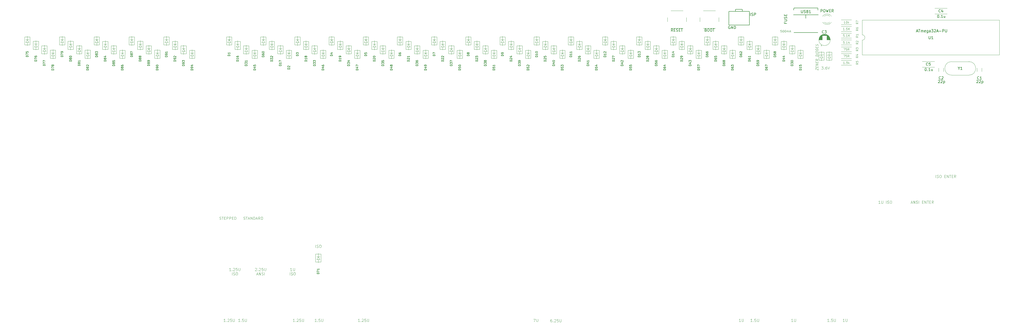
<source format=gto>
G04 #@! TF.GenerationSoftware,KiCad,Pcbnew,(6.0.5)*
G04 #@! TF.CreationDate,2022-06-23T12:26:18-04:00*
G04 #@! TF.ProjectId,discipline-pcb,64697363-6970-46c6-996e-652d7063622e,rev?*
G04 #@! TF.SameCoordinates,Original*
G04 #@! TF.FileFunction,Legend,Top*
G04 #@! TF.FilePolarity,Positive*
%FSLAX46Y46*%
G04 Gerber Fmt 4.6, Leading zero omitted, Abs format (unit mm)*
G04 Created by KiCad (PCBNEW (6.0.5)) date 2022-06-23 12:26:18*
%MOMM*%
%LPD*%
G01*
G04 APERTURE LIST*
%ADD10C,0.120000*%
%ADD11C,0.100000*%
%ADD12C,0.150000*%
%ADD13C,0.203200*%
%ADD14C,0.200000*%
G04 APERTURE END LIST*
D10*
X325771650Y-82100532D02*
X326016622Y-81838062D01*
X329988668Y-81838062D02*
X330233640Y-81575592D01*
X328653760Y-82100916D02*
X328898732Y-81838446D01*
X327118996Y-81838062D02*
X327363968Y-81575592D01*
D11*
X131147032Y-181064864D02*
X130575604Y-181064864D01*
X130861318Y-181064864D02*
X130861318Y-180064864D01*
X130766080Y-180207722D01*
X130670842Y-180302960D01*
X130575604Y-180350579D01*
X131575604Y-180969626D02*
X131623223Y-181017245D01*
X131575604Y-181064864D01*
X131527984Y-181017245D01*
X131575604Y-180969626D01*
X131575604Y-181064864D01*
X132004175Y-180160103D02*
X132051794Y-180112484D01*
X132147032Y-180064864D01*
X132385127Y-180064864D01*
X132480365Y-180112484D01*
X132527984Y-180160103D01*
X132575604Y-180255341D01*
X132575604Y-180350579D01*
X132527984Y-180493436D01*
X131956556Y-181064864D01*
X132575604Y-181064864D01*
X133480365Y-180064864D02*
X133004175Y-180064864D01*
X132956556Y-180541055D01*
X133004175Y-180493436D01*
X133099413Y-180445817D01*
X133337508Y-180445817D01*
X133432746Y-180493436D01*
X133480365Y-180541055D01*
X133527984Y-180636293D01*
X133527984Y-180874388D01*
X133480365Y-180969626D01*
X133432746Y-181017245D01*
X133337508Y-181064864D01*
X133099413Y-181064864D01*
X133004175Y-181017245D01*
X132956556Y-180969626D01*
X133956556Y-180064864D02*
X133956556Y-180874388D01*
X134004175Y-180969626D01*
X134051794Y-181017245D01*
X134147032Y-181064864D01*
X134337508Y-181064864D01*
X134432746Y-181017245D01*
X134480365Y-180969626D01*
X134527984Y-180874388D01*
X134527984Y-180064864D01*
X155293812Y-181064864D02*
X154722384Y-181064864D01*
X155008098Y-181064864D02*
X155008098Y-180064864D01*
X154912860Y-180207722D01*
X154817622Y-180302960D01*
X154722384Y-180350579D01*
X155722384Y-180969626D02*
X155770003Y-181017245D01*
X155722384Y-181064864D01*
X155674764Y-181017245D01*
X155722384Y-180969626D01*
X155722384Y-181064864D01*
X156150955Y-180160103D02*
X156198574Y-180112484D01*
X156293812Y-180064864D01*
X156531907Y-180064864D01*
X156627145Y-180112484D01*
X156674764Y-180160103D01*
X156722384Y-180255341D01*
X156722384Y-180350579D01*
X156674764Y-180493436D01*
X156103336Y-181064864D01*
X156722384Y-181064864D01*
X157627145Y-180064864D02*
X157150955Y-180064864D01*
X157103336Y-180541055D01*
X157150955Y-180493436D01*
X157246193Y-180445817D01*
X157484288Y-180445817D01*
X157579526Y-180493436D01*
X157627145Y-180541055D01*
X157674764Y-180636293D01*
X157674764Y-180874388D01*
X157627145Y-180969626D01*
X157579526Y-181017245D01*
X157484288Y-181064864D01*
X157246193Y-181064864D01*
X157150955Y-181017245D01*
X157103336Y-180969626D01*
X158103336Y-180064864D02*
X158103336Y-180874388D01*
X158150955Y-180969626D01*
X158198574Y-181017245D01*
X158293812Y-181064864D01*
X158484288Y-181064864D01*
X158579526Y-181017245D01*
X158627145Y-180969626D01*
X158674764Y-180874388D01*
X158674764Y-180064864D01*
X110888488Y-181064864D02*
X110317059Y-181064864D01*
X110602773Y-181064864D02*
X110602773Y-180064864D01*
X110507535Y-180207722D01*
X110412297Y-180302960D01*
X110317059Y-180350579D01*
X111317059Y-180969626D02*
X111364678Y-181017245D01*
X111317059Y-181064864D01*
X111269440Y-181017245D01*
X111317059Y-180969626D01*
X111317059Y-181064864D01*
X112269440Y-180064864D02*
X111793249Y-180064864D01*
X111745630Y-180541055D01*
X111793249Y-180493436D01*
X111888488Y-180445817D01*
X112126583Y-180445817D01*
X112221821Y-180493436D01*
X112269440Y-180541055D01*
X112317059Y-180636293D01*
X112317059Y-180874388D01*
X112269440Y-180969626D01*
X112221821Y-181017245D01*
X112126583Y-181064864D01*
X111888488Y-181064864D01*
X111793249Y-181017245D01*
X111745630Y-180969626D01*
X112745630Y-180064864D02*
X112745630Y-180874388D01*
X112793249Y-180969626D01*
X112840869Y-181017245D01*
X112936107Y-181064864D01*
X113126583Y-181064864D01*
X113221821Y-181017245D01*
X113269440Y-180969626D01*
X113317059Y-180874388D01*
X113317059Y-180064864D01*
X139234708Y-181064864D02*
X138663279Y-181064864D01*
X138948993Y-181064864D02*
X138948993Y-180064864D01*
X138853755Y-180207722D01*
X138758517Y-180302960D01*
X138663279Y-180350579D01*
X139663279Y-180969626D02*
X139710898Y-181017245D01*
X139663279Y-181064864D01*
X139615660Y-181017245D01*
X139663279Y-180969626D01*
X139663279Y-181064864D01*
X140615660Y-180064864D02*
X140139469Y-180064864D01*
X140091850Y-180541055D01*
X140139469Y-180493436D01*
X140234708Y-180445817D01*
X140472803Y-180445817D01*
X140568041Y-180493436D01*
X140615660Y-180541055D01*
X140663279Y-180636293D01*
X140663279Y-180874388D01*
X140615660Y-180969626D01*
X140568041Y-181017245D01*
X140472803Y-181064864D01*
X140234708Y-181064864D01*
X140139469Y-181017245D01*
X140091850Y-180969626D01*
X141091850Y-180064864D02*
X141091850Y-180874388D01*
X141139469Y-180969626D01*
X141187089Y-181017245D01*
X141282327Y-181064864D01*
X141472803Y-181064864D01*
X141568041Y-181017245D01*
X141615660Y-180969626D01*
X141663279Y-180874388D01*
X141663279Y-180064864D01*
X300876950Y-181064864D02*
X300305521Y-181064864D01*
X300591235Y-181064864D02*
X300591235Y-180064864D01*
X300495997Y-180207722D01*
X300400759Y-180302960D01*
X300305521Y-180350579D01*
X301305521Y-180969626D02*
X301353140Y-181017245D01*
X301305521Y-181064864D01*
X301257902Y-181017245D01*
X301305521Y-180969626D01*
X301305521Y-181064864D01*
X302257902Y-180064864D02*
X301781711Y-180064864D01*
X301734092Y-180541055D01*
X301781711Y-180493436D01*
X301876950Y-180445817D01*
X302115045Y-180445817D01*
X302210283Y-180493436D01*
X302257902Y-180541055D01*
X302305521Y-180636293D01*
X302305521Y-180874388D01*
X302257902Y-180969626D01*
X302210283Y-181017245D01*
X302115045Y-181064864D01*
X301876950Y-181064864D01*
X301781711Y-181017245D01*
X301734092Y-180969626D01*
X302734092Y-180064864D02*
X302734092Y-180874388D01*
X302781711Y-180969626D01*
X302829331Y-181017245D01*
X302924569Y-181064864D01*
X303115045Y-181064864D01*
X303210283Y-181017245D01*
X303257902Y-180969626D01*
X303305521Y-180874388D01*
X303305521Y-180064864D01*
X329364354Y-181064864D02*
X328792925Y-181064864D01*
X329078639Y-181064864D02*
X329078639Y-180064864D01*
X328983401Y-180207722D01*
X328888163Y-180302960D01*
X328792925Y-180350579D01*
X329792925Y-180969626D02*
X329840544Y-181017245D01*
X329792925Y-181064864D01*
X329745306Y-181017245D01*
X329792925Y-180969626D01*
X329792925Y-181064864D01*
X330745306Y-180064864D02*
X330269115Y-180064864D01*
X330221496Y-180541055D01*
X330269115Y-180493436D01*
X330364354Y-180445817D01*
X330602449Y-180445817D01*
X330697687Y-180493436D01*
X330745306Y-180541055D01*
X330792925Y-180636293D01*
X330792925Y-180874388D01*
X330745306Y-180969626D01*
X330697687Y-181017245D01*
X330602449Y-181064864D01*
X330364354Y-181064864D01*
X330269115Y-181017245D01*
X330221496Y-180969626D01*
X331221496Y-180064864D02*
X331221496Y-180874388D01*
X331269115Y-180969626D01*
X331316735Y-181017245D01*
X331411973Y-181064864D01*
X331602449Y-181064864D01*
X331697687Y-181017245D01*
X331745306Y-180969626D01*
X331792925Y-180874388D01*
X331792925Y-180064864D01*
X103310168Y-143012313D02*
X103453025Y-143059932D01*
X103691120Y-143059932D01*
X103786358Y-143012313D01*
X103833977Y-142964694D01*
X103881597Y-142869456D01*
X103881597Y-142774218D01*
X103833977Y-142678980D01*
X103786358Y-142631361D01*
X103691120Y-142583742D01*
X103500644Y-142536123D01*
X103405406Y-142488504D01*
X103357787Y-142440885D01*
X103310168Y-142345647D01*
X103310168Y-142250409D01*
X103357787Y-142155171D01*
X103405406Y-142107552D01*
X103500644Y-142059932D01*
X103738739Y-142059932D01*
X103881597Y-142107552D01*
X104167311Y-142059932D02*
X104738739Y-142059932D01*
X104453025Y-143059932D02*
X104453025Y-142059932D01*
X105072073Y-142536123D02*
X105405406Y-142536123D01*
X105548263Y-143059932D02*
X105072073Y-143059932D01*
X105072073Y-142059932D01*
X105548263Y-142059932D01*
X105976835Y-143059932D02*
X105976835Y-142059932D01*
X106357787Y-142059932D01*
X106453025Y-142107552D01*
X106500644Y-142155171D01*
X106548263Y-142250409D01*
X106548263Y-142393266D01*
X106500644Y-142488504D01*
X106453025Y-142536123D01*
X106357787Y-142583742D01*
X105976835Y-142583742D01*
X106976835Y-143059932D02*
X106976835Y-142059932D01*
X107357787Y-142059932D01*
X107453025Y-142107552D01*
X107500644Y-142155171D01*
X107548263Y-142250409D01*
X107548263Y-142393266D01*
X107500644Y-142488504D01*
X107453025Y-142536123D01*
X107357787Y-142583742D01*
X106976835Y-142583742D01*
X107976835Y-142536123D02*
X108310168Y-142536123D01*
X108453025Y-143059932D02*
X107976835Y-143059932D01*
X107976835Y-142059932D01*
X108453025Y-142059932D01*
X108881597Y-143059932D02*
X108881597Y-142059932D01*
X109119692Y-142059932D01*
X109262549Y-142107552D01*
X109357787Y-142202790D01*
X109405406Y-142298028D01*
X109453025Y-142488504D01*
X109453025Y-142631361D01*
X109405406Y-142821837D01*
X109357787Y-142917075D01*
X109262549Y-143012313D01*
X109119692Y-143059932D01*
X108881597Y-143059932D01*
X112230224Y-143012313D02*
X112373082Y-143059932D01*
X112611177Y-143059932D01*
X112706415Y-143012313D01*
X112754034Y-142964694D01*
X112801653Y-142869456D01*
X112801653Y-142774218D01*
X112754034Y-142678980D01*
X112706415Y-142631361D01*
X112611177Y-142583742D01*
X112420701Y-142536123D01*
X112325463Y-142488504D01*
X112277844Y-142440885D01*
X112230224Y-142345647D01*
X112230224Y-142250409D01*
X112277844Y-142155171D01*
X112325463Y-142107552D01*
X112420701Y-142059932D01*
X112658796Y-142059932D01*
X112801653Y-142107552D01*
X113087367Y-142059932D02*
X113658796Y-142059932D01*
X113373082Y-143059932D02*
X113373082Y-142059932D01*
X113944510Y-142774218D02*
X114420701Y-142774218D01*
X113849272Y-143059932D02*
X114182605Y-142059932D01*
X114515939Y-143059932D01*
X114849272Y-143059932D02*
X114849272Y-142059932D01*
X115420701Y-143059932D01*
X115420701Y-142059932D01*
X115896891Y-143059932D02*
X115896891Y-142059932D01*
X116134986Y-142059932D01*
X116277844Y-142107552D01*
X116373082Y-142202790D01*
X116420701Y-142298028D01*
X116468320Y-142488504D01*
X116468320Y-142631361D01*
X116420701Y-142821837D01*
X116373082Y-142917075D01*
X116277844Y-143012313D01*
X116134986Y-143059932D01*
X115896891Y-143059932D01*
X116849272Y-142774218D02*
X117325463Y-142774218D01*
X116754034Y-143059932D02*
X117087367Y-142059932D01*
X117420701Y-143059932D01*
X118325463Y-143059932D02*
X117992129Y-142583742D01*
X117754034Y-143059932D02*
X117754034Y-142059932D01*
X118134986Y-142059932D01*
X118230224Y-142107552D01*
X118277844Y-142155171D01*
X118325463Y-142250409D01*
X118325463Y-142393266D01*
X118277844Y-142488504D01*
X118230224Y-142536123D01*
X118134986Y-142583742D01*
X117754034Y-142583742D01*
X118754034Y-143059932D02*
X118754034Y-142059932D01*
X118992129Y-142059932D01*
X119134986Y-142107552D01*
X119230224Y-142202790D01*
X119277844Y-142298028D01*
X119325463Y-142488504D01*
X119325463Y-142631361D01*
X119277844Y-142821837D01*
X119230224Y-142917075D01*
X119134986Y-143012313D01*
X118992129Y-143059932D01*
X118754034Y-143059932D01*
X296604400Y-181064864D02*
X296032972Y-181064864D01*
X296318686Y-181064864D02*
X296318686Y-180064864D01*
X296223448Y-180207722D01*
X296128210Y-180302960D01*
X296032972Y-180350579D01*
X297032972Y-180064864D02*
X297032972Y-180874388D01*
X297080591Y-180969626D01*
X297128210Y-181017245D01*
X297223448Y-181064864D01*
X297413924Y-181064864D01*
X297509162Y-181017245D01*
X297556781Y-180969626D01*
X297604400Y-180874388D01*
X297604400Y-180064864D01*
X316014642Y-181064864D02*
X315443214Y-181064864D01*
X315728928Y-181064864D02*
X315728928Y-180064864D01*
X315633690Y-180207722D01*
X315538452Y-180302960D01*
X315443214Y-180350579D01*
X316443214Y-180064864D02*
X316443214Y-180874388D01*
X316490833Y-180969626D01*
X316538452Y-181017245D01*
X316633690Y-181064864D01*
X316824166Y-181064864D01*
X316919404Y-181017245D01*
X316967023Y-180969626D01*
X317014642Y-180874388D01*
X317014642Y-180064864D01*
X335104960Y-181064864D02*
X334533532Y-181064864D01*
X334819246Y-181064864D02*
X334819246Y-180064864D01*
X334724008Y-180207722D01*
X334628770Y-180302960D01*
X334533532Y-180350579D01*
X335533532Y-180064864D02*
X335533532Y-180874388D01*
X335581151Y-180969626D01*
X335628770Y-181017245D01*
X335724008Y-181064864D01*
X335914484Y-181064864D01*
X336009722Y-181017245D01*
X336057341Y-180969626D01*
X336104960Y-180874388D01*
X336104960Y-180064864D01*
D12*
X271453307Y-73102824D02*
X271119973Y-72626634D01*
X270881878Y-73102824D02*
X270881878Y-72102824D01*
X271262830Y-72102824D01*
X271358068Y-72150444D01*
X271405688Y-72198063D01*
X271453307Y-72293301D01*
X271453307Y-72436158D01*
X271405688Y-72531396D01*
X271358068Y-72579015D01*
X271262830Y-72626634D01*
X270881878Y-72626634D01*
X271881878Y-72579015D02*
X272215211Y-72579015D01*
X272358068Y-73102824D02*
X271881878Y-73102824D01*
X271881878Y-72102824D01*
X272358068Y-72102824D01*
X272739021Y-73055205D02*
X272881878Y-73102824D01*
X273119973Y-73102824D01*
X273215211Y-73055205D01*
X273262830Y-73007586D01*
X273310449Y-72912348D01*
X273310449Y-72817110D01*
X273262830Y-72721872D01*
X273215211Y-72674253D01*
X273119973Y-72626634D01*
X272929497Y-72579015D01*
X272834259Y-72531396D01*
X272786640Y-72483777D01*
X272739021Y-72388539D01*
X272739021Y-72293301D01*
X272786640Y-72198063D01*
X272834259Y-72150444D01*
X272929497Y-72102824D01*
X273167592Y-72102824D01*
X273310449Y-72150444D01*
X273739021Y-72579015D02*
X274072354Y-72579015D01*
X274215211Y-73102824D02*
X273739021Y-73102824D01*
X273739021Y-72102824D01*
X274215211Y-72102824D01*
X274500926Y-72102824D02*
X275072354Y-72102824D01*
X274786640Y-73102824D02*
X274786640Y-72102824D01*
D11*
X335039113Y-76779239D02*
X334658161Y-76779239D01*
X334620066Y-77160192D01*
X334658161Y-77122096D01*
X334734351Y-77084001D01*
X334924827Y-77084001D01*
X335001018Y-77122096D01*
X335039113Y-77160192D01*
X335077208Y-77236382D01*
X335077208Y-77426858D01*
X335039113Y-77503049D01*
X335001018Y-77541144D01*
X334924827Y-77579239D01*
X334734351Y-77579239D01*
X334658161Y-77541144D01*
X334620066Y-77503049D01*
X335420066Y-77503049D02*
X335458161Y-77541144D01*
X335420066Y-77579239D01*
X335381970Y-77541144D01*
X335420066Y-77503049D01*
X335420066Y-77579239D01*
X336220066Y-77579239D02*
X335762923Y-77579239D01*
X335991494Y-77579239D02*
X335991494Y-76779239D01*
X335915304Y-76893525D01*
X335839113Y-76969715D01*
X335762923Y-77007811D01*
X336562923Y-77579239D02*
X336562923Y-76779239D01*
X337020066Y-77579239D02*
X336677208Y-77122096D01*
X337020066Y-76779239D02*
X336562923Y-77236382D01*
X326605195Y-86172384D02*
X327224243Y-86172384D01*
X326890909Y-86553337D01*
X327033766Y-86553337D01*
X327129005Y-86600956D01*
X327176624Y-86648575D01*
X327224243Y-86743813D01*
X327224243Y-86981908D01*
X327176624Y-87077146D01*
X327129005Y-87124765D01*
X327033766Y-87172384D01*
X326748052Y-87172384D01*
X326652814Y-87124765D01*
X326605195Y-87077146D01*
X327652814Y-87077146D02*
X327700433Y-87124765D01*
X327652814Y-87172384D01*
X327605195Y-87124765D01*
X327652814Y-87077146D01*
X327652814Y-87172384D01*
X328557576Y-86172384D02*
X328367100Y-86172384D01*
X328271862Y-86220004D01*
X328224243Y-86267623D01*
X328129005Y-86410480D01*
X328081386Y-86600956D01*
X328081386Y-86981908D01*
X328129005Y-87077146D01*
X328176624Y-87124765D01*
X328271862Y-87172384D01*
X328462338Y-87172384D01*
X328557576Y-87124765D01*
X328605195Y-87077146D01*
X328652814Y-86981908D01*
X328652814Y-86743813D01*
X328605195Y-86648575D01*
X328557576Y-86600956D01*
X328462338Y-86553337D01*
X328271862Y-86553337D01*
X328176624Y-86600956D01*
X328129005Y-86648575D01*
X328081386Y-86743813D01*
X328938528Y-86172384D02*
X329271862Y-87172384D01*
X329605195Y-86172384D01*
X105477955Y-181064864D02*
X104906527Y-181064864D01*
X105192241Y-181064864D02*
X105192241Y-180064864D01*
X105097003Y-180207722D01*
X105001765Y-180302960D01*
X104906527Y-180350579D01*
X105906527Y-180969626D02*
X105954146Y-181017245D01*
X105906527Y-181064864D01*
X105858907Y-181017245D01*
X105906527Y-180969626D01*
X105906527Y-181064864D01*
X106335098Y-180160103D02*
X106382717Y-180112484D01*
X106477955Y-180064864D01*
X106716050Y-180064864D01*
X106811288Y-180112484D01*
X106858907Y-180160103D01*
X106906527Y-180255341D01*
X106906527Y-180350579D01*
X106858907Y-180493436D01*
X106287479Y-181064864D01*
X106906527Y-181064864D01*
X107811288Y-180064864D02*
X107335098Y-180064864D01*
X107287479Y-180541055D01*
X107335098Y-180493436D01*
X107430336Y-180445817D01*
X107668431Y-180445817D01*
X107763669Y-180493436D01*
X107811288Y-180541055D01*
X107858907Y-180636293D01*
X107858907Y-180874388D01*
X107811288Y-180969626D01*
X107763669Y-181017245D01*
X107668431Y-181064864D01*
X107430336Y-181064864D01*
X107335098Y-181017245D01*
X107287479Y-180969626D01*
X108287479Y-180064864D02*
X108287479Y-180874388D01*
X108335098Y-180969626D01*
X108382717Y-181017245D01*
X108477955Y-181064864D01*
X108668431Y-181064864D01*
X108763669Y-181017245D01*
X108811288Y-180969626D01*
X108858907Y-180874388D01*
X108858907Y-180064864D01*
X116539350Y-161221269D02*
X116586969Y-161173650D01*
X116682207Y-161126030D01*
X116920302Y-161126030D01*
X117015540Y-161173650D01*
X117063159Y-161221269D01*
X117110778Y-161316507D01*
X117110778Y-161411745D01*
X117063159Y-161554602D01*
X116491730Y-162126030D01*
X117110778Y-162126030D01*
X117539350Y-162030792D02*
X117586969Y-162078411D01*
X117539350Y-162126030D01*
X117491730Y-162078411D01*
X117539350Y-162030792D01*
X117539350Y-162126030D01*
X117967921Y-161221269D02*
X118015540Y-161173650D01*
X118110778Y-161126030D01*
X118348873Y-161126030D01*
X118444111Y-161173650D01*
X118491730Y-161221269D01*
X118539350Y-161316507D01*
X118539350Y-161411745D01*
X118491730Y-161554602D01*
X117920302Y-162126030D01*
X118539350Y-162126030D01*
X119444111Y-161126030D02*
X118967921Y-161126030D01*
X118920302Y-161602221D01*
X118967921Y-161554602D01*
X119063159Y-161506983D01*
X119301254Y-161506983D01*
X119396492Y-161554602D01*
X119444111Y-161602221D01*
X119491730Y-161697459D01*
X119491730Y-161935554D01*
X119444111Y-162030792D01*
X119396492Y-162078411D01*
X119301254Y-162126030D01*
X119063159Y-162126030D01*
X118967921Y-162078411D01*
X118920302Y-162030792D01*
X119920302Y-161126030D02*
X119920302Y-161935554D01*
X119967921Y-162030792D01*
X120015540Y-162078411D01*
X120110778Y-162126030D01*
X120301254Y-162126030D01*
X120396492Y-162078411D01*
X120444111Y-162030792D01*
X120491730Y-161935554D01*
X120491730Y-161126030D01*
X117063159Y-163450316D02*
X117539350Y-163450316D01*
X116967921Y-163736030D02*
X117301254Y-162736030D01*
X117634588Y-163736030D01*
X117967921Y-163736030D02*
X117967921Y-162736030D01*
X118539350Y-163736030D01*
X118539350Y-162736030D01*
X118967921Y-163688411D02*
X119110778Y-163736030D01*
X119348873Y-163736030D01*
X119444111Y-163688411D01*
X119491730Y-163640792D01*
X119539350Y-163545554D01*
X119539350Y-163450316D01*
X119491730Y-163355078D01*
X119444111Y-163307459D01*
X119348873Y-163259840D01*
X119158397Y-163212221D01*
X119063159Y-163164602D01*
X119015540Y-163116983D01*
X118967921Y-163021745D01*
X118967921Y-162926507D01*
X119015540Y-162831269D01*
X119063159Y-162783650D01*
X119158397Y-162736030D01*
X119396492Y-162736030D01*
X119539350Y-162783650D01*
X119967921Y-163736030D02*
X119967921Y-162736030D01*
X107547678Y-162126030D02*
X106976250Y-162126030D01*
X107261964Y-162126030D02*
X107261964Y-161126030D01*
X107166726Y-161268888D01*
X107071488Y-161364126D01*
X106976250Y-161411745D01*
X107976250Y-162030792D02*
X108023869Y-162078411D01*
X107976250Y-162126030D01*
X107928630Y-162078411D01*
X107976250Y-162030792D01*
X107976250Y-162126030D01*
X108404821Y-161221269D02*
X108452440Y-161173650D01*
X108547678Y-161126030D01*
X108785773Y-161126030D01*
X108881011Y-161173650D01*
X108928630Y-161221269D01*
X108976250Y-161316507D01*
X108976250Y-161411745D01*
X108928630Y-161554602D01*
X108357202Y-162126030D01*
X108976250Y-162126030D01*
X109881011Y-161126030D02*
X109404821Y-161126030D01*
X109357202Y-161602221D01*
X109404821Y-161554602D01*
X109500059Y-161506983D01*
X109738154Y-161506983D01*
X109833392Y-161554602D01*
X109881011Y-161602221D01*
X109928630Y-161697459D01*
X109928630Y-161935554D01*
X109881011Y-162030792D01*
X109833392Y-162078411D01*
X109738154Y-162126030D01*
X109500059Y-162126030D01*
X109404821Y-162078411D01*
X109357202Y-162030792D01*
X110357202Y-161126030D02*
X110357202Y-161935554D01*
X110404821Y-162030792D01*
X110452440Y-162078411D01*
X110547678Y-162126030D01*
X110738154Y-162126030D01*
X110833392Y-162078411D01*
X110881011Y-162030792D01*
X110928630Y-161935554D01*
X110928630Y-161126030D01*
X107976250Y-163736030D02*
X107976250Y-162736030D01*
X108404821Y-163688411D02*
X108547678Y-163736030D01*
X108785773Y-163736030D01*
X108881011Y-163688411D01*
X108928630Y-163640792D01*
X108976250Y-163545554D01*
X108976250Y-163450316D01*
X108928630Y-163355078D01*
X108881011Y-163307459D01*
X108785773Y-163259840D01*
X108595297Y-163212221D01*
X108500059Y-163164602D01*
X108452440Y-163116983D01*
X108404821Y-163021745D01*
X108404821Y-162926507D01*
X108452440Y-162831269D01*
X108500059Y-162783650D01*
X108595297Y-162736030D01*
X108833392Y-162736030D01*
X108976250Y-162783650D01*
X109595297Y-162736030D02*
X109785773Y-162736030D01*
X109881011Y-162783650D01*
X109976250Y-162878888D01*
X110023869Y-163069364D01*
X110023869Y-163402697D01*
X109976250Y-163593173D01*
X109881011Y-163688411D01*
X109785773Y-163736030D01*
X109595297Y-163736030D01*
X109500059Y-163688411D01*
X109404821Y-163593173D01*
X109357202Y-163402697D01*
X109357202Y-163069364D01*
X109404821Y-162878888D01*
X109500059Y-162783650D01*
X109595297Y-162736030D01*
X130169404Y-162126030D02*
X129597976Y-162126030D01*
X129883690Y-162126030D02*
X129883690Y-161126030D01*
X129788452Y-161268888D01*
X129693214Y-161364126D01*
X129597976Y-161411745D01*
X130597976Y-161126030D02*
X130597976Y-161935554D01*
X130645595Y-162030792D01*
X130693214Y-162078411D01*
X130788452Y-162126030D01*
X130978928Y-162126030D01*
X131074166Y-162078411D01*
X131121785Y-162030792D01*
X131169404Y-161935554D01*
X131169404Y-161126030D01*
X129407500Y-163736030D02*
X129407500Y-162736030D01*
X129836071Y-163688411D02*
X129978928Y-163736030D01*
X130217023Y-163736030D01*
X130312261Y-163688411D01*
X130359880Y-163640792D01*
X130407500Y-163545554D01*
X130407500Y-163450316D01*
X130359880Y-163355078D01*
X130312261Y-163307459D01*
X130217023Y-163259840D01*
X130026547Y-163212221D01*
X129931309Y-163164602D01*
X129883690Y-163116983D01*
X129836071Y-163021745D01*
X129836071Y-162926507D01*
X129883690Y-162831269D01*
X129931309Y-162783650D01*
X130026547Y-162736030D01*
X130264642Y-162736030D01*
X130407500Y-162783650D01*
X131026547Y-162736030D02*
X131217023Y-162736030D01*
X131312261Y-162783650D01*
X131407500Y-162878888D01*
X131455119Y-163069364D01*
X131455119Y-163402697D01*
X131407500Y-163593173D01*
X131312261Y-163688411D01*
X131217023Y-163736030D01*
X131026547Y-163736030D01*
X130931309Y-163688411D01*
X130836071Y-163593173D01*
X130788452Y-163402697D01*
X130788452Y-163069364D01*
X130836071Y-162878888D01*
X130931309Y-162783650D01*
X131026547Y-162736030D01*
X359787483Y-136800916D02*
X360263673Y-136800916D01*
X359692245Y-137086630D02*
X360025578Y-136086630D01*
X360358911Y-137086630D01*
X360692245Y-137086630D02*
X360692245Y-136086630D01*
X361263673Y-137086630D01*
X361263673Y-136086630D01*
X361692245Y-137039011D02*
X361835102Y-137086630D01*
X362073197Y-137086630D01*
X362168435Y-137039011D01*
X362216054Y-136991392D01*
X362263673Y-136896154D01*
X362263673Y-136800916D01*
X362216054Y-136705678D01*
X362168435Y-136658059D01*
X362073197Y-136610440D01*
X361882721Y-136562821D01*
X361787483Y-136515202D01*
X361739864Y-136467583D01*
X361692245Y-136372345D01*
X361692245Y-136277107D01*
X361739864Y-136181869D01*
X361787483Y-136134250D01*
X361882721Y-136086630D01*
X362120816Y-136086630D01*
X362263673Y-136134250D01*
X362692245Y-137086630D02*
X362692245Y-136086630D01*
X363930340Y-136562821D02*
X364263673Y-136562821D01*
X364406530Y-137086630D02*
X363930340Y-137086630D01*
X363930340Y-136086630D01*
X364406530Y-136086630D01*
X364835102Y-137086630D02*
X364835102Y-136086630D01*
X365406530Y-137086630D01*
X365406530Y-136086630D01*
X365739864Y-136086630D02*
X366311292Y-136086630D01*
X366025578Y-137086630D02*
X366025578Y-136086630D01*
X366644626Y-136562821D02*
X366977959Y-136562821D01*
X367120816Y-137086630D02*
X366644626Y-137086630D01*
X366644626Y-136086630D01*
X367120816Y-136086630D01*
X368120816Y-137086630D02*
X367787483Y-136610440D01*
X367549388Y-137086630D02*
X367549388Y-136086630D01*
X367930340Y-136086630D01*
X368025578Y-136134250D01*
X368073197Y-136181869D01*
X368120816Y-136277107D01*
X368120816Y-136419964D01*
X368073197Y-136515202D01*
X368025578Y-136562821D01*
X367930340Y-136610440D01*
X367549388Y-136610440D01*
X368975873Y-127510830D02*
X368975873Y-126510830D01*
X369404445Y-127463211D02*
X369547302Y-127510830D01*
X369785397Y-127510830D01*
X369880635Y-127463211D01*
X369928254Y-127415592D01*
X369975873Y-127320354D01*
X369975873Y-127225116D01*
X369928254Y-127129878D01*
X369880635Y-127082259D01*
X369785397Y-127034640D01*
X369594921Y-126987021D01*
X369499683Y-126939402D01*
X369452064Y-126891783D01*
X369404445Y-126796545D01*
X369404445Y-126701307D01*
X369452064Y-126606069D01*
X369499683Y-126558450D01*
X369594921Y-126510830D01*
X369833016Y-126510830D01*
X369975873Y-126558450D01*
X370594921Y-126510830D02*
X370785397Y-126510830D01*
X370880635Y-126558450D01*
X370975873Y-126653688D01*
X371023492Y-126844164D01*
X371023492Y-127177497D01*
X370975873Y-127367973D01*
X370880635Y-127463211D01*
X370785397Y-127510830D01*
X370594921Y-127510830D01*
X370499683Y-127463211D01*
X370404445Y-127367973D01*
X370356826Y-127177497D01*
X370356826Y-126844164D01*
X370404445Y-126653688D01*
X370499683Y-126558450D01*
X370594921Y-126510830D01*
X372213969Y-126987021D02*
X372547302Y-126987021D01*
X372690159Y-127510830D02*
X372213969Y-127510830D01*
X372213969Y-126510830D01*
X372690159Y-126510830D01*
X373118730Y-127510830D02*
X373118730Y-126510830D01*
X373690159Y-127510830D01*
X373690159Y-126510830D01*
X374023492Y-126510830D02*
X374594921Y-126510830D01*
X374309207Y-127510830D02*
X374309207Y-126510830D01*
X374928254Y-126987021D02*
X375261588Y-126987021D01*
X375404445Y-127510830D02*
X374928254Y-127510830D01*
X374928254Y-126510830D01*
X375404445Y-126510830D01*
X376404445Y-127510830D02*
X376071111Y-127034640D01*
X375833016Y-127510830D02*
X375833016Y-126510830D01*
X376213969Y-126510830D01*
X376309207Y-126558450D01*
X376356826Y-126606069D01*
X376404445Y-126701307D01*
X376404445Y-126844164D01*
X376356826Y-126939402D01*
X376309207Y-126987021D01*
X376213969Y-127034640D01*
X375833016Y-127034640D01*
X348355607Y-137086630D02*
X347784178Y-137086630D01*
X348069892Y-137086630D02*
X348069892Y-136086630D01*
X347974654Y-136229488D01*
X347879416Y-136324726D01*
X347784178Y-136372345D01*
X348784178Y-136086630D02*
X348784178Y-136896154D01*
X348831797Y-136991392D01*
X348879416Y-137039011D01*
X348974654Y-137086630D01*
X349165130Y-137086630D01*
X349260369Y-137039011D01*
X349307988Y-136991392D01*
X349355607Y-136896154D01*
X349355607Y-136086630D01*
X350593702Y-137086630D02*
X350593702Y-136086630D01*
X351022273Y-137039011D02*
X351165130Y-137086630D01*
X351403226Y-137086630D01*
X351498464Y-137039011D01*
X351546083Y-136991392D01*
X351593702Y-136896154D01*
X351593702Y-136800916D01*
X351546083Y-136705678D01*
X351498464Y-136658059D01*
X351403226Y-136610440D01*
X351212750Y-136562821D01*
X351117511Y-136515202D01*
X351069892Y-136467583D01*
X351022273Y-136372345D01*
X351022273Y-136277107D01*
X351069892Y-136181869D01*
X351117511Y-136134250D01*
X351212750Y-136086630D01*
X351450845Y-136086630D01*
X351593702Y-136134250D01*
X352212750Y-136086630D02*
X352403226Y-136086630D01*
X352498464Y-136134250D01*
X352593702Y-136229488D01*
X352641321Y-136419964D01*
X352641321Y-136753297D01*
X352593702Y-136943773D01*
X352498464Y-137039011D01*
X352403226Y-137086630D01*
X352212750Y-137086630D01*
X352117511Y-137039011D01*
X352022273Y-136943773D01*
X351974654Y-136753297D01*
X351974654Y-136419964D01*
X352022273Y-136229488D01*
X352117511Y-136134250D01*
X352212750Y-136086630D01*
X138932500Y-153495030D02*
X138932500Y-152495030D01*
X139361071Y-153447411D02*
X139503928Y-153495030D01*
X139742023Y-153495030D01*
X139837261Y-153447411D01*
X139884880Y-153399792D01*
X139932500Y-153304554D01*
X139932500Y-153209316D01*
X139884880Y-153114078D01*
X139837261Y-153066459D01*
X139742023Y-153018840D01*
X139551547Y-152971221D01*
X139456309Y-152923602D01*
X139408690Y-152875983D01*
X139361071Y-152780745D01*
X139361071Y-152685507D01*
X139408690Y-152590269D01*
X139456309Y-152542650D01*
X139551547Y-152495030D01*
X139789642Y-152495030D01*
X139932500Y-152542650D01*
X140551547Y-152495030D02*
X140742023Y-152495030D01*
X140837261Y-152542650D01*
X140932500Y-152637888D01*
X140980119Y-152828364D01*
X140980119Y-153161697D01*
X140932500Y-153352173D01*
X140837261Y-153447411D01*
X140742023Y-153495030D01*
X140551547Y-153495030D01*
X140456309Y-153447411D01*
X140361071Y-153352173D01*
X140313452Y-153161697D01*
X140313452Y-152828364D01*
X140361071Y-152637888D01*
X140456309Y-152542650D01*
X140551547Y-152495030D01*
X311825185Y-72579799D02*
X311444233Y-72579799D01*
X311406138Y-72960752D01*
X311444233Y-72922656D01*
X311520424Y-72884561D01*
X311710900Y-72884561D01*
X311787090Y-72922656D01*
X311825185Y-72960752D01*
X311863281Y-73036942D01*
X311863281Y-73227418D01*
X311825185Y-73303609D01*
X311787090Y-73341704D01*
X311710900Y-73379799D01*
X311520424Y-73379799D01*
X311444233Y-73341704D01*
X311406138Y-73303609D01*
X312358519Y-72579799D02*
X312434709Y-72579799D01*
X312510900Y-72617895D01*
X312548995Y-72655990D01*
X312587090Y-72732180D01*
X312625185Y-72884561D01*
X312625185Y-73075037D01*
X312587090Y-73227418D01*
X312548995Y-73303609D01*
X312510900Y-73341704D01*
X312434709Y-73379799D01*
X312358519Y-73379799D01*
X312282328Y-73341704D01*
X312244233Y-73303609D01*
X312206138Y-73227418D01*
X312168043Y-73075037D01*
X312168043Y-72884561D01*
X312206138Y-72732180D01*
X312244233Y-72655990D01*
X312282328Y-72617895D01*
X312358519Y-72579799D01*
X313120424Y-72579799D02*
X313196614Y-72579799D01*
X313272805Y-72617895D01*
X313310900Y-72655990D01*
X313348995Y-72732180D01*
X313387090Y-72884561D01*
X313387090Y-73075037D01*
X313348995Y-73227418D01*
X313310900Y-73303609D01*
X313272805Y-73341704D01*
X313196614Y-73379799D01*
X313120424Y-73379799D01*
X313044233Y-73341704D01*
X313006138Y-73303609D01*
X312968043Y-73227418D01*
X312929947Y-73075037D01*
X312929947Y-72884561D01*
X312968043Y-72732180D01*
X313006138Y-72655990D01*
X313044233Y-72617895D01*
X313120424Y-72579799D01*
X313729947Y-73379799D02*
X313729947Y-72846466D01*
X313729947Y-72922656D02*
X313768043Y-72884561D01*
X313844233Y-72846466D01*
X313958519Y-72846466D01*
X314034709Y-72884561D01*
X314072805Y-72960752D01*
X314072805Y-73379799D01*
X314072805Y-72960752D02*
X314110900Y-72884561D01*
X314187090Y-72846466D01*
X314301376Y-72846466D01*
X314377566Y-72884561D01*
X314415662Y-72960752D01*
X314415662Y-73379799D01*
X314758519Y-73151228D02*
X315139471Y-73151228D01*
X314682328Y-73379799D02*
X314948995Y-72579799D01*
X315215662Y-73379799D01*
D12*
X300223224Y-67223608D02*
X300223224Y-66223608D01*
X300651795Y-67175989D02*
X300794653Y-67223608D01*
X301032748Y-67223608D01*
X301127986Y-67175989D01*
X301175605Y-67128370D01*
X301223224Y-67033132D01*
X301223224Y-66937894D01*
X301175605Y-66842656D01*
X301127986Y-66795037D01*
X301032748Y-66747418D01*
X300842272Y-66699799D01*
X300747034Y-66652180D01*
X300699415Y-66604561D01*
X300651795Y-66509323D01*
X300651795Y-66414085D01*
X300699415Y-66318847D01*
X300747034Y-66271228D01*
X300842272Y-66223608D01*
X301080367Y-66223608D01*
X301223224Y-66271228D01*
X301651795Y-67223608D02*
X301651795Y-66223608D01*
X302032748Y-66223608D01*
X302127986Y-66271228D01*
X302175605Y-66318847D01*
X302223224Y-66414085D01*
X302223224Y-66556942D01*
X302175605Y-66652180D01*
X302127986Y-66699799D01*
X302032748Y-66747418D01*
X301651795Y-66747418D01*
X292668546Y-71153077D02*
X292573308Y-71105457D01*
X292430451Y-71105457D01*
X292287593Y-71153077D01*
X292192355Y-71248315D01*
X292144736Y-71343553D01*
X292097117Y-71534029D01*
X292097117Y-71676886D01*
X292144736Y-71867362D01*
X292192355Y-71962600D01*
X292287593Y-72057838D01*
X292430451Y-72105457D01*
X292525689Y-72105457D01*
X292668546Y-72057838D01*
X292716165Y-72010219D01*
X292716165Y-71676886D01*
X292525689Y-71676886D01*
X293144736Y-72105457D02*
X293144736Y-71105457D01*
X293716165Y-72105457D01*
X293716165Y-71105457D01*
X294192355Y-72105457D02*
X294192355Y-71105457D01*
X294430451Y-71105457D01*
X294573308Y-71153077D01*
X294668546Y-71248315D01*
X294716165Y-71343553D01*
X294763784Y-71534029D01*
X294763784Y-71676886D01*
X294716165Y-71867362D01*
X294668546Y-71962600D01*
X294573308Y-72057838D01*
X294430451Y-72105457D01*
X294192355Y-72105457D01*
X326349296Y-65912314D02*
X326349296Y-64912314D01*
X326730248Y-64912314D01*
X326825486Y-64959934D01*
X326873105Y-65007553D01*
X326920724Y-65102791D01*
X326920724Y-65245648D01*
X326873105Y-65340886D01*
X326825486Y-65388505D01*
X326730248Y-65436124D01*
X326349296Y-65436124D01*
X327539772Y-64912314D02*
X327730248Y-64912314D01*
X327825486Y-64959934D01*
X327920724Y-65055172D01*
X327968343Y-65245648D01*
X327968343Y-65578981D01*
X327920724Y-65769457D01*
X327825486Y-65864695D01*
X327730248Y-65912314D01*
X327539772Y-65912314D01*
X327444534Y-65864695D01*
X327349296Y-65769457D01*
X327301677Y-65578981D01*
X327301677Y-65245648D01*
X327349296Y-65055172D01*
X327444534Y-64959934D01*
X327539772Y-64912314D01*
X328301677Y-64912314D02*
X328539772Y-65912314D01*
X328730248Y-65198029D01*
X328920724Y-65912314D01*
X329158820Y-64912314D01*
X329539772Y-65388505D02*
X329873105Y-65388505D01*
X330015962Y-65912314D02*
X329539772Y-65912314D01*
X329539772Y-64912314D01*
X330015962Y-64912314D01*
X331015962Y-65912314D02*
X330682629Y-65436124D01*
X330444534Y-65912314D02*
X330444534Y-64912314D01*
X330825486Y-64912314D01*
X330920724Y-64959934D01*
X330968343Y-65007553D01*
X331015962Y-65102791D01*
X331015962Y-65245648D01*
X330968343Y-65340886D01*
X330920724Y-65388505D01*
X330825486Y-65436124D01*
X330444534Y-65436124D01*
D11*
X324421390Y-87345683D02*
X324421390Y-86745683D01*
X325321390Y-87458183D01*
X325321390Y-86858183D01*
X324849962Y-86456397D02*
X324849962Y-86156397D01*
X325321390Y-86086754D02*
X325321390Y-86515326D01*
X324421390Y-86402826D01*
X324421390Y-85974254D01*
X325321390Y-85701040D02*
X324421390Y-85588540D01*
X325321390Y-85186754D01*
X324421390Y-85074254D01*
X324849962Y-84699254D02*
X324849962Y-84399254D01*
X325321390Y-84329611D02*
X325321390Y-84758183D01*
X324421390Y-84645683D01*
X324421390Y-84217111D01*
X325321390Y-83429611D02*
X324892819Y-83676040D01*
X325321390Y-83943897D02*
X324421390Y-83831397D01*
X324421390Y-83488540D01*
X324464248Y-83408183D01*
X324507105Y-83370683D01*
X324592819Y-83338540D01*
X324721390Y-83354611D01*
X324807105Y-83408183D01*
X324849962Y-83456397D01*
X324892819Y-83547469D01*
X324892819Y-83890326D01*
X325321390Y-82358183D02*
X324421390Y-82245683D01*
X324421390Y-82031397D01*
X324464248Y-81908183D01*
X324549962Y-81833183D01*
X324635676Y-81801040D01*
X324807105Y-81779611D01*
X324935676Y-81795683D01*
X325107105Y-81859969D01*
X325192819Y-81913540D01*
X325278533Y-82009969D01*
X325321390Y-82143897D01*
X325321390Y-82358183D01*
X325321390Y-81458183D02*
X324421390Y-81345683D01*
X324421390Y-80745683D02*
X324421390Y-80574254D01*
X324464248Y-80493897D01*
X324549962Y-80418897D01*
X324721390Y-80397469D01*
X325021390Y-80434969D01*
X325192819Y-80499254D01*
X325278533Y-80595683D01*
X325321390Y-80686754D01*
X325321390Y-80858183D01*
X325278533Y-80938540D01*
X325192819Y-81013540D01*
X325021390Y-81034969D01*
X324721390Y-80997469D01*
X324549962Y-80933183D01*
X324464248Y-80836754D01*
X324421390Y-80745683D01*
X325321390Y-80086754D02*
X324421390Y-79974254D01*
X324421390Y-79759969D01*
X324464248Y-79636754D01*
X324549962Y-79561754D01*
X324635676Y-79529611D01*
X324807105Y-79508183D01*
X324935676Y-79524254D01*
X325107105Y-79588540D01*
X325192819Y-79642111D01*
X325278533Y-79738540D01*
X325321390Y-79872469D01*
X325321390Y-80086754D01*
X324849962Y-79127826D02*
X324849962Y-78827826D01*
X325321390Y-78758183D02*
X325321390Y-79186754D01*
X324421390Y-79074254D01*
X324421390Y-78645683D01*
X325278533Y-78409969D02*
X325321390Y-78286754D01*
X325321390Y-78072469D01*
X325278533Y-77981397D01*
X325235676Y-77933183D01*
X325149962Y-77879611D01*
X325064248Y-77868897D01*
X324978533Y-77901040D01*
X324935676Y-77938540D01*
X324892819Y-78018897D01*
X324849962Y-78184969D01*
X324807105Y-78265326D01*
X324764248Y-78302826D01*
X324678533Y-78334969D01*
X324592819Y-78324254D01*
X324507105Y-78270683D01*
X324464248Y-78222469D01*
X324421390Y-78131397D01*
X324421390Y-77917111D01*
X324464248Y-77793897D01*
X335039113Y-74225786D02*
X334658161Y-74225786D01*
X334620066Y-74606739D01*
X334658161Y-74568643D01*
X334734351Y-74530548D01*
X334924827Y-74530548D01*
X335001018Y-74568643D01*
X335039113Y-74606739D01*
X335077208Y-74682929D01*
X335077208Y-74873405D01*
X335039113Y-74949596D01*
X335001018Y-74987691D01*
X334924827Y-75025786D01*
X334734351Y-75025786D01*
X334658161Y-74987691D01*
X334620066Y-74949596D01*
X335420066Y-74949596D02*
X335458161Y-74987691D01*
X335420066Y-75025786D01*
X335381970Y-74987691D01*
X335420066Y-74949596D01*
X335420066Y-75025786D01*
X336220066Y-75025786D02*
X335762923Y-75025786D01*
X335991494Y-75025786D02*
X335991494Y-74225786D01*
X335915304Y-74340072D01*
X335839113Y-74416262D01*
X335762923Y-74454358D01*
X336562923Y-75025786D02*
X336562923Y-74225786D01*
X337020066Y-75025786D02*
X336677208Y-74568643D01*
X337020066Y-74225786D02*
X336562923Y-74682929D01*
X219801715Y-180077364D02*
X220468381Y-180077364D01*
X220039810Y-181077364D01*
X220849334Y-180077364D02*
X220849334Y-180886888D01*
X220896953Y-180982126D01*
X220944572Y-181029745D01*
X221039810Y-181077364D01*
X221230286Y-181077364D01*
X221325524Y-181029745D01*
X221373143Y-180982126D01*
X221420762Y-180886888D01*
X221420762Y-180077364D01*
D12*
X107215938Y-82152338D02*
X106415938Y-82152338D01*
X106415938Y-81961862D01*
X106454034Y-81847576D01*
X106530224Y-81771385D01*
X106606414Y-81733290D01*
X106758795Y-81695195D01*
X106873081Y-81695195D01*
X107025462Y-81733290D01*
X107101653Y-81771385D01*
X107177843Y-81847576D01*
X107215938Y-81961862D01*
X107215938Y-82152338D01*
X107215938Y-80933290D02*
X107215938Y-81390433D01*
X107215938Y-81161862D02*
X106415938Y-81161862D01*
X106530224Y-81238052D01*
X106606414Y-81314242D01*
X106644510Y-81390433D01*
X129402179Y-87112925D02*
X128602179Y-87112925D01*
X128602179Y-86922449D01*
X128640275Y-86808163D01*
X128716465Y-86731972D01*
X128792655Y-86693877D01*
X128945036Y-86655782D01*
X129059322Y-86655782D01*
X129211703Y-86693877D01*
X129287894Y-86731972D01*
X129364084Y-86808163D01*
X129402179Y-86922449D01*
X129402179Y-87112925D01*
X128678370Y-86351020D02*
X128640275Y-86312925D01*
X128602179Y-86236734D01*
X128602179Y-86046258D01*
X128640275Y-85970068D01*
X128678370Y-85931972D01*
X128754560Y-85893877D01*
X128830751Y-85893877D01*
X128945036Y-85931972D01*
X129402179Y-86389115D01*
X129402179Y-85893877D01*
X132571642Y-82152338D02*
X131771642Y-82152338D01*
X131771642Y-81961862D01*
X131809738Y-81847576D01*
X131885928Y-81771385D01*
X131962118Y-81733290D01*
X132114499Y-81695195D01*
X132228785Y-81695195D01*
X132381166Y-81733290D01*
X132457357Y-81771385D01*
X132533547Y-81847576D01*
X132571642Y-81961862D01*
X132571642Y-82152338D01*
X131771642Y-81428528D02*
X131771642Y-80933290D01*
X132076404Y-81199957D01*
X132076404Y-81085671D01*
X132114499Y-81009481D01*
X132152595Y-80971385D01*
X132228785Y-80933290D01*
X132419261Y-80933290D01*
X132495452Y-80971385D01*
X132533547Y-81009481D01*
X132571642Y-81085671D01*
X132571642Y-81314242D01*
X132533547Y-81390433D01*
X132495452Y-81428528D01*
X145249494Y-82152338D02*
X144449494Y-82152338D01*
X144449494Y-81961862D01*
X144487590Y-81847576D01*
X144563780Y-81771385D01*
X144639970Y-81733290D01*
X144792351Y-81695195D01*
X144906637Y-81695195D01*
X145059018Y-81733290D01*
X145135209Y-81771385D01*
X145211399Y-81847576D01*
X145249494Y-81961862D01*
X145249494Y-82152338D01*
X144716161Y-81009481D02*
X145249494Y-81009481D01*
X144411399Y-81199957D02*
X144982828Y-81390433D01*
X144982828Y-80895195D01*
X157927346Y-82152338D02*
X157127346Y-82152338D01*
X157127346Y-81961862D01*
X157165442Y-81847576D01*
X157241632Y-81771385D01*
X157317822Y-81733290D01*
X157470203Y-81695195D01*
X157584489Y-81695195D01*
X157736870Y-81733290D01*
X157813061Y-81771385D01*
X157889251Y-81847576D01*
X157927346Y-81961862D01*
X157927346Y-82152338D01*
X157127346Y-80971385D02*
X157127346Y-81352338D01*
X157508299Y-81390433D01*
X157470203Y-81352338D01*
X157432108Y-81276147D01*
X157432108Y-81085671D01*
X157470203Y-81009481D01*
X157508299Y-80971385D01*
X157584489Y-80933290D01*
X157774965Y-80933290D01*
X157851156Y-80971385D01*
X157889251Y-81009481D01*
X157927346Y-81085671D01*
X157927346Y-81276147D01*
X157889251Y-81352338D01*
X157851156Y-81390433D01*
X170605198Y-82152338D02*
X169805198Y-82152338D01*
X169805198Y-81961862D01*
X169843294Y-81847576D01*
X169919484Y-81771385D01*
X169995674Y-81733290D01*
X170148055Y-81695195D01*
X170262341Y-81695195D01*
X170414722Y-81733290D01*
X170490913Y-81771385D01*
X170567103Y-81847576D01*
X170605198Y-81961862D01*
X170605198Y-82152338D01*
X169805198Y-81009481D02*
X169805198Y-81161862D01*
X169843294Y-81238052D01*
X169881389Y-81276147D01*
X169995674Y-81352338D01*
X170148055Y-81390433D01*
X170452817Y-81390433D01*
X170529008Y-81352338D01*
X170567103Y-81314242D01*
X170605198Y-81238052D01*
X170605198Y-81085671D01*
X170567103Y-81009481D01*
X170529008Y-80971385D01*
X170452817Y-80933290D01*
X170262341Y-80933290D01*
X170186151Y-80971385D01*
X170148055Y-81009481D01*
X170109960Y-81085671D01*
X170109960Y-81238052D01*
X170148055Y-81314242D01*
X170186151Y-81352338D01*
X170262341Y-81390433D01*
X183283050Y-82152338D02*
X182483050Y-82152338D01*
X182483050Y-81961862D01*
X182521146Y-81847576D01*
X182597336Y-81771385D01*
X182673526Y-81733290D01*
X182825907Y-81695195D01*
X182940193Y-81695195D01*
X183092574Y-81733290D01*
X183168765Y-81771385D01*
X183244955Y-81847576D01*
X183283050Y-81961862D01*
X183283050Y-82152338D01*
X182483050Y-81428528D02*
X182483050Y-80895195D01*
X183283050Y-81238052D01*
X195960902Y-82152338D02*
X195160902Y-82152338D01*
X195160902Y-81961862D01*
X195198998Y-81847576D01*
X195275188Y-81771385D01*
X195351378Y-81733290D01*
X195503759Y-81695195D01*
X195618045Y-81695195D01*
X195770426Y-81733290D01*
X195846617Y-81771385D01*
X195922807Y-81847576D01*
X195960902Y-81961862D01*
X195960902Y-82152338D01*
X195503759Y-81238052D02*
X195465664Y-81314242D01*
X195427569Y-81352338D01*
X195351378Y-81390433D01*
X195313283Y-81390433D01*
X195237093Y-81352338D01*
X195198998Y-81314242D01*
X195160902Y-81238052D01*
X195160902Y-81085671D01*
X195198998Y-81009481D01*
X195237093Y-80971385D01*
X195313283Y-80933290D01*
X195351378Y-80933290D01*
X195427569Y-80971385D01*
X195465664Y-81009481D01*
X195503759Y-81085671D01*
X195503759Y-81238052D01*
X195541855Y-81314242D01*
X195579950Y-81352338D01*
X195656140Y-81390433D01*
X195808521Y-81390433D01*
X195884712Y-81352338D01*
X195922807Y-81314242D01*
X195960902Y-81238052D01*
X195960902Y-81085671D01*
X195922807Y-81009481D01*
X195884712Y-80971385D01*
X195808521Y-80933290D01*
X195656140Y-80933290D01*
X195579950Y-80971385D01*
X195541855Y-81009481D01*
X195503759Y-81085671D01*
X208638754Y-82152338D02*
X207838754Y-82152338D01*
X207838754Y-81961862D01*
X207876850Y-81847576D01*
X207953040Y-81771385D01*
X208029230Y-81733290D01*
X208181611Y-81695195D01*
X208295897Y-81695195D01*
X208448278Y-81733290D01*
X208524469Y-81771385D01*
X208600659Y-81847576D01*
X208638754Y-81961862D01*
X208638754Y-82152338D01*
X208638754Y-81314242D02*
X208638754Y-81161862D01*
X208600659Y-81085671D01*
X208562564Y-81047576D01*
X208448278Y-80971385D01*
X208295897Y-80933290D01*
X207991135Y-80933290D01*
X207914945Y-80971385D01*
X207876850Y-81009481D01*
X207838754Y-81085671D01*
X207838754Y-81238052D01*
X207876850Y-81314242D01*
X207914945Y-81352338D01*
X207991135Y-81390433D01*
X208181611Y-81390433D01*
X208257802Y-81352338D01*
X208295897Y-81314242D01*
X208333992Y-81238052D01*
X208333992Y-81085671D01*
X208295897Y-81009481D01*
X208257802Y-80971385D01*
X208181611Y-80933290D01*
X221316606Y-82533290D02*
X220516606Y-82533290D01*
X220516606Y-82342814D01*
X220554702Y-82228528D01*
X220630892Y-82152338D01*
X220707082Y-82114242D01*
X220859463Y-82076147D01*
X220973749Y-82076147D01*
X221126130Y-82114242D01*
X221202321Y-82152338D01*
X221278511Y-82228528D01*
X221316606Y-82342814D01*
X221316606Y-82533290D01*
X221316606Y-81314242D02*
X221316606Y-81771385D01*
X221316606Y-81542814D02*
X220516606Y-81542814D01*
X220630892Y-81619004D01*
X220707082Y-81695195D01*
X220745178Y-81771385D01*
X220516606Y-80819004D02*
X220516606Y-80742814D01*
X220554702Y-80666623D01*
X220592797Y-80628528D01*
X220668987Y-80590433D01*
X220821368Y-80552338D01*
X221011844Y-80552338D01*
X221164225Y-80590433D01*
X221240416Y-80628528D01*
X221278511Y-80666623D01*
X221316606Y-80742814D01*
X221316606Y-80819004D01*
X221278511Y-80895195D01*
X221240416Y-80933290D01*
X221164225Y-80971385D01*
X221011844Y-81009481D01*
X220821368Y-81009481D01*
X220668987Y-80971385D01*
X220592797Y-80933290D01*
X220554702Y-80895195D01*
X220516606Y-80819004D01*
X233994458Y-82533290D02*
X233194458Y-82533290D01*
X233194458Y-82342814D01*
X233232554Y-82228528D01*
X233308744Y-82152338D01*
X233384934Y-82114242D01*
X233537315Y-82076147D01*
X233651601Y-82076147D01*
X233803982Y-82114242D01*
X233880173Y-82152338D01*
X233956363Y-82228528D01*
X233994458Y-82342814D01*
X233994458Y-82533290D01*
X233994458Y-81314242D02*
X233994458Y-81771385D01*
X233994458Y-81542814D02*
X233194458Y-81542814D01*
X233308744Y-81619004D01*
X233384934Y-81695195D01*
X233423030Y-81771385D01*
X233994458Y-80552338D02*
X233994458Y-81009481D01*
X233994458Y-80780909D02*
X233194458Y-80780909D01*
X233308744Y-80857100D01*
X233384934Y-80933290D01*
X233423030Y-81009481D01*
X246672310Y-82533290D02*
X245872310Y-82533290D01*
X245872310Y-82342814D01*
X245910406Y-82228528D01*
X245986596Y-82152338D01*
X246062786Y-82114242D01*
X246215167Y-82076147D01*
X246329453Y-82076147D01*
X246481834Y-82114242D01*
X246558025Y-82152338D01*
X246634215Y-82228528D01*
X246672310Y-82342814D01*
X246672310Y-82533290D01*
X246672310Y-81314242D02*
X246672310Y-81771385D01*
X246672310Y-81542814D02*
X245872310Y-81542814D01*
X245986596Y-81619004D01*
X246062786Y-81695195D01*
X246100882Y-81771385D01*
X245948501Y-81009481D02*
X245910406Y-80971385D01*
X245872310Y-80895195D01*
X245872310Y-80704719D01*
X245910406Y-80628528D01*
X245948501Y-80590433D01*
X246024691Y-80552338D01*
X246100882Y-80552338D01*
X246215167Y-80590433D01*
X246672310Y-81047576D01*
X246672310Y-80552338D01*
X259350162Y-82533290D02*
X258550162Y-82533290D01*
X258550162Y-82342814D01*
X258588258Y-82228528D01*
X258664448Y-82152338D01*
X258740638Y-82114242D01*
X258893019Y-82076147D01*
X259007305Y-82076147D01*
X259159686Y-82114242D01*
X259235877Y-82152338D01*
X259312067Y-82228528D01*
X259350162Y-82342814D01*
X259350162Y-82533290D01*
X259350162Y-81314242D02*
X259350162Y-81771385D01*
X259350162Y-81542814D02*
X258550162Y-81542814D01*
X258664448Y-81619004D01*
X258740638Y-81695195D01*
X258778734Y-81771385D01*
X258550162Y-81047576D02*
X258550162Y-80552338D01*
X258854924Y-80819004D01*
X258854924Y-80704719D01*
X258893019Y-80628528D01*
X258931115Y-80590433D01*
X259007305Y-80552338D01*
X259197781Y-80552338D01*
X259273972Y-80590433D01*
X259312067Y-80628528D01*
X259350162Y-80704719D01*
X259350162Y-80933290D01*
X259312067Y-81009481D01*
X259273972Y-81047576D01*
X271958030Y-82533290D02*
X271158030Y-82533290D01*
X271158030Y-82342814D01*
X271196126Y-82228528D01*
X271272316Y-82152338D01*
X271348506Y-82114242D01*
X271500887Y-82076147D01*
X271615173Y-82076147D01*
X271767554Y-82114242D01*
X271843745Y-82152338D01*
X271919935Y-82228528D01*
X271958030Y-82342814D01*
X271958030Y-82533290D01*
X271958030Y-81314242D02*
X271958030Y-81771385D01*
X271958030Y-81542814D02*
X271158030Y-81542814D01*
X271272316Y-81619004D01*
X271348506Y-81695195D01*
X271386602Y-81771385D01*
X271424697Y-80628528D02*
X271958030Y-80628528D01*
X271119935Y-80819004D02*
X271691364Y-81009481D01*
X271691364Y-80514242D01*
X319157583Y-87493877D02*
X318357583Y-87493877D01*
X318357583Y-87303401D01*
X318395679Y-87189115D01*
X318471869Y-87112925D01*
X318548059Y-87074829D01*
X318700440Y-87036734D01*
X318814726Y-87036734D01*
X318967107Y-87074829D01*
X319043298Y-87112925D01*
X319119488Y-87189115D01*
X319157583Y-87303401D01*
X319157583Y-87493877D01*
X319157583Y-86274829D02*
X319157583Y-86731972D01*
X319157583Y-86503401D02*
X318357583Y-86503401D01*
X318471869Y-86579591D01*
X318548059Y-86655782D01*
X318586155Y-86731972D01*
X318357583Y-85551020D02*
X318357583Y-85931972D01*
X318738536Y-85970068D01*
X318700440Y-85931972D01*
X318662345Y-85855782D01*
X318662345Y-85665306D01*
X318700440Y-85589115D01*
X318738536Y-85551020D01*
X318814726Y-85512925D01*
X319005202Y-85512925D01*
X319081393Y-85551020D01*
X319119488Y-85589115D01*
X319157583Y-85665306D01*
X319157583Y-85855782D01*
X319119488Y-85931972D01*
X319081393Y-85970068D01*
X110385401Y-84186819D02*
X109585401Y-84186819D01*
X109585401Y-83996343D01*
X109623497Y-83882057D01*
X109699687Y-83805867D01*
X109775877Y-83767771D01*
X109928258Y-83729676D01*
X110042544Y-83729676D01*
X110194925Y-83767771D01*
X110271116Y-83805867D01*
X110347306Y-83882057D01*
X110385401Y-83996343D01*
X110385401Y-84186819D01*
X110385401Y-82967771D02*
X110385401Y-83424914D01*
X110385401Y-83196343D02*
X109585401Y-83196343D01*
X109699687Y-83272533D01*
X109775877Y-83348724D01*
X109813973Y-83424914D01*
X109585401Y-82282057D02*
X109585401Y-82434438D01*
X109623497Y-82510629D01*
X109661592Y-82548724D01*
X109775877Y-82624914D01*
X109928258Y-82663010D01*
X110233020Y-82663010D01*
X110309211Y-82624914D01*
X110347306Y-82586819D01*
X110385401Y-82510629D01*
X110385401Y-82358248D01*
X110347306Y-82282057D01*
X110309211Y-82243962D01*
X110233020Y-82205867D01*
X110042544Y-82205867D01*
X109966354Y-82243962D01*
X109928258Y-82282057D01*
X109890163Y-82358248D01*
X109890163Y-82510629D01*
X109928258Y-82586819D01*
X109966354Y-82624914D01*
X110042544Y-82663010D01*
X126232716Y-85840348D02*
X125432716Y-85840348D01*
X125432716Y-85649872D01*
X125470812Y-85535586D01*
X125547002Y-85459396D01*
X125623192Y-85421300D01*
X125775573Y-85383205D01*
X125889859Y-85383205D01*
X126042240Y-85421300D01*
X126118431Y-85459396D01*
X126194621Y-85535586D01*
X126232716Y-85649872D01*
X126232716Y-85840348D01*
X126232716Y-84621300D02*
X126232716Y-85078443D01*
X126232716Y-84849872D02*
X125432716Y-84849872D01*
X125547002Y-84926062D01*
X125623192Y-85002253D01*
X125661288Y-85078443D01*
X125432716Y-84354634D02*
X125432716Y-83821300D01*
X126232716Y-84164158D01*
X135741105Y-84186819D02*
X134941105Y-84186819D01*
X134941105Y-83996343D01*
X134979201Y-83882057D01*
X135055391Y-83805867D01*
X135131581Y-83767771D01*
X135283962Y-83729676D01*
X135398248Y-83729676D01*
X135550629Y-83767771D01*
X135626820Y-83805867D01*
X135703010Y-83882057D01*
X135741105Y-83996343D01*
X135741105Y-84186819D01*
X135741105Y-82967771D02*
X135741105Y-83424914D01*
X135741105Y-83196343D02*
X134941105Y-83196343D01*
X135055391Y-83272533D01*
X135131581Y-83348724D01*
X135169677Y-83424914D01*
X135283962Y-82510629D02*
X135245867Y-82586819D01*
X135207772Y-82624914D01*
X135131581Y-82663010D01*
X135093486Y-82663010D01*
X135017296Y-82624914D01*
X134979201Y-82586819D01*
X134941105Y-82510629D01*
X134941105Y-82358248D01*
X134979201Y-82282057D01*
X135017296Y-82243962D01*
X135093486Y-82205867D01*
X135131581Y-82205867D01*
X135207772Y-82243962D01*
X135245867Y-82282057D01*
X135283962Y-82358248D01*
X135283962Y-82510629D01*
X135322058Y-82586819D01*
X135360153Y-82624914D01*
X135436343Y-82663010D01*
X135588724Y-82663010D01*
X135664915Y-82624914D01*
X135703010Y-82586819D01*
X135741105Y-82510629D01*
X135741105Y-82358248D01*
X135703010Y-82282057D01*
X135664915Y-82243962D01*
X135588724Y-82205867D01*
X135436343Y-82205867D01*
X135360153Y-82243962D01*
X135322058Y-82282057D01*
X135283962Y-82358248D01*
X148418957Y-84186819D02*
X147618957Y-84186819D01*
X147618957Y-83996343D01*
X147657053Y-83882057D01*
X147733243Y-83805867D01*
X147809433Y-83767771D01*
X147961814Y-83729676D01*
X148076100Y-83729676D01*
X148228481Y-83767771D01*
X148304672Y-83805867D01*
X148380862Y-83882057D01*
X148418957Y-83996343D01*
X148418957Y-84186819D01*
X148418957Y-82967771D02*
X148418957Y-83424914D01*
X148418957Y-83196343D02*
X147618957Y-83196343D01*
X147733243Y-83272533D01*
X147809433Y-83348724D01*
X147847529Y-83424914D01*
X148418957Y-82586819D02*
X148418957Y-82434438D01*
X148380862Y-82358248D01*
X148342767Y-82320152D01*
X148228481Y-82243962D01*
X148076100Y-82205867D01*
X147771338Y-82205867D01*
X147695148Y-82243962D01*
X147657053Y-82282057D01*
X147618957Y-82358248D01*
X147618957Y-82510629D01*
X147657053Y-82586819D01*
X147695148Y-82624914D01*
X147771338Y-82663010D01*
X147961814Y-82663010D01*
X148038005Y-82624914D01*
X148076100Y-82586819D01*
X148114195Y-82510629D01*
X148114195Y-82358248D01*
X148076100Y-82282057D01*
X148038005Y-82243962D01*
X147961814Y-82205867D01*
X161096809Y-84186819D02*
X160296809Y-84186819D01*
X160296809Y-83996343D01*
X160334905Y-83882057D01*
X160411095Y-83805867D01*
X160487285Y-83767771D01*
X160639666Y-83729676D01*
X160753952Y-83729676D01*
X160906333Y-83767771D01*
X160982524Y-83805867D01*
X161058714Y-83882057D01*
X161096809Y-83996343D01*
X161096809Y-84186819D01*
X160373000Y-83424914D02*
X160334905Y-83386819D01*
X160296809Y-83310629D01*
X160296809Y-83120152D01*
X160334905Y-83043962D01*
X160373000Y-83005867D01*
X160449190Y-82967771D01*
X160525381Y-82967771D01*
X160639666Y-83005867D01*
X161096809Y-83463010D01*
X161096809Y-82967771D01*
X160296809Y-82472533D02*
X160296809Y-82396343D01*
X160334905Y-82320152D01*
X160373000Y-82282057D01*
X160449190Y-82243962D01*
X160601571Y-82205867D01*
X160792047Y-82205867D01*
X160944428Y-82243962D01*
X161020619Y-82282057D01*
X161058714Y-82320152D01*
X161096809Y-82396343D01*
X161096809Y-82472533D01*
X161058714Y-82548724D01*
X161020619Y-82586819D01*
X160944428Y-82624914D01*
X160792047Y-82663010D01*
X160601571Y-82663010D01*
X160449190Y-82624914D01*
X160373000Y-82586819D01*
X160334905Y-82548724D01*
X160296809Y-82472533D01*
X173774661Y-84186819D02*
X172974661Y-84186819D01*
X172974661Y-83996343D01*
X173012757Y-83882057D01*
X173088947Y-83805867D01*
X173165137Y-83767771D01*
X173317518Y-83729676D01*
X173431804Y-83729676D01*
X173584185Y-83767771D01*
X173660376Y-83805867D01*
X173736566Y-83882057D01*
X173774661Y-83996343D01*
X173774661Y-84186819D01*
X173050852Y-83424914D02*
X173012757Y-83386819D01*
X172974661Y-83310629D01*
X172974661Y-83120152D01*
X173012757Y-83043962D01*
X173050852Y-83005867D01*
X173127042Y-82967771D01*
X173203233Y-82967771D01*
X173317518Y-83005867D01*
X173774661Y-83463010D01*
X173774661Y-82967771D01*
X173774661Y-82205867D02*
X173774661Y-82663010D01*
X173774661Y-82434438D02*
X172974661Y-82434438D01*
X173088947Y-82510629D01*
X173165137Y-82586819D01*
X173203233Y-82663010D01*
X186452513Y-84186819D02*
X185652513Y-84186819D01*
X185652513Y-83996343D01*
X185690609Y-83882057D01*
X185766799Y-83805867D01*
X185842989Y-83767771D01*
X185995370Y-83729676D01*
X186109656Y-83729676D01*
X186262037Y-83767771D01*
X186338228Y-83805867D01*
X186414418Y-83882057D01*
X186452513Y-83996343D01*
X186452513Y-84186819D01*
X185728704Y-83424914D02*
X185690609Y-83386819D01*
X185652513Y-83310629D01*
X185652513Y-83120152D01*
X185690609Y-83043962D01*
X185728704Y-83005867D01*
X185804894Y-82967771D01*
X185881085Y-82967771D01*
X185995370Y-83005867D01*
X186452513Y-83463010D01*
X186452513Y-82967771D01*
X185728704Y-82663010D02*
X185690609Y-82624914D01*
X185652513Y-82548724D01*
X185652513Y-82358248D01*
X185690609Y-82282057D01*
X185728704Y-82243962D01*
X185804894Y-82205867D01*
X185881085Y-82205867D01*
X185995370Y-82243962D01*
X186452513Y-82701105D01*
X186452513Y-82205867D01*
X199130365Y-84186819D02*
X198330365Y-84186819D01*
X198330365Y-83996343D01*
X198368461Y-83882057D01*
X198444651Y-83805867D01*
X198520841Y-83767771D01*
X198673222Y-83729676D01*
X198787508Y-83729676D01*
X198939889Y-83767771D01*
X199016080Y-83805867D01*
X199092270Y-83882057D01*
X199130365Y-83996343D01*
X199130365Y-84186819D01*
X198406556Y-83424914D02*
X198368461Y-83386819D01*
X198330365Y-83310629D01*
X198330365Y-83120152D01*
X198368461Y-83043962D01*
X198406556Y-83005867D01*
X198482746Y-82967771D01*
X198558937Y-82967771D01*
X198673222Y-83005867D01*
X199130365Y-83463010D01*
X199130365Y-82967771D01*
X198330365Y-82701105D02*
X198330365Y-82205867D01*
X198635127Y-82472533D01*
X198635127Y-82358248D01*
X198673222Y-82282057D01*
X198711318Y-82243962D01*
X198787508Y-82205867D01*
X198977984Y-82205867D01*
X199054175Y-82243962D01*
X199092270Y-82282057D01*
X199130365Y-82358248D01*
X199130365Y-82586819D01*
X199092270Y-82663010D01*
X199054175Y-82701105D01*
X211808217Y-84186819D02*
X211008217Y-84186819D01*
X211008217Y-83996343D01*
X211046313Y-83882057D01*
X211122503Y-83805867D01*
X211198693Y-83767771D01*
X211351074Y-83729676D01*
X211465360Y-83729676D01*
X211617741Y-83767771D01*
X211693932Y-83805867D01*
X211770122Y-83882057D01*
X211808217Y-83996343D01*
X211808217Y-84186819D01*
X211084408Y-83424914D02*
X211046313Y-83386819D01*
X211008217Y-83310629D01*
X211008217Y-83120152D01*
X211046313Y-83043962D01*
X211084408Y-83005867D01*
X211160598Y-82967771D01*
X211236789Y-82967771D01*
X211351074Y-83005867D01*
X211808217Y-83463010D01*
X211808217Y-82967771D01*
X211274884Y-82282057D02*
X211808217Y-82282057D01*
X210970122Y-82472533D02*
X211541551Y-82663010D01*
X211541551Y-82167771D01*
X224486069Y-84186819D02*
X223686069Y-84186819D01*
X223686069Y-83996343D01*
X223724165Y-83882057D01*
X223800355Y-83805867D01*
X223876545Y-83767771D01*
X224028926Y-83729676D01*
X224143212Y-83729676D01*
X224295593Y-83767771D01*
X224371784Y-83805867D01*
X224447974Y-83882057D01*
X224486069Y-83996343D01*
X224486069Y-84186819D01*
X223762260Y-83424914D02*
X223724165Y-83386819D01*
X223686069Y-83310629D01*
X223686069Y-83120152D01*
X223724165Y-83043962D01*
X223762260Y-83005867D01*
X223838450Y-82967771D01*
X223914641Y-82967771D01*
X224028926Y-83005867D01*
X224486069Y-83463010D01*
X224486069Y-82967771D01*
X223686069Y-82243962D02*
X223686069Y-82624914D01*
X224067022Y-82663010D01*
X224028926Y-82624914D01*
X223990831Y-82548724D01*
X223990831Y-82358248D01*
X224028926Y-82282057D01*
X224067022Y-82243962D01*
X224143212Y-82205867D01*
X224333688Y-82205867D01*
X224409879Y-82243962D01*
X224447974Y-82282057D01*
X224486069Y-82358248D01*
X224486069Y-82548724D01*
X224447974Y-82624914D01*
X224409879Y-82663010D01*
X237163921Y-84186819D02*
X236363921Y-84186819D01*
X236363921Y-83996343D01*
X236402017Y-83882057D01*
X236478207Y-83805867D01*
X236554397Y-83767771D01*
X236706778Y-83729676D01*
X236821064Y-83729676D01*
X236973445Y-83767771D01*
X237049636Y-83805867D01*
X237125826Y-83882057D01*
X237163921Y-83996343D01*
X237163921Y-84186819D01*
X236440112Y-83424914D02*
X236402017Y-83386819D01*
X236363921Y-83310629D01*
X236363921Y-83120152D01*
X236402017Y-83043962D01*
X236440112Y-83005867D01*
X236516302Y-82967771D01*
X236592493Y-82967771D01*
X236706778Y-83005867D01*
X237163921Y-83463010D01*
X237163921Y-82967771D01*
X236363921Y-82282057D02*
X236363921Y-82434438D01*
X236402017Y-82510629D01*
X236440112Y-82548724D01*
X236554397Y-82624914D01*
X236706778Y-82663010D01*
X237011540Y-82663010D01*
X237087731Y-82624914D01*
X237125826Y-82586819D01*
X237163921Y-82510629D01*
X237163921Y-82358248D01*
X237125826Y-82282057D01*
X237087731Y-82243962D01*
X237011540Y-82205867D01*
X236821064Y-82205867D01*
X236744874Y-82243962D01*
X236706778Y-82282057D01*
X236668683Y-82358248D01*
X236668683Y-82510629D01*
X236706778Y-82586819D01*
X236744874Y-82624914D01*
X236821064Y-82663010D01*
X249841773Y-84186819D02*
X249041773Y-84186819D01*
X249041773Y-83996343D01*
X249079869Y-83882057D01*
X249156059Y-83805867D01*
X249232249Y-83767771D01*
X249384630Y-83729676D01*
X249498916Y-83729676D01*
X249651297Y-83767771D01*
X249727488Y-83805867D01*
X249803678Y-83882057D01*
X249841773Y-83996343D01*
X249841773Y-84186819D01*
X249117964Y-83424914D02*
X249079869Y-83386819D01*
X249041773Y-83310629D01*
X249041773Y-83120152D01*
X249079869Y-83043962D01*
X249117964Y-83005867D01*
X249194154Y-82967771D01*
X249270345Y-82967771D01*
X249384630Y-83005867D01*
X249841773Y-83463010D01*
X249841773Y-82967771D01*
X249041773Y-82701105D02*
X249041773Y-82167771D01*
X249841773Y-82510629D01*
X262502129Y-84186819D02*
X261702129Y-84186819D01*
X261702129Y-83996343D01*
X261740225Y-83882057D01*
X261816415Y-83805867D01*
X261892605Y-83767771D01*
X262044986Y-83729676D01*
X262159272Y-83729676D01*
X262311653Y-83767771D01*
X262387844Y-83805867D01*
X262464034Y-83882057D01*
X262502129Y-83996343D01*
X262502129Y-84186819D01*
X261778320Y-83424914D02*
X261740225Y-83386819D01*
X261702129Y-83310629D01*
X261702129Y-83120152D01*
X261740225Y-83043962D01*
X261778320Y-83005867D01*
X261854510Y-82967771D01*
X261930701Y-82967771D01*
X262044986Y-83005867D01*
X262502129Y-83463010D01*
X262502129Y-82967771D01*
X262044986Y-82510629D02*
X262006891Y-82586819D01*
X261968796Y-82624914D01*
X261892605Y-82663010D01*
X261854510Y-82663010D01*
X261778320Y-82624914D01*
X261740225Y-82586819D01*
X261702129Y-82510629D01*
X261702129Y-82358248D01*
X261740225Y-82282057D01*
X261778320Y-82243962D01*
X261854510Y-82205867D01*
X261892605Y-82205867D01*
X261968796Y-82243962D01*
X262006891Y-82282057D01*
X262044986Y-82358248D01*
X262044986Y-82510629D01*
X262083082Y-82586819D01*
X262121177Y-82624914D01*
X262197367Y-82663010D01*
X262349748Y-82663010D01*
X262425939Y-82624914D01*
X262464034Y-82586819D01*
X262502129Y-82510629D01*
X262502129Y-82358248D01*
X262464034Y-82282057D01*
X262425939Y-82243962D01*
X262349748Y-82205867D01*
X262197367Y-82205867D01*
X262121177Y-82243962D01*
X262083082Y-82282057D01*
X262044986Y-82358248D01*
X275108803Y-84186819D02*
X274308803Y-84186819D01*
X274308803Y-83996343D01*
X274346899Y-83882057D01*
X274423089Y-83805867D01*
X274499279Y-83767771D01*
X274651660Y-83729676D01*
X274765946Y-83729676D01*
X274918327Y-83767771D01*
X274994518Y-83805867D01*
X275070708Y-83882057D01*
X275108803Y-83996343D01*
X275108803Y-84186819D01*
X274384994Y-83424914D02*
X274346899Y-83386819D01*
X274308803Y-83310629D01*
X274308803Y-83120152D01*
X274346899Y-83043962D01*
X274384994Y-83005867D01*
X274461184Y-82967771D01*
X274537375Y-82967771D01*
X274651660Y-83005867D01*
X275108803Y-83463010D01*
X275108803Y-82967771D01*
X275108803Y-82586819D02*
X275108803Y-82434438D01*
X275070708Y-82358248D01*
X275032613Y-82320152D01*
X274918327Y-82243962D01*
X274765946Y-82205867D01*
X274461184Y-82205867D01*
X274384994Y-82243962D01*
X274346899Y-82282057D01*
X274308803Y-82358248D01*
X274308803Y-82510629D01*
X274346899Y-82586819D01*
X274384994Y-82624914D01*
X274461184Y-82663010D01*
X274651660Y-82663010D01*
X274727851Y-82624914D01*
X274765946Y-82586819D01*
X274804041Y-82510629D01*
X274804041Y-82358248D01*
X274765946Y-82282057D01*
X274727851Y-82243962D01*
X274651660Y-82205867D01*
X316068859Y-85840348D02*
X315268859Y-85840348D01*
X315268859Y-85649872D01*
X315306955Y-85535586D01*
X315383145Y-85459396D01*
X315459335Y-85421300D01*
X315611716Y-85383205D01*
X315726002Y-85383205D01*
X315878383Y-85421300D01*
X315954574Y-85459396D01*
X316030764Y-85535586D01*
X316068859Y-85649872D01*
X316068859Y-85840348D01*
X315268859Y-85116539D02*
X315268859Y-84621300D01*
X315573621Y-84887967D01*
X315573621Y-84773681D01*
X315611716Y-84697491D01*
X315649812Y-84659396D01*
X315726002Y-84621300D01*
X315916478Y-84621300D01*
X315992669Y-84659396D01*
X316030764Y-84697491D01*
X316068859Y-84773681D01*
X316068859Y-85002253D01*
X316030764Y-85078443D01*
X315992669Y-85116539D01*
X315268859Y-84126062D02*
X315268859Y-84049872D01*
X315306955Y-83973681D01*
X315345050Y-83935586D01*
X315421240Y-83897491D01*
X315573621Y-83859396D01*
X315764097Y-83859396D01*
X315916478Y-83897491D01*
X315992669Y-83935586D01*
X316030764Y-83973681D01*
X316068859Y-84049872D01*
X316068859Y-84126062D01*
X316030764Y-84202253D01*
X315992669Y-84240348D01*
X315916478Y-84278443D01*
X315764097Y-84316539D01*
X315573621Y-84316539D01*
X315421240Y-84278443D01*
X315345050Y-84240348D01*
X315306955Y-84202253D01*
X315268859Y-84126062D01*
X113554864Y-85840348D02*
X112754864Y-85840348D01*
X112754864Y-85649872D01*
X112792960Y-85535586D01*
X112869150Y-85459396D01*
X112945340Y-85421300D01*
X113097721Y-85383205D01*
X113212007Y-85383205D01*
X113364388Y-85421300D01*
X113440579Y-85459396D01*
X113516769Y-85535586D01*
X113554864Y-85649872D01*
X113554864Y-85840348D01*
X112754864Y-85116539D02*
X112754864Y-84621300D01*
X113059626Y-84887967D01*
X113059626Y-84773681D01*
X113097721Y-84697491D01*
X113135817Y-84659396D01*
X113212007Y-84621300D01*
X113402483Y-84621300D01*
X113478674Y-84659396D01*
X113516769Y-84697491D01*
X113554864Y-84773681D01*
X113554864Y-85002253D01*
X113516769Y-85078443D01*
X113478674Y-85116539D01*
X113554864Y-83859396D02*
X113554864Y-84316539D01*
X113554864Y-84087967D02*
X112754864Y-84087967D01*
X112869150Y-84164158D01*
X112945340Y-84240348D01*
X112983436Y-84316539D01*
X123063253Y-84186819D02*
X122263253Y-84186819D01*
X122263253Y-83996343D01*
X122301349Y-83882057D01*
X122377539Y-83805867D01*
X122453729Y-83767771D01*
X122606110Y-83729676D01*
X122720396Y-83729676D01*
X122872777Y-83767771D01*
X122948968Y-83805867D01*
X123025158Y-83882057D01*
X123063253Y-83996343D01*
X123063253Y-84186819D01*
X122263253Y-83463010D02*
X122263253Y-82967771D01*
X122568015Y-83234438D01*
X122568015Y-83120152D01*
X122606110Y-83043962D01*
X122644206Y-83005867D01*
X122720396Y-82967771D01*
X122910872Y-82967771D01*
X122987063Y-83005867D01*
X123025158Y-83043962D01*
X123063253Y-83120152D01*
X123063253Y-83348724D01*
X123025158Y-83424914D01*
X122987063Y-83463010D01*
X122339444Y-82663010D02*
X122301349Y-82624914D01*
X122263253Y-82548724D01*
X122263253Y-82358248D01*
X122301349Y-82282057D01*
X122339444Y-82243962D01*
X122415634Y-82205867D01*
X122491825Y-82205867D01*
X122606110Y-82243962D01*
X123063253Y-82701105D01*
X123063253Y-82205867D01*
X138910568Y-85840348D02*
X138110568Y-85840348D01*
X138110568Y-85649872D01*
X138148664Y-85535586D01*
X138224854Y-85459396D01*
X138301044Y-85421300D01*
X138453425Y-85383205D01*
X138567711Y-85383205D01*
X138720092Y-85421300D01*
X138796283Y-85459396D01*
X138872473Y-85535586D01*
X138910568Y-85649872D01*
X138910568Y-85840348D01*
X138110568Y-85116539D02*
X138110568Y-84621300D01*
X138415330Y-84887967D01*
X138415330Y-84773681D01*
X138453425Y-84697491D01*
X138491521Y-84659396D01*
X138567711Y-84621300D01*
X138758187Y-84621300D01*
X138834378Y-84659396D01*
X138872473Y-84697491D01*
X138910568Y-84773681D01*
X138910568Y-85002253D01*
X138872473Y-85078443D01*
X138834378Y-85116539D01*
X138110568Y-84354634D02*
X138110568Y-83859396D01*
X138415330Y-84126062D01*
X138415330Y-84011777D01*
X138453425Y-83935586D01*
X138491521Y-83897491D01*
X138567711Y-83859396D01*
X138758187Y-83859396D01*
X138834378Y-83897491D01*
X138872473Y-83935586D01*
X138910568Y-84011777D01*
X138910568Y-84240348D01*
X138872473Y-84316539D01*
X138834378Y-84354634D01*
X151588420Y-85840348D02*
X150788420Y-85840348D01*
X150788420Y-85649872D01*
X150826516Y-85535586D01*
X150902706Y-85459396D01*
X150978896Y-85421300D01*
X151131277Y-85383205D01*
X151245563Y-85383205D01*
X151397944Y-85421300D01*
X151474135Y-85459396D01*
X151550325Y-85535586D01*
X151588420Y-85649872D01*
X151588420Y-85840348D01*
X150788420Y-85116539D02*
X150788420Y-84621300D01*
X151093182Y-84887967D01*
X151093182Y-84773681D01*
X151131277Y-84697491D01*
X151169373Y-84659396D01*
X151245563Y-84621300D01*
X151436039Y-84621300D01*
X151512230Y-84659396D01*
X151550325Y-84697491D01*
X151588420Y-84773681D01*
X151588420Y-85002253D01*
X151550325Y-85078443D01*
X151512230Y-85116539D01*
X151055087Y-83935586D02*
X151588420Y-83935586D01*
X150750325Y-84126062D02*
X151321754Y-84316539D01*
X151321754Y-83821300D01*
X164266272Y-85840348D02*
X163466272Y-85840348D01*
X163466272Y-85649872D01*
X163504368Y-85535586D01*
X163580558Y-85459396D01*
X163656748Y-85421300D01*
X163809129Y-85383205D01*
X163923415Y-85383205D01*
X164075796Y-85421300D01*
X164151987Y-85459396D01*
X164228177Y-85535586D01*
X164266272Y-85649872D01*
X164266272Y-85840348D01*
X163466272Y-85116539D02*
X163466272Y-84621300D01*
X163771034Y-84887967D01*
X163771034Y-84773681D01*
X163809129Y-84697491D01*
X163847225Y-84659396D01*
X163923415Y-84621300D01*
X164113891Y-84621300D01*
X164190082Y-84659396D01*
X164228177Y-84697491D01*
X164266272Y-84773681D01*
X164266272Y-85002253D01*
X164228177Y-85078443D01*
X164190082Y-85116539D01*
X163466272Y-83897491D02*
X163466272Y-84278443D01*
X163847225Y-84316539D01*
X163809129Y-84278443D01*
X163771034Y-84202253D01*
X163771034Y-84011777D01*
X163809129Y-83935586D01*
X163847225Y-83897491D01*
X163923415Y-83859396D01*
X164113891Y-83859396D01*
X164190082Y-83897491D01*
X164228177Y-83935586D01*
X164266272Y-84011777D01*
X164266272Y-84202253D01*
X164228177Y-84278443D01*
X164190082Y-84316539D01*
X176944124Y-85840348D02*
X176144124Y-85840348D01*
X176144124Y-85649872D01*
X176182220Y-85535586D01*
X176258410Y-85459396D01*
X176334600Y-85421300D01*
X176486981Y-85383205D01*
X176601267Y-85383205D01*
X176753648Y-85421300D01*
X176829839Y-85459396D01*
X176906029Y-85535586D01*
X176944124Y-85649872D01*
X176944124Y-85840348D01*
X176144124Y-85116539D02*
X176144124Y-84621300D01*
X176448886Y-84887967D01*
X176448886Y-84773681D01*
X176486981Y-84697491D01*
X176525077Y-84659396D01*
X176601267Y-84621300D01*
X176791743Y-84621300D01*
X176867934Y-84659396D01*
X176906029Y-84697491D01*
X176944124Y-84773681D01*
X176944124Y-85002253D01*
X176906029Y-85078443D01*
X176867934Y-85116539D01*
X176144124Y-83935586D02*
X176144124Y-84087967D01*
X176182220Y-84164158D01*
X176220315Y-84202253D01*
X176334600Y-84278443D01*
X176486981Y-84316539D01*
X176791743Y-84316539D01*
X176867934Y-84278443D01*
X176906029Y-84240348D01*
X176944124Y-84164158D01*
X176944124Y-84011777D01*
X176906029Y-83935586D01*
X176867934Y-83897491D01*
X176791743Y-83859396D01*
X176601267Y-83859396D01*
X176525077Y-83897491D01*
X176486981Y-83935586D01*
X176448886Y-84011777D01*
X176448886Y-84164158D01*
X176486981Y-84240348D01*
X176525077Y-84278443D01*
X176601267Y-84316539D01*
X189621976Y-85840348D02*
X188821976Y-85840348D01*
X188821976Y-85649872D01*
X188860072Y-85535586D01*
X188936262Y-85459396D01*
X189012452Y-85421300D01*
X189164833Y-85383205D01*
X189279119Y-85383205D01*
X189431500Y-85421300D01*
X189507691Y-85459396D01*
X189583881Y-85535586D01*
X189621976Y-85649872D01*
X189621976Y-85840348D01*
X188821976Y-85116539D02*
X188821976Y-84621300D01*
X189126738Y-84887967D01*
X189126738Y-84773681D01*
X189164833Y-84697491D01*
X189202929Y-84659396D01*
X189279119Y-84621300D01*
X189469595Y-84621300D01*
X189545786Y-84659396D01*
X189583881Y-84697491D01*
X189621976Y-84773681D01*
X189621976Y-85002253D01*
X189583881Y-85078443D01*
X189545786Y-85116539D01*
X188821976Y-84354634D02*
X188821976Y-83821300D01*
X189621976Y-84164158D01*
X202299828Y-85840348D02*
X201499828Y-85840348D01*
X201499828Y-85649872D01*
X201537924Y-85535586D01*
X201614114Y-85459396D01*
X201690304Y-85421300D01*
X201842685Y-85383205D01*
X201956971Y-85383205D01*
X202109352Y-85421300D01*
X202185543Y-85459396D01*
X202261733Y-85535586D01*
X202299828Y-85649872D01*
X202299828Y-85840348D01*
X201499828Y-85116539D02*
X201499828Y-84621300D01*
X201804590Y-84887967D01*
X201804590Y-84773681D01*
X201842685Y-84697491D01*
X201880781Y-84659396D01*
X201956971Y-84621300D01*
X202147447Y-84621300D01*
X202223638Y-84659396D01*
X202261733Y-84697491D01*
X202299828Y-84773681D01*
X202299828Y-85002253D01*
X202261733Y-85078443D01*
X202223638Y-85116539D01*
X201842685Y-84164158D02*
X201804590Y-84240348D01*
X201766495Y-84278443D01*
X201690304Y-84316539D01*
X201652209Y-84316539D01*
X201576019Y-84278443D01*
X201537924Y-84240348D01*
X201499828Y-84164158D01*
X201499828Y-84011777D01*
X201537924Y-83935586D01*
X201576019Y-83897491D01*
X201652209Y-83859396D01*
X201690304Y-83859396D01*
X201766495Y-83897491D01*
X201804590Y-83935586D01*
X201842685Y-84011777D01*
X201842685Y-84164158D01*
X201880781Y-84240348D01*
X201918876Y-84278443D01*
X201995066Y-84316539D01*
X202147447Y-84316539D01*
X202223638Y-84278443D01*
X202261733Y-84240348D01*
X202299828Y-84164158D01*
X202299828Y-84011777D01*
X202261733Y-83935586D01*
X202223638Y-83897491D01*
X202147447Y-83859396D01*
X201995066Y-83859396D01*
X201918876Y-83897491D01*
X201880781Y-83935586D01*
X201842685Y-84011777D01*
X214977680Y-85840348D02*
X214177680Y-85840348D01*
X214177680Y-85649872D01*
X214215776Y-85535586D01*
X214291966Y-85459396D01*
X214368156Y-85421300D01*
X214520537Y-85383205D01*
X214634823Y-85383205D01*
X214787204Y-85421300D01*
X214863395Y-85459396D01*
X214939585Y-85535586D01*
X214977680Y-85649872D01*
X214977680Y-85840348D01*
X214177680Y-85116539D02*
X214177680Y-84621300D01*
X214482442Y-84887967D01*
X214482442Y-84773681D01*
X214520537Y-84697491D01*
X214558633Y-84659396D01*
X214634823Y-84621300D01*
X214825299Y-84621300D01*
X214901490Y-84659396D01*
X214939585Y-84697491D01*
X214977680Y-84773681D01*
X214977680Y-85002253D01*
X214939585Y-85078443D01*
X214901490Y-85116539D01*
X214977680Y-84240348D02*
X214977680Y-84087967D01*
X214939585Y-84011777D01*
X214901490Y-83973681D01*
X214787204Y-83897491D01*
X214634823Y-83859396D01*
X214330061Y-83859396D01*
X214253871Y-83897491D01*
X214215776Y-83935586D01*
X214177680Y-84011777D01*
X214177680Y-84164158D01*
X214215776Y-84240348D01*
X214253871Y-84278443D01*
X214330061Y-84316539D01*
X214520537Y-84316539D01*
X214596728Y-84278443D01*
X214634823Y-84240348D01*
X214672918Y-84164158D01*
X214672918Y-84011777D01*
X214634823Y-83935586D01*
X214596728Y-83897491D01*
X214520537Y-83859396D01*
X227655532Y-85840348D02*
X226855532Y-85840348D01*
X226855532Y-85649872D01*
X226893628Y-85535586D01*
X226969818Y-85459396D01*
X227046008Y-85421300D01*
X227198389Y-85383205D01*
X227312675Y-85383205D01*
X227465056Y-85421300D01*
X227541247Y-85459396D01*
X227617437Y-85535586D01*
X227655532Y-85649872D01*
X227655532Y-85840348D01*
X227122199Y-84697491D02*
X227655532Y-84697491D01*
X226817437Y-84887967D02*
X227388866Y-85078443D01*
X227388866Y-84583205D01*
X226855532Y-84126062D02*
X226855532Y-84049872D01*
X226893628Y-83973681D01*
X226931723Y-83935586D01*
X227007913Y-83897491D01*
X227160294Y-83859396D01*
X227350770Y-83859396D01*
X227503151Y-83897491D01*
X227579342Y-83935586D01*
X227617437Y-83973681D01*
X227655532Y-84049872D01*
X227655532Y-84126062D01*
X227617437Y-84202253D01*
X227579342Y-84240348D01*
X227503151Y-84278443D01*
X227350770Y-84316539D01*
X227160294Y-84316539D01*
X227007913Y-84278443D01*
X226931723Y-84240348D01*
X226893628Y-84202253D01*
X226855532Y-84126062D01*
X240333384Y-85840348D02*
X239533384Y-85840348D01*
X239533384Y-85649872D01*
X239571480Y-85535586D01*
X239647670Y-85459396D01*
X239723860Y-85421300D01*
X239876241Y-85383205D01*
X239990527Y-85383205D01*
X240142908Y-85421300D01*
X240219099Y-85459396D01*
X240295289Y-85535586D01*
X240333384Y-85649872D01*
X240333384Y-85840348D01*
X239800051Y-84697491D02*
X240333384Y-84697491D01*
X239495289Y-84887967D02*
X240066718Y-85078443D01*
X240066718Y-84583205D01*
X240333384Y-83859396D02*
X240333384Y-84316539D01*
X240333384Y-84087967D02*
X239533384Y-84087967D01*
X239647670Y-84164158D01*
X239723860Y-84240348D01*
X239761956Y-84316539D01*
X253011236Y-85840348D02*
X252211236Y-85840348D01*
X252211236Y-85649872D01*
X252249332Y-85535586D01*
X252325522Y-85459396D01*
X252401712Y-85421300D01*
X252554093Y-85383205D01*
X252668379Y-85383205D01*
X252820760Y-85421300D01*
X252896951Y-85459396D01*
X252973141Y-85535586D01*
X253011236Y-85649872D01*
X253011236Y-85840348D01*
X252477903Y-84697491D02*
X253011236Y-84697491D01*
X252173141Y-84887967D02*
X252744570Y-85078443D01*
X252744570Y-84583205D01*
X252287427Y-84316539D02*
X252249332Y-84278443D01*
X252211236Y-84202253D01*
X252211236Y-84011777D01*
X252249332Y-83935586D01*
X252287427Y-83897491D01*
X252363617Y-83859396D01*
X252439808Y-83859396D01*
X252554093Y-83897491D01*
X253011236Y-84354634D01*
X253011236Y-83859396D01*
X278259576Y-85840348D02*
X277459576Y-85840348D01*
X277459576Y-85649872D01*
X277497672Y-85535586D01*
X277573862Y-85459396D01*
X277650052Y-85421300D01*
X277802433Y-85383205D01*
X277916719Y-85383205D01*
X278069100Y-85421300D01*
X278145291Y-85459396D01*
X278221481Y-85535586D01*
X278259576Y-85649872D01*
X278259576Y-85840348D01*
X277726243Y-84697491D02*
X278259576Y-84697491D01*
X277421481Y-84887967D02*
X277992910Y-85078443D01*
X277992910Y-84583205D01*
X277459576Y-84354634D02*
X277459576Y-83859396D01*
X277764338Y-84126062D01*
X277764338Y-84011777D01*
X277802433Y-83935586D01*
X277840529Y-83897491D01*
X277916719Y-83859396D01*
X278107195Y-83859396D01*
X278183386Y-83897491D01*
X278221481Y-83935586D01*
X278259576Y-84011777D01*
X278259576Y-84240348D01*
X278221481Y-84316539D01*
X278183386Y-84354634D01*
X312980135Y-84186819D02*
X312180135Y-84186819D01*
X312180135Y-83996343D01*
X312218231Y-83882057D01*
X312294421Y-83805867D01*
X312370611Y-83767771D01*
X312522992Y-83729676D01*
X312637278Y-83729676D01*
X312789659Y-83767771D01*
X312865850Y-83805867D01*
X312942040Y-83882057D01*
X312980135Y-83996343D01*
X312980135Y-84186819D01*
X312446802Y-83043962D02*
X312980135Y-83043962D01*
X312142040Y-83234438D02*
X312713469Y-83424914D01*
X312713469Y-82929676D01*
X312446802Y-82282057D02*
X312980135Y-82282057D01*
X312142040Y-82472533D02*
X312713469Y-82663010D01*
X312713469Y-82167771D01*
X116724327Y-87493877D02*
X115924327Y-87493877D01*
X115924327Y-87303401D01*
X115962423Y-87189115D01*
X116038613Y-87112925D01*
X116114803Y-87074829D01*
X116267184Y-87036734D01*
X116381470Y-87036734D01*
X116533851Y-87074829D01*
X116610042Y-87112925D01*
X116686232Y-87189115D01*
X116724327Y-87303401D01*
X116724327Y-87493877D01*
X116190994Y-86351020D02*
X116724327Y-86351020D01*
X115886232Y-86541496D02*
X116457661Y-86731972D01*
X116457661Y-86236734D01*
X115924327Y-85551020D02*
X115924327Y-85931972D01*
X116305280Y-85970068D01*
X116267184Y-85931972D01*
X116229089Y-85855782D01*
X116229089Y-85665306D01*
X116267184Y-85589115D01*
X116305280Y-85551020D01*
X116381470Y-85512925D01*
X116571946Y-85512925D01*
X116648137Y-85551020D01*
X116686232Y-85589115D01*
X116724327Y-85665306D01*
X116724327Y-85855782D01*
X116686232Y-85931972D01*
X116648137Y-85970068D01*
X142080031Y-87493877D02*
X141280031Y-87493877D01*
X141280031Y-87303401D01*
X141318127Y-87189115D01*
X141394317Y-87112925D01*
X141470507Y-87074829D01*
X141622888Y-87036734D01*
X141737174Y-87036734D01*
X141889555Y-87074829D01*
X141965746Y-87112925D01*
X142041936Y-87189115D01*
X142080031Y-87303401D01*
X142080031Y-87493877D01*
X141546698Y-86351020D02*
X142080031Y-86351020D01*
X141241936Y-86541496D02*
X141813365Y-86731972D01*
X141813365Y-86236734D01*
X141280031Y-85589115D02*
X141280031Y-85741496D01*
X141318127Y-85817687D01*
X141356222Y-85855782D01*
X141470507Y-85931972D01*
X141622888Y-85970068D01*
X141927650Y-85970068D01*
X142003841Y-85931972D01*
X142041936Y-85893877D01*
X142080031Y-85817687D01*
X142080031Y-85665306D01*
X142041936Y-85589115D01*
X142003841Y-85551020D01*
X141927650Y-85512925D01*
X141737174Y-85512925D01*
X141660984Y-85551020D01*
X141622888Y-85589115D01*
X141584793Y-85665306D01*
X141584793Y-85817687D01*
X141622888Y-85893877D01*
X141660984Y-85931972D01*
X141737174Y-85970068D01*
X154757883Y-87493877D02*
X153957883Y-87493877D01*
X153957883Y-87303401D01*
X153995979Y-87189115D01*
X154072169Y-87112925D01*
X154148359Y-87074829D01*
X154300740Y-87036734D01*
X154415026Y-87036734D01*
X154567407Y-87074829D01*
X154643598Y-87112925D01*
X154719788Y-87189115D01*
X154757883Y-87303401D01*
X154757883Y-87493877D01*
X154224550Y-86351020D02*
X154757883Y-86351020D01*
X153919788Y-86541496D02*
X154491217Y-86731972D01*
X154491217Y-86236734D01*
X153957883Y-86008163D02*
X153957883Y-85474829D01*
X154757883Y-85817687D01*
X167435735Y-87493877D02*
X166635735Y-87493877D01*
X166635735Y-87303401D01*
X166673831Y-87189115D01*
X166750021Y-87112925D01*
X166826211Y-87074829D01*
X166978592Y-87036734D01*
X167092878Y-87036734D01*
X167245259Y-87074829D01*
X167321450Y-87112925D01*
X167397640Y-87189115D01*
X167435735Y-87303401D01*
X167435735Y-87493877D01*
X166902402Y-86351020D02*
X167435735Y-86351020D01*
X166597640Y-86541496D02*
X167169069Y-86731972D01*
X167169069Y-86236734D01*
X166978592Y-85817687D02*
X166940497Y-85893877D01*
X166902402Y-85931972D01*
X166826211Y-85970068D01*
X166788116Y-85970068D01*
X166711926Y-85931972D01*
X166673831Y-85893877D01*
X166635735Y-85817687D01*
X166635735Y-85665306D01*
X166673831Y-85589115D01*
X166711926Y-85551020D01*
X166788116Y-85512925D01*
X166826211Y-85512925D01*
X166902402Y-85551020D01*
X166940497Y-85589115D01*
X166978592Y-85665306D01*
X166978592Y-85817687D01*
X167016688Y-85893877D01*
X167054783Y-85931972D01*
X167130973Y-85970068D01*
X167283354Y-85970068D01*
X167359545Y-85931972D01*
X167397640Y-85893877D01*
X167435735Y-85817687D01*
X167435735Y-85665306D01*
X167397640Y-85589115D01*
X167359545Y-85551020D01*
X167283354Y-85512925D01*
X167130973Y-85512925D01*
X167054783Y-85551020D01*
X167016688Y-85589115D01*
X166978592Y-85665306D01*
X180113587Y-87493877D02*
X179313587Y-87493877D01*
X179313587Y-87303401D01*
X179351683Y-87189115D01*
X179427873Y-87112925D01*
X179504063Y-87074829D01*
X179656444Y-87036734D01*
X179770730Y-87036734D01*
X179923111Y-87074829D01*
X179999302Y-87112925D01*
X180075492Y-87189115D01*
X180113587Y-87303401D01*
X180113587Y-87493877D01*
X179580254Y-86351020D02*
X180113587Y-86351020D01*
X179275492Y-86541496D02*
X179846921Y-86731972D01*
X179846921Y-86236734D01*
X180113587Y-85893877D02*
X180113587Y-85741496D01*
X180075492Y-85665306D01*
X180037397Y-85627210D01*
X179923111Y-85551020D01*
X179770730Y-85512925D01*
X179465968Y-85512925D01*
X179389778Y-85551020D01*
X179351683Y-85589115D01*
X179313587Y-85665306D01*
X179313587Y-85817687D01*
X179351683Y-85893877D01*
X179389778Y-85931972D01*
X179465968Y-85970068D01*
X179656444Y-85970068D01*
X179732635Y-85931972D01*
X179770730Y-85893877D01*
X179808825Y-85817687D01*
X179808825Y-85665306D01*
X179770730Y-85589115D01*
X179732635Y-85551020D01*
X179656444Y-85512925D01*
X192791439Y-87493877D02*
X191991439Y-87493877D01*
X191991439Y-87303401D01*
X192029535Y-87189115D01*
X192105725Y-87112925D01*
X192181915Y-87074829D01*
X192334296Y-87036734D01*
X192448582Y-87036734D01*
X192600963Y-87074829D01*
X192677154Y-87112925D01*
X192753344Y-87189115D01*
X192791439Y-87303401D01*
X192791439Y-87493877D01*
X191991439Y-86312925D02*
X191991439Y-86693877D01*
X192372392Y-86731972D01*
X192334296Y-86693877D01*
X192296201Y-86617687D01*
X192296201Y-86427210D01*
X192334296Y-86351020D01*
X192372392Y-86312925D01*
X192448582Y-86274829D01*
X192639058Y-86274829D01*
X192715249Y-86312925D01*
X192753344Y-86351020D01*
X192791439Y-86427210D01*
X192791439Y-86617687D01*
X192753344Y-86693877D01*
X192715249Y-86731972D01*
X191991439Y-85779591D02*
X191991439Y-85703401D01*
X192029535Y-85627210D01*
X192067630Y-85589115D01*
X192143820Y-85551020D01*
X192296201Y-85512925D01*
X192486677Y-85512925D01*
X192639058Y-85551020D01*
X192715249Y-85589115D01*
X192753344Y-85627210D01*
X192791439Y-85703401D01*
X192791439Y-85779591D01*
X192753344Y-85855782D01*
X192715249Y-85893877D01*
X192639058Y-85931972D01*
X192486677Y-85970068D01*
X192296201Y-85970068D01*
X192143820Y-85931972D01*
X192067630Y-85893877D01*
X192029535Y-85855782D01*
X191991439Y-85779591D01*
X205469291Y-87493877D02*
X204669291Y-87493877D01*
X204669291Y-87303401D01*
X204707387Y-87189115D01*
X204783577Y-87112925D01*
X204859767Y-87074829D01*
X205012148Y-87036734D01*
X205126434Y-87036734D01*
X205278815Y-87074829D01*
X205355006Y-87112925D01*
X205431196Y-87189115D01*
X205469291Y-87303401D01*
X205469291Y-87493877D01*
X204669291Y-86312925D02*
X204669291Y-86693877D01*
X205050244Y-86731972D01*
X205012148Y-86693877D01*
X204974053Y-86617687D01*
X204974053Y-86427210D01*
X205012148Y-86351020D01*
X205050244Y-86312925D01*
X205126434Y-86274829D01*
X205316910Y-86274829D01*
X205393101Y-86312925D01*
X205431196Y-86351020D01*
X205469291Y-86427210D01*
X205469291Y-86617687D01*
X205431196Y-86693877D01*
X205393101Y-86731972D01*
X205469291Y-85512925D02*
X205469291Y-85970068D01*
X205469291Y-85741496D02*
X204669291Y-85741496D01*
X204783577Y-85817687D01*
X204859767Y-85893877D01*
X204897863Y-85970068D01*
X218147143Y-87493877D02*
X217347143Y-87493877D01*
X217347143Y-87303401D01*
X217385239Y-87189115D01*
X217461429Y-87112925D01*
X217537619Y-87074829D01*
X217690000Y-87036734D01*
X217804286Y-87036734D01*
X217956667Y-87074829D01*
X218032858Y-87112925D01*
X218109048Y-87189115D01*
X218147143Y-87303401D01*
X218147143Y-87493877D01*
X217347143Y-86312925D02*
X217347143Y-86693877D01*
X217728096Y-86731972D01*
X217690000Y-86693877D01*
X217651905Y-86617687D01*
X217651905Y-86427210D01*
X217690000Y-86351020D01*
X217728096Y-86312925D01*
X217804286Y-86274829D01*
X217994762Y-86274829D01*
X218070953Y-86312925D01*
X218109048Y-86351020D01*
X218147143Y-86427210D01*
X218147143Y-86617687D01*
X218109048Y-86693877D01*
X218070953Y-86731972D01*
X217423334Y-85970068D02*
X217385239Y-85931972D01*
X217347143Y-85855782D01*
X217347143Y-85665306D01*
X217385239Y-85589115D01*
X217423334Y-85551020D01*
X217499524Y-85512925D01*
X217575715Y-85512925D01*
X217690000Y-85551020D01*
X218147143Y-86008163D01*
X218147143Y-85512925D01*
X230824995Y-87493877D02*
X230024995Y-87493877D01*
X230024995Y-87303401D01*
X230063091Y-87189115D01*
X230139281Y-87112925D01*
X230215471Y-87074829D01*
X230367852Y-87036734D01*
X230482138Y-87036734D01*
X230634519Y-87074829D01*
X230710710Y-87112925D01*
X230786900Y-87189115D01*
X230824995Y-87303401D01*
X230824995Y-87493877D01*
X230024995Y-86312925D02*
X230024995Y-86693877D01*
X230405948Y-86731972D01*
X230367852Y-86693877D01*
X230329757Y-86617687D01*
X230329757Y-86427210D01*
X230367852Y-86351020D01*
X230405948Y-86312925D01*
X230482138Y-86274829D01*
X230672614Y-86274829D01*
X230748805Y-86312925D01*
X230786900Y-86351020D01*
X230824995Y-86427210D01*
X230824995Y-86617687D01*
X230786900Y-86693877D01*
X230748805Y-86731972D01*
X230024995Y-86008163D02*
X230024995Y-85512925D01*
X230329757Y-85779591D01*
X230329757Y-85665306D01*
X230367852Y-85589115D01*
X230405948Y-85551020D01*
X230482138Y-85512925D01*
X230672614Y-85512925D01*
X230748805Y-85551020D01*
X230786900Y-85589115D01*
X230824995Y-85665306D01*
X230824995Y-85893877D01*
X230786900Y-85970068D01*
X230748805Y-86008163D01*
X243502847Y-87493877D02*
X242702847Y-87493877D01*
X242702847Y-87303401D01*
X242740943Y-87189115D01*
X242817133Y-87112925D01*
X242893323Y-87074829D01*
X243045704Y-87036734D01*
X243159990Y-87036734D01*
X243312371Y-87074829D01*
X243388562Y-87112925D01*
X243464752Y-87189115D01*
X243502847Y-87303401D01*
X243502847Y-87493877D01*
X242702847Y-86312925D02*
X242702847Y-86693877D01*
X243083800Y-86731972D01*
X243045704Y-86693877D01*
X243007609Y-86617687D01*
X243007609Y-86427210D01*
X243045704Y-86351020D01*
X243083800Y-86312925D01*
X243159990Y-86274829D01*
X243350466Y-86274829D01*
X243426657Y-86312925D01*
X243464752Y-86351020D01*
X243502847Y-86427210D01*
X243502847Y-86617687D01*
X243464752Y-86693877D01*
X243426657Y-86731972D01*
X242969514Y-85589115D02*
X243502847Y-85589115D01*
X242664752Y-85779591D02*
X243236181Y-85970068D01*
X243236181Y-85474829D01*
X256180699Y-87493877D02*
X255380699Y-87493877D01*
X255380699Y-87303401D01*
X255418795Y-87189115D01*
X255494985Y-87112925D01*
X255571175Y-87074829D01*
X255723556Y-87036734D01*
X255837842Y-87036734D01*
X255990223Y-87074829D01*
X256066414Y-87112925D01*
X256142604Y-87189115D01*
X256180699Y-87303401D01*
X256180699Y-87493877D01*
X255380699Y-86312925D02*
X255380699Y-86693877D01*
X255761652Y-86731972D01*
X255723556Y-86693877D01*
X255685461Y-86617687D01*
X255685461Y-86427210D01*
X255723556Y-86351020D01*
X255761652Y-86312925D01*
X255837842Y-86274829D01*
X256028318Y-86274829D01*
X256104509Y-86312925D01*
X256142604Y-86351020D01*
X256180699Y-86427210D01*
X256180699Y-86617687D01*
X256142604Y-86693877D01*
X256104509Y-86731972D01*
X255380699Y-85551020D02*
X255380699Y-85931972D01*
X255761652Y-85970068D01*
X255723556Y-85931972D01*
X255685461Y-85855782D01*
X255685461Y-85665306D01*
X255723556Y-85589115D01*
X255761652Y-85551020D01*
X255837842Y-85512925D01*
X256028318Y-85512925D01*
X256104509Y-85551020D01*
X256142604Y-85589115D01*
X256180699Y-85665306D01*
X256180699Y-85855782D01*
X256142604Y-85931972D01*
X256104509Y-85970068D01*
X265654096Y-85840348D02*
X264854096Y-85840348D01*
X264854096Y-85649872D01*
X264892192Y-85535586D01*
X264968382Y-85459396D01*
X265044572Y-85421300D01*
X265196953Y-85383205D01*
X265311239Y-85383205D01*
X265463620Y-85421300D01*
X265539811Y-85459396D01*
X265616001Y-85535586D01*
X265654096Y-85649872D01*
X265654096Y-85840348D01*
X264854096Y-84659396D02*
X264854096Y-85040348D01*
X265235049Y-85078443D01*
X265196953Y-85040348D01*
X265158858Y-84964158D01*
X265158858Y-84773681D01*
X265196953Y-84697491D01*
X265235049Y-84659396D01*
X265311239Y-84621300D01*
X265501715Y-84621300D01*
X265577906Y-84659396D01*
X265616001Y-84697491D01*
X265654096Y-84773681D01*
X265654096Y-84964158D01*
X265616001Y-85040348D01*
X265577906Y-85078443D01*
X264854096Y-83935586D02*
X264854096Y-84087967D01*
X264892192Y-84164158D01*
X264930287Y-84202253D01*
X265044572Y-84278443D01*
X265196953Y-84316539D01*
X265501715Y-84316539D01*
X265577906Y-84278443D01*
X265616001Y-84240348D01*
X265654096Y-84164158D01*
X265654096Y-84011777D01*
X265616001Y-83935586D01*
X265577906Y-83897491D01*
X265501715Y-83859396D01*
X265311239Y-83859396D01*
X265235049Y-83897491D01*
X265196953Y-83935586D01*
X265158858Y-84011777D01*
X265158858Y-84164158D01*
X265196953Y-84240348D01*
X265235049Y-84278443D01*
X265311239Y-84316539D01*
X281410349Y-87493877D02*
X280610349Y-87493877D01*
X280610349Y-87303401D01*
X280648445Y-87189115D01*
X280724635Y-87112925D01*
X280800825Y-87074829D01*
X280953206Y-87036734D01*
X281067492Y-87036734D01*
X281219873Y-87074829D01*
X281296064Y-87112925D01*
X281372254Y-87189115D01*
X281410349Y-87303401D01*
X281410349Y-87493877D01*
X280610349Y-86312925D02*
X280610349Y-86693877D01*
X280991302Y-86731972D01*
X280953206Y-86693877D01*
X280915111Y-86617687D01*
X280915111Y-86427210D01*
X280953206Y-86351020D01*
X280991302Y-86312925D01*
X281067492Y-86274829D01*
X281257968Y-86274829D01*
X281334159Y-86312925D01*
X281372254Y-86351020D01*
X281410349Y-86427210D01*
X281410349Y-86617687D01*
X281372254Y-86693877D01*
X281334159Y-86731972D01*
X280610349Y-86008163D02*
X280610349Y-85474829D01*
X281410349Y-85817687D01*
X309705260Y-82533290D02*
X308905260Y-82533290D01*
X308905260Y-82342814D01*
X308943356Y-82228528D01*
X309019546Y-82152338D01*
X309095736Y-82114242D01*
X309248117Y-82076147D01*
X309362403Y-82076147D01*
X309514784Y-82114242D01*
X309590975Y-82152338D01*
X309667165Y-82228528D01*
X309705260Y-82342814D01*
X309705260Y-82533290D01*
X308905260Y-81352338D02*
X308905260Y-81733290D01*
X309286213Y-81771385D01*
X309248117Y-81733290D01*
X309210022Y-81657100D01*
X309210022Y-81466623D01*
X309248117Y-81390433D01*
X309286213Y-81352338D01*
X309362403Y-81314242D01*
X309552879Y-81314242D01*
X309629070Y-81352338D01*
X309667165Y-81390433D01*
X309705260Y-81466623D01*
X309705260Y-81657100D01*
X309667165Y-81733290D01*
X309629070Y-81771385D01*
X309248117Y-80857100D02*
X309210022Y-80933290D01*
X309171927Y-80971385D01*
X309095736Y-81009481D01*
X309057641Y-81009481D01*
X308981451Y-80971385D01*
X308943356Y-80933290D01*
X308905260Y-80857100D01*
X308905260Y-80704719D01*
X308943356Y-80628528D01*
X308981451Y-80590433D01*
X309057641Y-80552338D01*
X309095736Y-80552338D01*
X309171927Y-80590433D01*
X309210022Y-80628528D01*
X309248117Y-80704719D01*
X309248117Y-80857100D01*
X309286213Y-80933290D01*
X309324308Y-80971385D01*
X309400498Y-81009481D01*
X309552879Y-81009481D01*
X309629070Y-80971385D01*
X309667165Y-80933290D01*
X309705260Y-80857100D01*
X309705260Y-80704719D01*
X309667165Y-80628528D01*
X309629070Y-80590433D01*
X309552879Y-80552338D01*
X309400498Y-80552338D01*
X309324308Y-80590433D01*
X309286213Y-80628528D01*
X309248117Y-80704719D01*
X303403712Y-85840348D02*
X302603712Y-85840348D01*
X302603712Y-85649872D01*
X302641808Y-85535586D01*
X302717998Y-85459396D01*
X302794188Y-85421300D01*
X302946569Y-85383205D01*
X303060855Y-85383205D01*
X303213236Y-85421300D01*
X303289427Y-85459396D01*
X303365617Y-85535586D01*
X303403712Y-85649872D01*
X303403712Y-85840348D01*
X302603712Y-84659396D02*
X302603712Y-85040348D01*
X302984665Y-85078443D01*
X302946569Y-85040348D01*
X302908474Y-84964158D01*
X302908474Y-84773681D01*
X302946569Y-84697491D01*
X302984665Y-84659396D01*
X303060855Y-84621300D01*
X303251331Y-84621300D01*
X303327522Y-84659396D01*
X303365617Y-84697491D01*
X303403712Y-84773681D01*
X303403712Y-84964158D01*
X303365617Y-85040348D01*
X303327522Y-85078443D01*
X303403712Y-84240348D02*
X303403712Y-84087967D01*
X303365617Y-84011777D01*
X303327522Y-83973681D01*
X303213236Y-83897491D01*
X303060855Y-83859396D01*
X302756093Y-83859396D01*
X302679903Y-83897491D01*
X302641808Y-83935586D01*
X302603712Y-84011777D01*
X302603712Y-84164158D01*
X302641808Y-84240348D01*
X302679903Y-84278443D01*
X302756093Y-84316539D01*
X302946569Y-84316539D01*
X303022760Y-84278443D01*
X303060855Y-84240348D01*
X303098950Y-84164158D01*
X303098950Y-84011777D01*
X303060855Y-83935586D01*
X303022760Y-83897491D01*
X302946569Y-83859396D01*
X119893790Y-82533290D02*
X119093790Y-82533290D01*
X119093790Y-82342814D01*
X119131886Y-82228528D01*
X119208076Y-82152338D01*
X119284266Y-82114242D01*
X119436647Y-82076147D01*
X119550933Y-82076147D01*
X119703314Y-82114242D01*
X119779505Y-82152338D01*
X119855695Y-82228528D01*
X119893790Y-82342814D01*
X119893790Y-82533290D01*
X119093790Y-81390433D02*
X119093790Y-81542814D01*
X119131886Y-81619004D01*
X119169981Y-81657100D01*
X119284266Y-81733290D01*
X119436647Y-81771385D01*
X119741409Y-81771385D01*
X119817600Y-81733290D01*
X119855695Y-81695195D01*
X119893790Y-81619004D01*
X119893790Y-81466623D01*
X119855695Y-81390433D01*
X119817600Y-81352338D01*
X119741409Y-81314242D01*
X119550933Y-81314242D01*
X119474743Y-81352338D01*
X119436647Y-81390433D01*
X119398552Y-81466623D01*
X119398552Y-81619004D01*
X119436647Y-81695195D01*
X119474743Y-81733290D01*
X119550933Y-81771385D01*
X119093790Y-80819004D02*
X119093790Y-80742814D01*
X119131886Y-80666623D01*
X119169981Y-80628528D01*
X119246171Y-80590433D01*
X119398552Y-80552338D01*
X119589028Y-80552338D01*
X119741409Y-80590433D01*
X119817600Y-80628528D01*
X119855695Y-80666623D01*
X119893790Y-80742814D01*
X119893790Y-80819004D01*
X119855695Y-80895195D01*
X119817600Y-80933290D01*
X119741409Y-80971385D01*
X119589028Y-81009481D01*
X119398552Y-81009481D01*
X119246171Y-80971385D01*
X119169981Y-80933290D01*
X119131886Y-80895195D01*
X119093790Y-80819004D01*
X300252938Y-84186819D02*
X299452938Y-84186819D01*
X299452938Y-83996343D01*
X299491034Y-83882057D01*
X299567224Y-83805867D01*
X299643414Y-83767771D01*
X299795795Y-83729676D01*
X299910081Y-83729676D01*
X300062462Y-83767771D01*
X300138653Y-83805867D01*
X300214843Y-83882057D01*
X300252938Y-83996343D01*
X300252938Y-84186819D01*
X299452938Y-83043962D02*
X299452938Y-83196343D01*
X299491034Y-83272533D01*
X299529129Y-83310629D01*
X299643414Y-83386819D01*
X299795795Y-83424914D01*
X300100557Y-83424914D01*
X300176748Y-83386819D01*
X300214843Y-83348724D01*
X300252938Y-83272533D01*
X300252938Y-83120152D01*
X300214843Y-83043962D01*
X300176748Y-83005867D01*
X300100557Y-82967771D01*
X299910081Y-82967771D01*
X299833891Y-83005867D01*
X299795795Y-83043962D01*
X299757700Y-83120152D01*
X299757700Y-83272533D01*
X299795795Y-83348724D01*
X299833891Y-83386819D01*
X299910081Y-83424914D01*
X300252938Y-82205867D02*
X300252938Y-82663010D01*
X300252938Y-82434438D02*
X299452938Y-82434438D01*
X299567224Y-82510629D01*
X299643414Y-82586819D01*
X299681510Y-82663010D01*
X297102165Y-82533290D02*
X296302165Y-82533290D01*
X296302165Y-82342814D01*
X296340261Y-82228528D01*
X296416451Y-82152338D01*
X296492641Y-82114242D01*
X296645022Y-82076147D01*
X296759308Y-82076147D01*
X296911689Y-82114242D01*
X296987880Y-82152338D01*
X297064070Y-82228528D01*
X297102165Y-82342814D01*
X297102165Y-82533290D01*
X296302165Y-81390433D02*
X296302165Y-81542814D01*
X296340261Y-81619004D01*
X296378356Y-81657100D01*
X296492641Y-81733290D01*
X296645022Y-81771385D01*
X296949784Y-81771385D01*
X297025975Y-81733290D01*
X297064070Y-81695195D01*
X297102165Y-81619004D01*
X297102165Y-81466623D01*
X297064070Y-81390433D01*
X297025975Y-81352338D01*
X296949784Y-81314242D01*
X296759308Y-81314242D01*
X296683118Y-81352338D01*
X296645022Y-81390433D01*
X296606927Y-81466623D01*
X296606927Y-81619004D01*
X296645022Y-81695195D01*
X296683118Y-81733290D01*
X296759308Y-81771385D01*
X296378356Y-81009481D02*
X296340261Y-80971385D01*
X296302165Y-80895195D01*
X296302165Y-80704719D01*
X296340261Y-80628528D01*
X296378356Y-80590433D01*
X296454546Y-80552338D01*
X296530737Y-80552338D01*
X296645022Y-80590433D01*
X297102165Y-81047576D01*
X297102165Y-80552338D01*
X293951392Y-87493877D02*
X293151392Y-87493877D01*
X293151392Y-87303401D01*
X293189488Y-87189115D01*
X293265678Y-87112925D01*
X293341868Y-87074829D01*
X293494249Y-87036734D01*
X293608535Y-87036734D01*
X293760916Y-87074829D01*
X293837107Y-87112925D01*
X293913297Y-87189115D01*
X293951392Y-87303401D01*
X293951392Y-87493877D01*
X293151392Y-86351020D02*
X293151392Y-86503401D01*
X293189488Y-86579591D01*
X293227583Y-86617687D01*
X293341868Y-86693877D01*
X293494249Y-86731972D01*
X293799011Y-86731972D01*
X293875202Y-86693877D01*
X293913297Y-86655782D01*
X293951392Y-86579591D01*
X293951392Y-86427210D01*
X293913297Y-86351020D01*
X293875202Y-86312925D01*
X293799011Y-86274829D01*
X293608535Y-86274829D01*
X293532345Y-86312925D01*
X293494249Y-86351020D01*
X293456154Y-86427210D01*
X293456154Y-86579591D01*
X293494249Y-86655782D01*
X293532345Y-86693877D01*
X293608535Y-86731972D01*
X293151392Y-86008163D02*
X293151392Y-85512925D01*
X293456154Y-85779591D01*
X293456154Y-85665306D01*
X293494249Y-85589115D01*
X293532345Y-85551020D01*
X293608535Y-85512925D01*
X293799011Y-85512925D01*
X293875202Y-85551020D01*
X293913297Y-85589115D01*
X293951392Y-85665306D01*
X293951392Y-85893877D01*
X293913297Y-85970068D01*
X293875202Y-86008163D01*
X268806063Y-87493877D02*
X268006063Y-87493877D01*
X268006063Y-87303401D01*
X268044159Y-87189115D01*
X268120349Y-87112925D01*
X268196539Y-87074829D01*
X268348920Y-87036734D01*
X268463206Y-87036734D01*
X268615587Y-87074829D01*
X268691778Y-87112925D01*
X268767968Y-87189115D01*
X268806063Y-87303401D01*
X268806063Y-87493877D01*
X268006063Y-86351020D02*
X268006063Y-86503401D01*
X268044159Y-86579591D01*
X268082254Y-86617687D01*
X268196539Y-86693877D01*
X268348920Y-86731972D01*
X268653682Y-86731972D01*
X268729873Y-86693877D01*
X268767968Y-86655782D01*
X268806063Y-86579591D01*
X268806063Y-86427210D01*
X268767968Y-86351020D01*
X268729873Y-86312925D01*
X268653682Y-86274829D01*
X268463206Y-86274829D01*
X268387016Y-86312925D01*
X268348920Y-86351020D01*
X268310825Y-86427210D01*
X268310825Y-86579591D01*
X268348920Y-86655782D01*
X268387016Y-86693877D01*
X268463206Y-86731972D01*
X268272730Y-85589115D02*
X268806063Y-85589115D01*
X267967968Y-85779591D02*
X268539397Y-85970068D01*
X268539397Y-85474829D01*
X287711895Y-84186819D02*
X286911895Y-84186819D01*
X286911895Y-83996343D01*
X286949991Y-83882057D01*
X287026181Y-83805867D01*
X287102371Y-83767771D01*
X287254752Y-83729676D01*
X287369038Y-83729676D01*
X287521419Y-83767771D01*
X287597610Y-83805867D01*
X287673800Y-83882057D01*
X287711895Y-83996343D01*
X287711895Y-84186819D01*
X286911895Y-83043962D02*
X286911895Y-83196343D01*
X286949991Y-83272533D01*
X286988086Y-83310629D01*
X287102371Y-83386819D01*
X287254752Y-83424914D01*
X287559514Y-83424914D01*
X287635705Y-83386819D01*
X287673800Y-83348724D01*
X287711895Y-83272533D01*
X287711895Y-83120152D01*
X287673800Y-83043962D01*
X287635705Y-83005867D01*
X287559514Y-82967771D01*
X287369038Y-82967771D01*
X287292848Y-83005867D01*
X287254752Y-83043962D01*
X287216657Y-83120152D01*
X287216657Y-83272533D01*
X287254752Y-83348724D01*
X287292848Y-83386819D01*
X287369038Y-83424914D01*
X286911895Y-82243962D02*
X286911895Y-82624914D01*
X287292848Y-82663010D01*
X287254752Y-82624914D01*
X287216657Y-82548724D01*
X287216657Y-82358248D01*
X287254752Y-82282057D01*
X287292848Y-82243962D01*
X287369038Y-82205867D01*
X287559514Y-82205867D01*
X287635705Y-82243962D01*
X287673800Y-82282057D01*
X287711895Y-82358248D01*
X287711895Y-82548724D01*
X287673800Y-82624914D01*
X287635705Y-82663010D01*
X284561122Y-82533290D02*
X283761122Y-82533290D01*
X283761122Y-82342814D01*
X283799218Y-82228528D01*
X283875408Y-82152338D01*
X283951598Y-82114242D01*
X284103979Y-82076147D01*
X284218265Y-82076147D01*
X284370646Y-82114242D01*
X284446837Y-82152338D01*
X284523027Y-82228528D01*
X284561122Y-82342814D01*
X284561122Y-82533290D01*
X283761122Y-81390433D02*
X283761122Y-81542814D01*
X283799218Y-81619004D01*
X283837313Y-81657100D01*
X283951598Y-81733290D01*
X284103979Y-81771385D01*
X284408741Y-81771385D01*
X284484932Y-81733290D01*
X284523027Y-81695195D01*
X284561122Y-81619004D01*
X284561122Y-81466623D01*
X284523027Y-81390433D01*
X284484932Y-81352338D01*
X284408741Y-81314242D01*
X284218265Y-81314242D01*
X284142075Y-81352338D01*
X284103979Y-81390433D01*
X284065884Y-81466623D01*
X284065884Y-81619004D01*
X284103979Y-81695195D01*
X284142075Y-81733290D01*
X284218265Y-81771385D01*
X283761122Y-80628528D02*
X283761122Y-80780909D01*
X283799218Y-80857100D01*
X283837313Y-80895195D01*
X283951598Y-80971385D01*
X284103979Y-81009481D01*
X284408741Y-81009481D01*
X284484932Y-80971385D01*
X284523027Y-80933290D01*
X284561122Y-80857100D01*
X284561122Y-80704719D01*
X284523027Y-80628528D01*
X284484932Y-80590433D01*
X284408741Y-80552338D01*
X284218265Y-80552338D01*
X284142075Y-80590433D01*
X284103979Y-80628528D01*
X284065884Y-80704719D01*
X284065884Y-80857100D01*
X284103979Y-80933290D01*
X284142075Y-80971385D01*
X284218265Y-81009481D01*
X306554486Y-87493877D02*
X305754486Y-87493877D01*
X305754486Y-87303401D01*
X305792582Y-87189115D01*
X305868772Y-87112925D01*
X305944962Y-87074829D01*
X306097343Y-87036734D01*
X306211629Y-87036734D01*
X306364010Y-87074829D01*
X306440201Y-87112925D01*
X306516391Y-87189115D01*
X306554486Y-87303401D01*
X306554486Y-87493877D01*
X305754486Y-86351020D02*
X305754486Y-86503401D01*
X305792582Y-86579591D01*
X305830677Y-86617687D01*
X305944962Y-86693877D01*
X306097343Y-86731972D01*
X306402105Y-86731972D01*
X306478296Y-86693877D01*
X306516391Y-86655782D01*
X306554486Y-86579591D01*
X306554486Y-86427210D01*
X306516391Y-86351020D01*
X306478296Y-86312925D01*
X306402105Y-86274829D01*
X306211629Y-86274829D01*
X306135439Y-86312925D01*
X306097343Y-86351020D01*
X306059248Y-86427210D01*
X306059248Y-86579591D01*
X306097343Y-86655782D01*
X306135439Y-86693877D01*
X306211629Y-86731972D01*
X305754486Y-86008163D02*
X305754486Y-85474829D01*
X306554486Y-85817687D01*
X290800619Y-85840348D02*
X290000619Y-85840348D01*
X290000619Y-85649872D01*
X290038715Y-85535586D01*
X290114905Y-85459396D01*
X290191095Y-85421300D01*
X290343476Y-85383205D01*
X290457762Y-85383205D01*
X290610143Y-85421300D01*
X290686334Y-85459396D01*
X290762524Y-85535586D01*
X290800619Y-85649872D01*
X290800619Y-85840348D01*
X290000619Y-84697491D02*
X290000619Y-84849872D01*
X290038715Y-84926062D01*
X290076810Y-84964158D01*
X290191095Y-85040348D01*
X290343476Y-85078443D01*
X290648238Y-85078443D01*
X290724429Y-85040348D01*
X290762524Y-85002253D01*
X290800619Y-84926062D01*
X290800619Y-84773681D01*
X290762524Y-84697491D01*
X290724429Y-84659396D01*
X290648238Y-84621300D01*
X290457762Y-84621300D01*
X290381572Y-84659396D01*
X290343476Y-84697491D01*
X290305381Y-84773681D01*
X290305381Y-84926062D01*
X290343476Y-85002253D01*
X290381572Y-85040348D01*
X290457762Y-85078443D01*
X290343476Y-84164158D02*
X290305381Y-84240348D01*
X290267286Y-84278443D01*
X290191095Y-84316539D01*
X290153000Y-84316539D01*
X290076810Y-84278443D01*
X290038715Y-84240348D01*
X290000619Y-84164158D01*
X290000619Y-84011777D01*
X290038715Y-83935586D01*
X290076810Y-83897491D01*
X290153000Y-83859396D01*
X290191095Y-83859396D01*
X290267286Y-83897491D01*
X290305381Y-83935586D01*
X290343476Y-84011777D01*
X290343476Y-84164158D01*
X290381572Y-84240348D01*
X290419667Y-84278443D01*
X290495857Y-84316539D01*
X290648238Y-84316539D01*
X290724429Y-84278443D01*
X290762524Y-84240348D01*
X290800619Y-84164158D01*
X290800619Y-84011777D01*
X290762524Y-83935586D01*
X290724429Y-83897491D01*
X290648238Y-83859396D01*
X290495857Y-83859396D01*
X290419667Y-83897491D01*
X290381572Y-83935586D01*
X290343476Y-84011777D01*
D11*
X340185999Y-79835336D02*
X339805047Y-80102003D01*
X340185999Y-80292479D02*
X339385999Y-80292479D01*
X339385999Y-79987717D01*
X339424095Y-79911526D01*
X339462190Y-79873431D01*
X339538380Y-79835336D01*
X339652666Y-79835336D01*
X339728856Y-79873431D01*
X339766952Y-79911526D01*
X339805047Y-79987717D01*
X339805047Y-80292479D01*
X339385999Y-79568669D02*
X339385999Y-79073431D01*
X339690761Y-79340098D01*
X339690761Y-79225812D01*
X339728856Y-79149622D01*
X339766952Y-79111526D01*
X339843142Y-79073431D01*
X340033618Y-79073431D01*
X340109809Y-79111526D01*
X340147904Y-79149622D01*
X340185999Y-79225812D01*
X340185999Y-79454383D01*
X340147904Y-79530574D01*
X340109809Y-79568669D01*
X334772446Y-79351396D02*
X335305780Y-79351396D01*
X334962923Y-80151396D01*
X335991494Y-79351396D02*
X335610542Y-79351396D01*
X335572446Y-79732349D01*
X335610542Y-79694253D01*
X335686732Y-79656158D01*
X335877208Y-79656158D01*
X335953399Y-79694253D01*
X335991494Y-79732349D01*
X336029589Y-79808539D01*
X336029589Y-79999015D01*
X335991494Y-80075206D01*
X335953399Y-80113301D01*
X335877208Y-80151396D01*
X335686732Y-80151396D01*
X335610542Y-80113301D01*
X335572446Y-80075206D01*
X336829589Y-80151396D02*
X336562923Y-79770444D01*
X336372446Y-80151396D02*
X336372446Y-79351396D01*
X336677208Y-79351396D01*
X336753399Y-79389492D01*
X336791494Y-79427587D01*
X336829589Y-79503777D01*
X336829589Y-79618063D01*
X336791494Y-79694253D01*
X336753399Y-79732349D01*
X336677208Y-79770444D01*
X336372446Y-79770444D01*
X340185999Y-82346251D02*
X339805047Y-82612918D01*
X340185999Y-82803394D02*
X339385999Y-82803394D01*
X339385999Y-82498632D01*
X339424095Y-82422441D01*
X339462190Y-82384346D01*
X339538380Y-82346251D01*
X339652666Y-82346251D01*
X339728856Y-82384346D01*
X339766952Y-82422441D01*
X339805047Y-82498632D01*
X339805047Y-82803394D01*
X339652666Y-81660537D02*
X340185999Y-81660537D01*
X339347904Y-81851013D02*
X339919333Y-82041489D01*
X339919333Y-81546251D01*
X334772446Y-81818567D02*
X335305780Y-81818567D01*
X334962923Y-82618567D01*
X335991494Y-81818567D02*
X335610542Y-81818567D01*
X335572446Y-82199520D01*
X335610542Y-82161424D01*
X335686732Y-82123329D01*
X335877208Y-82123329D01*
X335953399Y-82161424D01*
X335991494Y-82199520D01*
X336029589Y-82275710D01*
X336029589Y-82466186D01*
X335991494Y-82542377D01*
X335953399Y-82580472D01*
X335877208Y-82618567D01*
X335686732Y-82618567D01*
X335610542Y-82580472D01*
X335572446Y-82542377D01*
X336829589Y-82618567D02*
X336562923Y-82237615D01*
X336372446Y-82618567D02*
X336372446Y-81818567D01*
X336677208Y-81818567D01*
X336753399Y-81856663D01*
X336791494Y-81894758D01*
X336829589Y-81970948D01*
X336829589Y-82085234D01*
X336791494Y-82161424D01*
X336753399Y-82199520D01*
X336677208Y-82237615D01*
X336372446Y-82237615D01*
X340185999Y-74813506D02*
X339805047Y-75080173D01*
X340185999Y-75270649D02*
X339385999Y-75270649D01*
X339385999Y-74965887D01*
X339424095Y-74889696D01*
X339462190Y-74851601D01*
X339538380Y-74813506D01*
X339652666Y-74813506D01*
X339728856Y-74851601D01*
X339766952Y-74889696D01*
X339805047Y-74965887D01*
X339805047Y-75270649D01*
X340185999Y-74051601D02*
X340185999Y-74508744D01*
X340185999Y-74280173D02*
X339385999Y-74280173D01*
X339500285Y-74356363D01*
X339576475Y-74432553D01*
X339614571Y-74508744D01*
X340185999Y-72302591D02*
X339805047Y-72569258D01*
X340185999Y-72759734D02*
X339385999Y-72759734D01*
X339385999Y-72454972D01*
X339424095Y-72378781D01*
X339462190Y-72340686D01*
X339538380Y-72302591D01*
X339652666Y-72302591D01*
X339728856Y-72340686D01*
X339766952Y-72378781D01*
X339805047Y-72454972D01*
X339805047Y-72759734D01*
X339385999Y-71616877D02*
X339385999Y-71769258D01*
X339424095Y-71845448D01*
X339462190Y-71883543D01*
X339576475Y-71959734D01*
X339728856Y-71997829D01*
X340033618Y-71997829D01*
X340109809Y-71959734D01*
X340147904Y-71921638D01*
X340185999Y-71845448D01*
X340185999Y-71693067D01*
X340147904Y-71616877D01*
X340109809Y-71578781D01*
X340033618Y-71540686D01*
X339843142Y-71540686D01*
X339766952Y-71578781D01*
X339728856Y-71616877D01*
X339690761Y-71693067D01*
X339690761Y-71845448D01*
X339728856Y-71921638D01*
X339766952Y-71959734D01*
X339843142Y-71997829D01*
X335077208Y-72558568D02*
X334620066Y-72558568D01*
X334848637Y-72558568D02*
X334848637Y-71758568D01*
X334772446Y-71872854D01*
X334696256Y-71949044D01*
X334620066Y-71987140D01*
X335420066Y-72482378D02*
X335458161Y-72520473D01*
X335420066Y-72558568D01*
X335381970Y-72520473D01*
X335420066Y-72482378D01*
X335420066Y-72558568D01*
X336181970Y-71758568D02*
X335801018Y-71758568D01*
X335762923Y-72139521D01*
X335801018Y-72101425D01*
X335877208Y-72063330D01*
X336067685Y-72063330D01*
X336143875Y-72101425D01*
X336181970Y-72139521D01*
X336220066Y-72215711D01*
X336220066Y-72406187D01*
X336181970Y-72482378D01*
X336143875Y-72520473D01*
X336067685Y-72558568D01*
X335877208Y-72558568D01*
X335801018Y-72520473D01*
X335762923Y-72482378D01*
X336562923Y-72558568D02*
X336562923Y-71758568D01*
X337020066Y-72558568D02*
X336677208Y-72101425D01*
X337020066Y-71758568D02*
X336562923Y-72215711D01*
D12*
X283674428Y-72579015D02*
X283817285Y-72626634D01*
X283864904Y-72674253D01*
X283912523Y-72769491D01*
X283912523Y-72912348D01*
X283864904Y-73007586D01*
X283817285Y-73055205D01*
X283722047Y-73102824D01*
X283341094Y-73102824D01*
X283341094Y-72102824D01*
X283674428Y-72102824D01*
X283769666Y-72150444D01*
X283817285Y-72198063D01*
X283864904Y-72293301D01*
X283864904Y-72388539D01*
X283817285Y-72483777D01*
X283769666Y-72531396D01*
X283674428Y-72579015D01*
X283341094Y-72579015D01*
X284531571Y-72102824D02*
X284722047Y-72102824D01*
X284817285Y-72150444D01*
X284912523Y-72245682D01*
X284960142Y-72436158D01*
X284960142Y-72769491D01*
X284912523Y-72959967D01*
X284817285Y-73055205D01*
X284722047Y-73102824D01*
X284531571Y-73102824D01*
X284436332Y-73055205D01*
X284341094Y-72959967D01*
X284293475Y-72769491D01*
X284293475Y-72436158D01*
X284341094Y-72245682D01*
X284436332Y-72150444D01*
X284531571Y-72102824D01*
X285579190Y-72102824D02*
X285769666Y-72102824D01*
X285864904Y-72150444D01*
X285960142Y-72245682D01*
X286007761Y-72436158D01*
X286007761Y-72769491D01*
X285960142Y-72959967D01*
X285864904Y-73055205D01*
X285769666Y-73102824D01*
X285579190Y-73102824D01*
X285483951Y-73055205D01*
X285388713Y-72959967D01*
X285341094Y-72769491D01*
X285341094Y-72436158D01*
X285388713Y-72245682D01*
X285483951Y-72150444D01*
X285579190Y-72102824D01*
X286293475Y-72102824D02*
X286864904Y-72102824D01*
X286579190Y-73102824D02*
X286579190Y-72102824D01*
X313259935Y-69776611D02*
X313259935Y-70109945D01*
X313783744Y-70109945D02*
X312783744Y-70109945D01*
X312783744Y-69633754D01*
X312783744Y-69252802D02*
X313593268Y-69252802D01*
X313688506Y-69205183D01*
X313736125Y-69157564D01*
X313783744Y-69062326D01*
X313783744Y-68871849D01*
X313736125Y-68776611D01*
X313688506Y-68728992D01*
X313593268Y-68681373D01*
X312783744Y-68681373D01*
X313736125Y-68252802D02*
X313783744Y-68109945D01*
X313783744Y-67871849D01*
X313736125Y-67776611D01*
X313688506Y-67728992D01*
X313593268Y-67681373D01*
X313498030Y-67681373D01*
X313402792Y-67728992D01*
X313355173Y-67776611D01*
X313307554Y-67871849D01*
X313259935Y-68062326D01*
X313212316Y-68157564D01*
X313164697Y-68205183D01*
X313069459Y-68252802D01*
X312974221Y-68252802D01*
X312878983Y-68205183D01*
X312831364Y-68157564D01*
X312783744Y-68062326D01*
X312783744Y-67824230D01*
X312831364Y-67681373D01*
X313259935Y-67252802D02*
X313259935Y-66919468D01*
X313783744Y-66776611D02*
X313783744Y-67252802D01*
X312783744Y-67252802D01*
X312783744Y-66776611D01*
X327477269Y-73673678D02*
X327429650Y-73721297D01*
X327286793Y-73768916D01*
X327191555Y-73768916D01*
X327048697Y-73721297D01*
X326953459Y-73626059D01*
X326905840Y-73530821D01*
X326858221Y-73340345D01*
X326858221Y-73197488D01*
X326905840Y-73007012D01*
X326953459Y-72911774D01*
X327048697Y-72816536D01*
X327191555Y-72768916D01*
X327286793Y-72768916D01*
X327429650Y-72816536D01*
X327477269Y-72864155D01*
X327810602Y-72768916D02*
X328429650Y-72768916D01*
X328096316Y-73149869D01*
X328239174Y-73149869D01*
X328334412Y-73197488D01*
X328382031Y-73245107D01*
X328429650Y-73340345D01*
X328429650Y-73578440D01*
X328382031Y-73673678D01*
X328334412Y-73721297D01*
X328239174Y-73768916D01*
X327953459Y-73768916D01*
X327858221Y-73721297D01*
X327810602Y-73673678D01*
X370714827Y-65852072D02*
X370667208Y-65899691D01*
X370524351Y-65947310D01*
X370429113Y-65947310D01*
X370286255Y-65899691D01*
X370191017Y-65804453D01*
X370143398Y-65709215D01*
X370095779Y-65518739D01*
X370095779Y-65375882D01*
X370143398Y-65185406D01*
X370191017Y-65090168D01*
X370286255Y-64994930D01*
X370429113Y-64947310D01*
X370524351Y-64947310D01*
X370667208Y-64994930D01*
X370714827Y-65042549D01*
X371571970Y-65280644D02*
X371571970Y-65947310D01*
X371333874Y-64899691D02*
X371095779Y-65613977D01*
X371714827Y-65613977D01*
X369835903Y-66958133D02*
X369931141Y-66958133D01*
X370026379Y-67005753D01*
X370073998Y-67053372D01*
X370121617Y-67148610D01*
X370169236Y-67339086D01*
X370169236Y-67577181D01*
X370121617Y-67767657D01*
X370073998Y-67862895D01*
X370026379Y-67910514D01*
X369931141Y-67958133D01*
X369835903Y-67958133D01*
X369740665Y-67910514D01*
X369693046Y-67862895D01*
X369645427Y-67767657D01*
X369597808Y-67577181D01*
X369597808Y-67339086D01*
X369645427Y-67148610D01*
X369693046Y-67053372D01*
X369740665Y-67005753D01*
X369835903Y-66958133D01*
X370597808Y-67862895D02*
X370645427Y-67910514D01*
X370597808Y-67958133D01*
X370550189Y-67910514D01*
X370597808Y-67862895D01*
X370597808Y-67958133D01*
X371597808Y-67958133D02*
X371026379Y-67958133D01*
X371312093Y-67958133D02*
X371312093Y-66958133D01*
X371216855Y-67100991D01*
X371121617Y-67196229D01*
X371026379Y-67243848D01*
X372454950Y-67291467D02*
X372454950Y-67958133D01*
X372026379Y-67291467D02*
X372026379Y-67815276D01*
X372073998Y-67910514D01*
X372169236Y-67958133D01*
X372312093Y-67958133D01*
X372407331Y-67910514D01*
X372454950Y-67862895D01*
X366060359Y-85642310D02*
X366012740Y-85689929D01*
X365869883Y-85737548D01*
X365774645Y-85737548D01*
X365631787Y-85689929D01*
X365536549Y-85594691D01*
X365488930Y-85499453D01*
X365441311Y-85308977D01*
X365441311Y-85166120D01*
X365488930Y-84975644D01*
X365536549Y-84880406D01*
X365631787Y-84785168D01*
X365774645Y-84737548D01*
X365869883Y-84737548D01*
X366012740Y-84785168D01*
X366060359Y-84832787D01*
X366965121Y-84737548D02*
X366488930Y-84737548D01*
X366441311Y-85213739D01*
X366488930Y-85166120D01*
X366584168Y-85118501D01*
X366822264Y-85118501D01*
X366917502Y-85166120D01*
X366965121Y-85213739D01*
X367012740Y-85308977D01*
X367012740Y-85547072D01*
X366965121Y-85642310D01*
X366917502Y-85689929D01*
X366822264Y-85737548D01*
X366584168Y-85737548D01*
X366488930Y-85689929D01*
X366441311Y-85642310D01*
X365181435Y-86748371D02*
X365276673Y-86748371D01*
X365371911Y-86795991D01*
X365419530Y-86843610D01*
X365467149Y-86938848D01*
X365514768Y-87129324D01*
X365514768Y-87367419D01*
X365467149Y-87557895D01*
X365419530Y-87653133D01*
X365371911Y-87700752D01*
X365276673Y-87748371D01*
X365181435Y-87748371D01*
X365086197Y-87700752D01*
X365038578Y-87653133D01*
X364990959Y-87557895D01*
X364943340Y-87367419D01*
X364943340Y-87129324D01*
X364990959Y-86938848D01*
X365038578Y-86843610D01*
X365086197Y-86795991D01*
X365181435Y-86748371D01*
X365943340Y-87653133D02*
X365990959Y-87700752D01*
X365943340Y-87748371D01*
X365895721Y-87700752D01*
X365943340Y-87653133D01*
X365943340Y-87748371D01*
X366943340Y-87748371D02*
X366371911Y-87748371D01*
X366657625Y-87748371D02*
X366657625Y-86748371D01*
X366562387Y-86891229D01*
X366467149Y-86986467D01*
X366371911Y-87034086D01*
X367800482Y-87081705D02*
X367800482Y-87748371D01*
X367371911Y-87081705D02*
X367371911Y-87605514D01*
X367419530Y-87700752D01*
X367514768Y-87748371D01*
X367657625Y-87748371D01*
X367752863Y-87700752D01*
X367800482Y-87653133D01*
X319081620Y-65192282D02*
X319081620Y-66001806D01*
X319129239Y-66097044D01*
X319176858Y-66144663D01*
X319272096Y-66192282D01*
X319462573Y-66192282D01*
X319557811Y-66144663D01*
X319605430Y-66097044D01*
X319653049Y-66001806D01*
X319653049Y-65192282D01*
X320081620Y-66144663D02*
X320224477Y-66192282D01*
X320462573Y-66192282D01*
X320557811Y-66144663D01*
X320605430Y-66097044D01*
X320653049Y-66001806D01*
X320653049Y-65906568D01*
X320605430Y-65811330D01*
X320557811Y-65763711D01*
X320462573Y-65716092D01*
X320272096Y-65668473D01*
X320176858Y-65620854D01*
X320129239Y-65573235D01*
X320081620Y-65477997D01*
X320081620Y-65382759D01*
X320129239Y-65287521D01*
X320176858Y-65239902D01*
X320272096Y-65192282D01*
X320510192Y-65192282D01*
X320653049Y-65239902D01*
X321414954Y-65668473D02*
X321557811Y-65716092D01*
X321605430Y-65763711D01*
X321653049Y-65858949D01*
X321653049Y-66001806D01*
X321605430Y-66097044D01*
X321557811Y-66144663D01*
X321462573Y-66192282D01*
X321081620Y-66192282D01*
X321081620Y-65192282D01*
X321414954Y-65192282D01*
X321510192Y-65239902D01*
X321557811Y-65287521D01*
X321605430Y-65382759D01*
X321605430Y-65477997D01*
X321557811Y-65573235D01*
X321510192Y-65620854D01*
X321414954Y-65668473D01*
X321081620Y-65668473D01*
X322605430Y-66192282D02*
X322034001Y-66192282D01*
X322319716Y-66192282D02*
X322319716Y-65192282D01*
X322224477Y-65335140D01*
X322129239Y-65430378D01*
X322034001Y-65477997D01*
X385045689Y-90769224D02*
X384998070Y-90816843D01*
X384855213Y-90864462D01*
X384759975Y-90864462D01*
X384617117Y-90816843D01*
X384521879Y-90721605D01*
X384474260Y-90626367D01*
X384426641Y-90435891D01*
X384426641Y-90293034D01*
X384474260Y-90102558D01*
X384521879Y-90007320D01*
X384617117Y-89912082D01*
X384759975Y-89864462D01*
X384855213Y-89864462D01*
X384998070Y-89912082D01*
X385045689Y-89959701D01*
X385998070Y-90864462D02*
X385426641Y-90864462D01*
X385712356Y-90864462D02*
X385712356Y-89864462D01*
X385617117Y-90007320D01*
X385521879Y-90102558D01*
X385426641Y-90150177D01*
X384131679Y-91305515D02*
X384179298Y-91257896D01*
X384274536Y-91210276D01*
X384512631Y-91210276D01*
X384607869Y-91257896D01*
X384655488Y-91305515D01*
X384703107Y-91400753D01*
X384703107Y-91495991D01*
X384655488Y-91638848D01*
X384084060Y-92210276D01*
X384703107Y-92210276D01*
X385084060Y-91305515D02*
X385131679Y-91257896D01*
X385226917Y-91210276D01*
X385465012Y-91210276D01*
X385560250Y-91257896D01*
X385607869Y-91305515D01*
X385655488Y-91400753D01*
X385655488Y-91495991D01*
X385607869Y-91638848D01*
X385036441Y-92210276D01*
X385655488Y-92210276D01*
X386084060Y-91543610D02*
X386084060Y-92543610D01*
X386084060Y-91591229D02*
X386179298Y-91543610D01*
X386369774Y-91543610D01*
X386465012Y-91591229D01*
X386512631Y-91638848D01*
X386560250Y-91734086D01*
X386560250Y-92019800D01*
X386512631Y-92115038D01*
X386465012Y-92162657D01*
X386369774Y-92210276D01*
X386179298Y-92210276D01*
X386084060Y-92162657D01*
X370819815Y-90769224D02*
X370772196Y-90816843D01*
X370629339Y-90864462D01*
X370534101Y-90864462D01*
X370391243Y-90816843D01*
X370296005Y-90721605D01*
X370248386Y-90626367D01*
X370200767Y-90435891D01*
X370200767Y-90293034D01*
X370248386Y-90102558D01*
X370296005Y-90007320D01*
X370391243Y-89912082D01*
X370534101Y-89864462D01*
X370629339Y-89864462D01*
X370772196Y-89912082D01*
X370819815Y-89959701D01*
X371200767Y-89959701D02*
X371248386Y-89912082D01*
X371343624Y-89864462D01*
X371581720Y-89864462D01*
X371676958Y-89912082D01*
X371724577Y-89959701D01*
X371772196Y-90054939D01*
X371772196Y-90150177D01*
X371724577Y-90293034D01*
X371153148Y-90864462D01*
X371772196Y-90864462D01*
X369905805Y-91305515D02*
X369953424Y-91257896D01*
X370048662Y-91210276D01*
X370286757Y-91210276D01*
X370381995Y-91257896D01*
X370429614Y-91305515D01*
X370477233Y-91400753D01*
X370477233Y-91495991D01*
X370429614Y-91638848D01*
X369858186Y-92210276D01*
X370477233Y-92210276D01*
X370858186Y-91305515D02*
X370905805Y-91257896D01*
X371001043Y-91210276D01*
X371239138Y-91210276D01*
X371334376Y-91257896D01*
X371381995Y-91305515D01*
X371429614Y-91400753D01*
X371429614Y-91495991D01*
X371381995Y-91638848D01*
X370810567Y-92210276D01*
X371429614Y-92210276D01*
X371858186Y-91543610D02*
X371858186Y-92543610D01*
X371858186Y-91591229D02*
X371953424Y-91543610D01*
X372143900Y-91543610D01*
X372239138Y-91591229D01*
X372286757Y-91638848D01*
X372334376Y-91734086D01*
X372334376Y-92019800D01*
X372286757Y-92115038D01*
X372239138Y-92162657D01*
X372143900Y-92210276D01*
X371953424Y-92210276D01*
X371858186Y-92162657D01*
D11*
X340185999Y-84857167D02*
X339805047Y-85123834D01*
X340185999Y-85314310D02*
X339385999Y-85314310D01*
X339385999Y-85009548D01*
X339424095Y-84933357D01*
X339462190Y-84895262D01*
X339538380Y-84857167D01*
X339652666Y-84857167D01*
X339728856Y-84895262D01*
X339766952Y-84933357D01*
X339805047Y-85009548D01*
X339805047Y-85314310D01*
X339385999Y-84133357D02*
X339385999Y-84514310D01*
X339766952Y-84552405D01*
X339728856Y-84514310D01*
X339690761Y-84438119D01*
X339690761Y-84247643D01*
X339728856Y-84171453D01*
X339766952Y-84133357D01*
X339843142Y-84095262D01*
X340033618Y-84095262D01*
X340109809Y-84133357D01*
X340147904Y-84171453D01*
X340185999Y-84247643D01*
X340185999Y-84438119D01*
X340147904Y-84514310D01*
X340109809Y-84552405D01*
X335153399Y-85138231D02*
X334696256Y-85138231D01*
X334924827Y-85138231D02*
X334924827Y-84338231D01*
X334848637Y-84452517D01*
X334772446Y-84528707D01*
X334696256Y-84566803D01*
X335496256Y-85062041D02*
X335534351Y-85100136D01*
X335496256Y-85138231D01*
X335458161Y-85100136D01*
X335496256Y-85062041D01*
X335496256Y-85138231D01*
X336258161Y-84338231D02*
X335877208Y-84338231D01*
X335839113Y-84719184D01*
X335877208Y-84681088D01*
X335953399Y-84642993D01*
X336143875Y-84642993D01*
X336220066Y-84681088D01*
X336258161Y-84719184D01*
X336296256Y-84795374D01*
X336296256Y-84985850D01*
X336258161Y-85062041D01*
X336220066Y-85100136D01*
X336143875Y-85138231D01*
X335953399Y-85138231D01*
X335877208Y-85100136D01*
X335839113Y-85062041D01*
X336639113Y-85138231D02*
X336639113Y-84338231D01*
X336715304Y-84833469D02*
X336943875Y-85138231D01*
X336943875Y-84604898D02*
X336639113Y-84909660D01*
D12*
X377589203Y-86799744D02*
X377589203Y-87275934D01*
X377255870Y-86275934D02*
X377589203Y-86799744D01*
X377922536Y-86275934D01*
X378779679Y-87275934D02*
X378208251Y-87275934D01*
X378493965Y-87275934D02*
X378493965Y-86275934D01*
X378398727Y-86418792D01*
X378303489Y-86514030D01*
X378208251Y-86561649D01*
D11*
X340185999Y-69791676D02*
X339805047Y-70058343D01*
X340185999Y-70248819D02*
X339385999Y-70248819D01*
X339385999Y-69944057D01*
X339424095Y-69867866D01*
X339462190Y-69829771D01*
X339538380Y-69791676D01*
X339652666Y-69791676D01*
X339728856Y-69829771D01*
X339766952Y-69867866D01*
X339805047Y-69944057D01*
X339805047Y-70248819D01*
X339385999Y-69525009D02*
X339385999Y-68991676D01*
X340185999Y-69334533D01*
X335343875Y-70070022D02*
X334886732Y-70070022D01*
X335115304Y-70070022D02*
X335115304Y-69270022D01*
X335039113Y-69384308D01*
X334962923Y-69460498D01*
X334886732Y-69498594D01*
X335839113Y-69270022D02*
X335915304Y-69270022D01*
X335991494Y-69308118D01*
X336029589Y-69346213D01*
X336067685Y-69422403D01*
X336105780Y-69574784D01*
X336105780Y-69765260D01*
X336067685Y-69917641D01*
X336029589Y-69993832D01*
X335991494Y-70031927D01*
X335915304Y-70070022D01*
X335839113Y-70070022D01*
X335762923Y-70031927D01*
X335724827Y-69993832D01*
X335686732Y-69917641D01*
X335648637Y-69765260D01*
X335648637Y-69574784D01*
X335686732Y-69422403D01*
X335724827Y-69346213D01*
X335762923Y-69308118D01*
X335839113Y-69270022D01*
X336448637Y-70070022D02*
X336448637Y-69270022D01*
X336524827Y-69765260D02*
X336753399Y-70070022D01*
X336753399Y-69536689D02*
X336448637Y-69841451D01*
X340185999Y-77324421D02*
X339805047Y-77591088D01*
X340185999Y-77781564D02*
X339385999Y-77781564D01*
X339385999Y-77476802D01*
X339424095Y-77400611D01*
X339462190Y-77362516D01*
X339538380Y-77324421D01*
X339652666Y-77324421D01*
X339728856Y-77362516D01*
X339766952Y-77400611D01*
X339805047Y-77476802D01*
X339805047Y-77781564D01*
X339462190Y-77019659D02*
X339424095Y-76981564D01*
X339385999Y-76905373D01*
X339385999Y-76714897D01*
X339424095Y-76638707D01*
X339462190Y-76600611D01*
X339538380Y-76562516D01*
X339614571Y-76562516D01*
X339728856Y-76600611D01*
X340185999Y-77057754D01*
X340185999Y-76562516D01*
X226541263Y-180197364D02*
X226350787Y-180197364D01*
X226255549Y-180244984D01*
X226207930Y-180292603D01*
X226112692Y-180435460D01*
X226065073Y-180625936D01*
X226065073Y-181006888D01*
X226112692Y-181102126D01*
X226160311Y-181149745D01*
X226255549Y-181197364D01*
X226446025Y-181197364D01*
X226541263Y-181149745D01*
X226588882Y-181102126D01*
X226636501Y-181006888D01*
X226636501Y-180768793D01*
X226588882Y-180673555D01*
X226541263Y-180625936D01*
X226446025Y-180578317D01*
X226255549Y-180578317D01*
X226160311Y-180625936D01*
X226112692Y-180673555D01*
X226065073Y-180768793D01*
X227065073Y-181102126D02*
X227112692Y-181149745D01*
X227065073Y-181197364D01*
X227017453Y-181149745D01*
X227065073Y-181102126D01*
X227065073Y-181197364D01*
X227493644Y-180292603D02*
X227541263Y-180244984D01*
X227636501Y-180197364D01*
X227874596Y-180197364D01*
X227969834Y-180244984D01*
X228017453Y-180292603D01*
X228065073Y-180387841D01*
X228065073Y-180483079D01*
X228017453Y-180625936D01*
X227446025Y-181197364D01*
X228065073Y-181197364D01*
X228969834Y-180197364D02*
X228493644Y-180197364D01*
X228446025Y-180673555D01*
X228493644Y-180625936D01*
X228588882Y-180578317D01*
X228826977Y-180578317D01*
X228922215Y-180625936D01*
X228969834Y-180673555D01*
X229017453Y-180768793D01*
X229017453Y-181006888D01*
X228969834Y-181102126D01*
X228922215Y-181149745D01*
X228826977Y-181197364D01*
X228588882Y-181197364D01*
X228493644Y-181149745D01*
X228446025Y-181102126D01*
X229446025Y-180197364D02*
X229446025Y-181006888D01*
X229493644Y-181102126D01*
X229541263Y-181149745D01*
X229636501Y-181197364D01*
X229826977Y-181197364D01*
X229922215Y-181149745D01*
X229969834Y-181102126D01*
X230017453Y-181006888D01*
X230017453Y-180197364D01*
D12*
X366410013Y-74903672D02*
X366410013Y-75713196D01*
X366457632Y-75808434D01*
X366505251Y-75856053D01*
X366600489Y-75903672D01*
X366790965Y-75903672D01*
X366886203Y-75856053D01*
X366933822Y-75808434D01*
X366981441Y-75713196D01*
X366981441Y-74903672D01*
X367981441Y-75903672D02*
X367410013Y-75903672D01*
X367695727Y-75903672D02*
X367695727Y-74903672D01*
X367600489Y-75046530D01*
X367505251Y-75141768D01*
X367410013Y-75189387D01*
X361826526Y-73080748D02*
X362302717Y-73080748D01*
X361731288Y-73366462D02*
X362064622Y-72366462D01*
X362397955Y-73366462D01*
X362588431Y-72366462D02*
X363159860Y-72366462D01*
X362874145Y-73366462D02*
X362874145Y-72366462D01*
X363493193Y-73366462D02*
X363493193Y-72699796D01*
X363493193Y-72795034D02*
X363540812Y-72747415D01*
X363636050Y-72699796D01*
X363778907Y-72699796D01*
X363874145Y-72747415D01*
X363921764Y-72842653D01*
X363921764Y-73366462D01*
X363921764Y-72842653D02*
X363969384Y-72747415D01*
X364064622Y-72699796D01*
X364207479Y-72699796D01*
X364302717Y-72747415D01*
X364350336Y-72842653D01*
X364350336Y-73366462D01*
X365207479Y-73318843D02*
X365112241Y-73366462D01*
X364921764Y-73366462D01*
X364826526Y-73318843D01*
X364778907Y-73223605D01*
X364778907Y-72842653D01*
X364826526Y-72747415D01*
X364921764Y-72699796D01*
X365112241Y-72699796D01*
X365207479Y-72747415D01*
X365255098Y-72842653D01*
X365255098Y-72937891D01*
X364778907Y-73033129D01*
X366112241Y-72699796D02*
X366112241Y-73509320D01*
X366064622Y-73604558D01*
X366017003Y-73652177D01*
X365921764Y-73699796D01*
X365778907Y-73699796D01*
X365683669Y-73652177D01*
X366112241Y-73318843D02*
X366017003Y-73366462D01*
X365826526Y-73366462D01*
X365731288Y-73318843D01*
X365683669Y-73271224D01*
X365636050Y-73175986D01*
X365636050Y-72890272D01*
X365683669Y-72795034D01*
X365731288Y-72747415D01*
X365826526Y-72699796D01*
X366017003Y-72699796D01*
X366112241Y-72747415D01*
X367017003Y-73366462D02*
X367017003Y-72842653D01*
X366969384Y-72747415D01*
X366874145Y-72699796D01*
X366683669Y-72699796D01*
X366588431Y-72747415D01*
X367017003Y-73318843D02*
X366921764Y-73366462D01*
X366683669Y-73366462D01*
X366588431Y-73318843D01*
X366540812Y-73223605D01*
X366540812Y-73128367D01*
X366588431Y-73033129D01*
X366683669Y-72985510D01*
X366921764Y-72985510D01*
X367017003Y-72937891D01*
X367397955Y-72366462D02*
X368017003Y-72366462D01*
X367683669Y-72747415D01*
X367826526Y-72747415D01*
X367921764Y-72795034D01*
X367969384Y-72842653D01*
X368017003Y-72937891D01*
X368017003Y-73175986D01*
X367969384Y-73271224D01*
X367921764Y-73318843D01*
X367826526Y-73366462D01*
X367540812Y-73366462D01*
X367445574Y-73318843D01*
X367397955Y-73271224D01*
X368397955Y-72461701D02*
X368445574Y-72414082D01*
X368540812Y-72366462D01*
X368778907Y-72366462D01*
X368874145Y-72414082D01*
X368921764Y-72461701D01*
X368969384Y-72556939D01*
X368969384Y-72652177D01*
X368921764Y-72795034D01*
X368350336Y-73366462D01*
X368969384Y-73366462D01*
X369350336Y-73080748D02*
X369826526Y-73080748D01*
X369255098Y-73366462D02*
X369588431Y-72366462D01*
X369921764Y-73366462D01*
X370255098Y-72985510D02*
X371017003Y-72985510D01*
X371493193Y-73366462D02*
X371493193Y-72366462D01*
X371874145Y-72366462D01*
X371969384Y-72414082D01*
X372017003Y-72461701D01*
X372064622Y-72556939D01*
X372064622Y-72699796D01*
X372017003Y-72795034D01*
X371969384Y-72842653D01*
X371874145Y-72890272D01*
X371493193Y-72890272D01*
X372493193Y-72366462D02*
X372493193Y-73175986D01*
X372540812Y-73271224D01*
X372588431Y-73318843D01*
X372683669Y-73366462D01*
X372874145Y-73366462D01*
X372969384Y-73318843D01*
X373017003Y-73271224D01*
X373064622Y-73175986D01*
X373064622Y-72366462D01*
X140294404Y-163292078D02*
X139494404Y-163292078D01*
X139494404Y-163101602D01*
X139532500Y-162987316D01*
X139608690Y-162911126D01*
X139684880Y-162873030D01*
X139837261Y-162834935D01*
X139951547Y-162834935D01*
X140103928Y-162873030D01*
X140180119Y-162911126D01*
X140256309Y-162987316D01*
X140294404Y-163101602D01*
X140294404Y-163292078D01*
X139494404Y-162568269D02*
X139494404Y-162034935D01*
X140294404Y-162377792D01*
X140294404Y-161311126D02*
X140294404Y-161768269D01*
X140294404Y-161539697D02*
X139494404Y-161539697D01*
X139608690Y-161615888D01*
X139684880Y-161692078D01*
X139722976Y-161768269D01*
X87151367Y-84186870D02*
X86351367Y-84186870D01*
X86351367Y-83996394D01*
X86389463Y-83882108D01*
X86465653Y-83805918D01*
X86541843Y-83767822D01*
X86694224Y-83729727D01*
X86808510Y-83729727D01*
X86960891Y-83767822D01*
X87037082Y-83805918D01*
X87113272Y-83882108D01*
X87151367Y-83996394D01*
X87151367Y-84186870D01*
X87151367Y-83348775D02*
X87151367Y-83196394D01*
X87113272Y-83120203D01*
X87075177Y-83082108D01*
X86960891Y-83005918D01*
X86808510Y-82967822D01*
X86503748Y-82967822D01*
X86427558Y-83005918D01*
X86389463Y-83044013D01*
X86351367Y-83120203D01*
X86351367Y-83272584D01*
X86389463Y-83348775D01*
X86427558Y-83386870D01*
X86503748Y-83424965D01*
X86694224Y-83424965D01*
X86770415Y-83386870D01*
X86808510Y-83348775D01*
X86846605Y-83272584D01*
X86846605Y-83120203D01*
X86808510Y-83044013D01*
X86770415Y-83005918D01*
X86694224Y-82967822D01*
X86427558Y-82663061D02*
X86389463Y-82624965D01*
X86351367Y-82548775D01*
X86351367Y-82358299D01*
X86389463Y-82282108D01*
X86427558Y-82244013D01*
X86503748Y-82205918D01*
X86579939Y-82205918D01*
X86694224Y-82244013D01*
X87151367Y-82701156D01*
X87151367Y-82205918D01*
X77430830Y-85830399D02*
X76630830Y-85830399D01*
X76630830Y-85639923D01*
X76668926Y-85525637D01*
X76745116Y-85449447D01*
X76821306Y-85411351D01*
X76973687Y-85373256D01*
X77087973Y-85373256D01*
X77240354Y-85411351D01*
X77316545Y-85449447D01*
X77392735Y-85525637D01*
X77430830Y-85639923D01*
X77430830Y-85830399D01*
X76973687Y-84916113D02*
X76935592Y-84992304D01*
X76897497Y-85030399D01*
X76821306Y-85068494D01*
X76783211Y-85068494D01*
X76707021Y-85030399D01*
X76668926Y-84992304D01*
X76630830Y-84916113D01*
X76630830Y-84763732D01*
X76668926Y-84687542D01*
X76707021Y-84649447D01*
X76783211Y-84611351D01*
X76821306Y-84611351D01*
X76897497Y-84649447D01*
X76935592Y-84687542D01*
X76973687Y-84763732D01*
X76973687Y-84916113D01*
X77011783Y-84992304D01*
X77049878Y-85030399D01*
X77126068Y-85068494D01*
X77278449Y-85068494D01*
X77354640Y-85030399D01*
X77392735Y-84992304D01*
X77430830Y-84916113D01*
X77430830Y-84763732D01*
X77392735Y-84687542D01*
X77354640Y-84649447D01*
X77278449Y-84611351D01*
X77126068Y-84611351D01*
X77049878Y-84649447D01*
X77011783Y-84687542D01*
X76973687Y-84763732D01*
X77430830Y-84230399D02*
X77430830Y-84078018D01*
X77392735Y-84001828D01*
X77354640Y-83963732D01*
X77240354Y-83887542D01*
X77087973Y-83849447D01*
X76783211Y-83849447D01*
X76707021Y-83887542D01*
X76668926Y-83925637D01*
X76630830Y-84001828D01*
X76630830Y-84154209D01*
X76668926Y-84230399D01*
X76707021Y-84268494D01*
X76783211Y-84306590D01*
X76973687Y-84306590D01*
X77049878Y-84268494D01*
X77087973Y-84230399D01*
X77126068Y-84154209D01*
X77126068Y-84001828D01*
X77087973Y-83925637D01*
X77049878Y-83887542D01*
X76973687Y-83849447D01*
X74261367Y-84176870D02*
X73461367Y-84176870D01*
X73461367Y-83986394D01*
X73499463Y-83872108D01*
X73575653Y-83795918D01*
X73651843Y-83757822D01*
X73804224Y-83719727D01*
X73918510Y-83719727D01*
X74070891Y-83757822D01*
X74147082Y-83795918D01*
X74223272Y-83872108D01*
X74261367Y-83986394D01*
X74261367Y-84176870D01*
X73804224Y-83262584D02*
X73766129Y-83338775D01*
X73728034Y-83376870D01*
X73651843Y-83414965D01*
X73613748Y-83414965D01*
X73537558Y-83376870D01*
X73499463Y-83338775D01*
X73461367Y-83262584D01*
X73461367Y-83110203D01*
X73499463Y-83034013D01*
X73537558Y-82995918D01*
X73613748Y-82957822D01*
X73651843Y-82957822D01*
X73728034Y-82995918D01*
X73766129Y-83034013D01*
X73804224Y-83110203D01*
X73804224Y-83262584D01*
X73842320Y-83338775D01*
X73880415Y-83376870D01*
X73956605Y-83414965D01*
X74108986Y-83414965D01*
X74185177Y-83376870D01*
X74223272Y-83338775D01*
X74261367Y-83262584D01*
X74261367Y-83110203D01*
X74223272Y-83034013D01*
X74185177Y-82995918D01*
X74108986Y-82957822D01*
X73956605Y-82957822D01*
X73880415Y-82995918D01*
X73842320Y-83034013D01*
X73804224Y-83110203D01*
X73804224Y-82500680D02*
X73766129Y-82576870D01*
X73728034Y-82614965D01*
X73651843Y-82653061D01*
X73613748Y-82653061D01*
X73537558Y-82614965D01*
X73499463Y-82576870D01*
X73461367Y-82500680D01*
X73461367Y-82348299D01*
X73499463Y-82272108D01*
X73537558Y-82234013D01*
X73613748Y-82195918D01*
X73651843Y-82195918D01*
X73728034Y-82234013D01*
X73766129Y-82272108D01*
X73804224Y-82348299D01*
X73804224Y-82500680D01*
X73842320Y-82576870D01*
X73880415Y-82614965D01*
X73956605Y-82653061D01*
X74108986Y-82653061D01*
X74185177Y-82614965D01*
X74223272Y-82576870D01*
X74261367Y-82500680D01*
X74261367Y-82348299D01*
X74223272Y-82272108D01*
X74185177Y-82234013D01*
X74108986Y-82195918D01*
X73956605Y-82195918D01*
X73880415Y-82234013D01*
X73842320Y-82272108D01*
X73804224Y-82348299D01*
X61281367Y-84186870D02*
X60481367Y-84186870D01*
X60481367Y-83996394D01*
X60519463Y-83882108D01*
X60595653Y-83805918D01*
X60671843Y-83767822D01*
X60824224Y-83729727D01*
X60938510Y-83729727D01*
X61090891Y-83767822D01*
X61167082Y-83805918D01*
X61243272Y-83882108D01*
X61281367Y-83996394D01*
X61281367Y-84186870D01*
X60824224Y-83272584D02*
X60786129Y-83348775D01*
X60748034Y-83386870D01*
X60671843Y-83424965D01*
X60633748Y-83424965D01*
X60557558Y-83386870D01*
X60519463Y-83348775D01*
X60481367Y-83272584D01*
X60481367Y-83120203D01*
X60519463Y-83044013D01*
X60557558Y-83005918D01*
X60633748Y-82967822D01*
X60671843Y-82967822D01*
X60748034Y-83005918D01*
X60786129Y-83044013D01*
X60824224Y-83120203D01*
X60824224Y-83272584D01*
X60862320Y-83348775D01*
X60900415Y-83386870D01*
X60976605Y-83424965D01*
X61128986Y-83424965D01*
X61205177Y-83386870D01*
X61243272Y-83348775D01*
X61281367Y-83272584D01*
X61281367Y-83120203D01*
X61243272Y-83044013D01*
X61205177Y-83005918D01*
X61128986Y-82967822D01*
X60976605Y-82967822D01*
X60900415Y-83005918D01*
X60862320Y-83044013D01*
X60824224Y-83120203D01*
X60748034Y-82282108D02*
X61281367Y-82282108D01*
X60443272Y-82472584D02*
X61014701Y-82663061D01*
X61014701Y-82167822D01*
X64450830Y-85840399D02*
X63650830Y-85840399D01*
X63650830Y-85649923D01*
X63688926Y-85535637D01*
X63765116Y-85459447D01*
X63841306Y-85421351D01*
X63993687Y-85383256D01*
X64107973Y-85383256D01*
X64260354Y-85421351D01*
X64336545Y-85459447D01*
X64412735Y-85535637D01*
X64450830Y-85649923D01*
X64450830Y-85840399D01*
X63993687Y-84926113D02*
X63955592Y-85002304D01*
X63917497Y-85040399D01*
X63841306Y-85078494D01*
X63803211Y-85078494D01*
X63727021Y-85040399D01*
X63688926Y-85002304D01*
X63650830Y-84926113D01*
X63650830Y-84773732D01*
X63688926Y-84697542D01*
X63727021Y-84659447D01*
X63803211Y-84621351D01*
X63841306Y-84621351D01*
X63917497Y-84659447D01*
X63955592Y-84697542D01*
X63993687Y-84773732D01*
X63993687Y-84926113D01*
X64031783Y-85002304D01*
X64069878Y-85040399D01*
X64146068Y-85078494D01*
X64298449Y-85078494D01*
X64374640Y-85040399D01*
X64412735Y-85002304D01*
X64450830Y-84926113D01*
X64450830Y-84773732D01*
X64412735Y-84697542D01*
X64374640Y-84659447D01*
X64298449Y-84621351D01*
X64146068Y-84621351D01*
X64069878Y-84659447D01*
X64031783Y-84697542D01*
X63993687Y-84773732D01*
X63650830Y-83897542D02*
X63650830Y-84278494D01*
X64031783Y-84316590D01*
X63993687Y-84278494D01*
X63955592Y-84202304D01*
X63955592Y-84011828D01*
X63993687Y-83935637D01*
X64031783Y-83897542D01*
X64107973Y-83859447D01*
X64298449Y-83859447D01*
X64374640Y-83897542D01*
X64412735Y-83935637D01*
X64450830Y-84011828D01*
X64450830Y-84202304D01*
X64412735Y-84278494D01*
X64374640Y-84316590D01*
X83981904Y-82533341D02*
X83181904Y-82533341D01*
X83181904Y-82342865D01*
X83220000Y-82228579D01*
X83296190Y-82152389D01*
X83372380Y-82114293D01*
X83524761Y-82076198D01*
X83639047Y-82076198D01*
X83791428Y-82114293D01*
X83867619Y-82152389D01*
X83943809Y-82228579D01*
X83981904Y-82342865D01*
X83981904Y-82533341D01*
X83981904Y-81695246D02*
X83981904Y-81542865D01*
X83943809Y-81466674D01*
X83905714Y-81428579D01*
X83791428Y-81352389D01*
X83639047Y-81314293D01*
X83334285Y-81314293D01*
X83258095Y-81352389D01*
X83220000Y-81390484D01*
X83181904Y-81466674D01*
X83181904Y-81619055D01*
X83220000Y-81695246D01*
X83258095Y-81733341D01*
X83334285Y-81771436D01*
X83524761Y-81771436D01*
X83600952Y-81733341D01*
X83639047Y-81695246D01*
X83677142Y-81619055D01*
X83677142Y-81466674D01*
X83639047Y-81390484D01*
X83600952Y-81352389D01*
X83524761Y-81314293D01*
X83981904Y-80552389D02*
X83981904Y-81009532D01*
X83981904Y-80780960D02*
X83181904Y-80780960D01*
X83296190Y-80857151D01*
X83372380Y-80933341D01*
X83410476Y-81009532D01*
X80600293Y-87483928D02*
X79800293Y-87483928D01*
X79800293Y-87293452D01*
X79838389Y-87179166D01*
X79914579Y-87102976D01*
X79990769Y-87064880D01*
X80143150Y-87026785D01*
X80257436Y-87026785D01*
X80409817Y-87064880D01*
X80486008Y-87102976D01*
X80562198Y-87179166D01*
X80600293Y-87293452D01*
X80600293Y-87483928D01*
X80600293Y-86645833D02*
X80600293Y-86493452D01*
X80562198Y-86417261D01*
X80524103Y-86379166D01*
X80409817Y-86302976D01*
X80257436Y-86264880D01*
X79952674Y-86264880D01*
X79876484Y-86302976D01*
X79838389Y-86341071D01*
X79800293Y-86417261D01*
X79800293Y-86569642D01*
X79838389Y-86645833D01*
X79876484Y-86683928D01*
X79952674Y-86722023D01*
X80143150Y-86722023D01*
X80219341Y-86683928D01*
X80257436Y-86645833D01*
X80295531Y-86569642D01*
X80295531Y-86417261D01*
X80257436Y-86341071D01*
X80219341Y-86302976D01*
X80143150Y-86264880D01*
X79800293Y-85769642D02*
X79800293Y-85693452D01*
X79838389Y-85617261D01*
X79876484Y-85579166D01*
X79952674Y-85541071D01*
X80105055Y-85502976D01*
X80295531Y-85502976D01*
X80447912Y-85541071D01*
X80524103Y-85579166D01*
X80562198Y-85617261D01*
X80600293Y-85693452D01*
X80600293Y-85769642D01*
X80562198Y-85845833D01*
X80524103Y-85883928D01*
X80447912Y-85922023D01*
X80295531Y-85960119D01*
X80105055Y-85960119D01*
X79952674Y-85922023D01*
X79876484Y-85883928D01*
X79838389Y-85845833D01*
X79800293Y-85769642D01*
X58111904Y-82533341D02*
X57311904Y-82533341D01*
X57311904Y-82342865D01*
X57350000Y-82228579D01*
X57426190Y-82152389D01*
X57502380Y-82114293D01*
X57654761Y-82076198D01*
X57769047Y-82076198D01*
X57921428Y-82114293D01*
X57997619Y-82152389D01*
X58073809Y-82228579D01*
X58111904Y-82342865D01*
X58111904Y-82533341D01*
X57654761Y-81619055D02*
X57616666Y-81695246D01*
X57578571Y-81733341D01*
X57502380Y-81771436D01*
X57464285Y-81771436D01*
X57388095Y-81733341D01*
X57350000Y-81695246D01*
X57311904Y-81619055D01*
X57311904Y-81466674D01*
X57350000Y-81390484D01*
X57388095Y-81352389D01*
X57464285Y-81314293D01*
X57502380Y-81314293D01*
X57578571Y-81352389D01*
X57616666Y-81390484D01*
X57654761Y-81466674D01*
X57654761Y-81619055D01*
X57692857Y-81695246D01*
X57730952Y-81733341D01*
X57807142Y-81771436D01*
X57959523Y-81771436D01*
X58035714Y-81733341D01*
X58073809Y-81695246D01*
X58111904Y-81619055D01*
X58111904Y-81466674D01*
X58073809Y-81390484D01*
X58035714Y-81352389D01*
X57959523Y-81314293D01*
X57807142Y-81314293D01*
X57730952Y-81352389D01*
X57692857Y-81390484D01*
X57654761Y-81466674D01*
X57311904Y-81047627D02*
X57311904Y-80552389D01*
X57616666Y-80819055D01*
X57616666Y-80704770D01*
X57654761Y-80628579D01*
X57692857Y-80590484D01*
X57769047Y-80552389D01*
X57959523Y-80552389D01*
X58035714Y-80590484D01*
X58073809Y-80628579D01*
X58111904Y-80704770D01*
X58111904Y-80933341D01*
X58073809Y-81009532D01*
X58035714Y-81047627D01*
X41870293Y-87473928D02*
X41070293Y-87473928D01*
X41070293Y-87283452D01*
X41108389Y-87169166D01*
X41184579Y-87092976D01*
X41260769Y-87054880D01*
X41413150Y-87016785D01*
X41527436Y-87016785D01*
X41679817Y-87054880D01*
X41756008Y-87092976D01*
X41832198Y-87169166D01*
X41870293Y-87283452D01*
X41870293Y-87473928D01*
X41070293Y-86750119D02*
X41070293Y-86216785D01*
X41870293Y-86559642D01*
X41413150Y-85797738D02*
X41375055Y-85873928D01*
X41336960Y-85912023D01*
X41260769Y-85950119D01*
X41222674Y-85950119D01*
X41146484Y-85912023D01*
X41108389Y-85873928D01*
X41070293Y-85797738D01*
X41070293Y-85645357D01*
X41108389Y-85569166D01*
X41146484Y-85531071D01*
X41222674Y-85492976D01*
X41260769Y-85492976D01*
X41336960Y-85531071D01*
X41375055Y-85569166D01*
X41413150Y-85645357D01*
X41413150Y-85797738D01*
X41451246Y-85873928D01*
X41489341Y-85912023D01*
X41565531Y-85950119D01*
X41717912Y-85950119D01*
X41794103Y-85912023D01*
X41832198Y-85873928D01*
X41870293Y-85797738D01*
X41870293Y-85645357D01*
X41832198Y-85569166D01*
X41794103Y-85531071D01*
X41717912Y-85492976D01*
X41565531Y-85492976D01*
X41489341Y-85531071D01*
X41451246Y-85569166D01*
X41413150Y-85645357D01*
X54780293Y-87483928D02*
X53980293Y-87483928D01*
X53980293Y-87293452D01*
X54018389Y-87179166D01*
X54094579Y-87102976D01*
X54170769Y-87064880D01*
X54323150Y-87026785D01*
X54437436Y-87026785D01*
X54589817Y-87064880D01*
X54666008Y-87102976D01*
X54742198Y-87179166D01*
X54780293Y-87293452D01*
X54780293Y-87483928D01*
X54323150Y-86569642D02*
X54285055Y-86645833D01*
X54246960Y-86683928D01*
X54170769Y-86722023D01*
X54132674Y-86722023D01*
X54056484Y-86683928D01*
X54018389Y-86645833D01*
X53980293Y-86569642D01*
X53980293Y-86417261D01*
X54018389Y-86341071D01*
X54056484Y-86302976D01*
X54132674Y-86264880D01*
X54170769Y-86264880D01*
X54246960Y-86302976D01*
X54285055Y-86341071D01*
X54323150Y-86417261D01*
X54323150Y-86569642D01*
X54361246Y-86645833D01*
X54399341Y-86683928D01*
X54475531Y-86722023D01*
X54627912Y-86722023D01*
X54704103Y-86683928D01*
X54742198Y-86645833D01*
X54780293Y-86569642D01*
X54780293Y-86417261D01*
X54742198Y-86341071D01*
X54704103Y-86302976D01*
X54627912Y-86264880D01*
X54475531Y-86264880D01*
X54399341Y-86302976D01*
X54361246Y-86341071D01*
X54323150Y-86417261D01*
X54056484Y-85960119D02*
X54018389Y-85922023D01*
X53980293Y-85845833D01*
X53980293Y-85655357D01*
X54018389Y-85579166D01*
X54056484Y-85541071D01*
X54132674Y-85502976D01*
X54208865Y-85502976D01*
X54323150Y-85541071D01*
X54780293Y-85998214D01*
X54780293Y-85502976D01*
X45271904Y-82523341D02*
X44471904Y-82523341D01*
X44471904Y-82332865D01*
X44510000Y-82218579D01*
X44586190Y-82142389D01*
X44662380Y-82104293D01*
X44814761Y-82066198D01*
X44929047Y-82066198D01*
X45081428Y-82104293D01*
X45157619Y-82142389D01*
X45233809Y-82218579D01*
X45271904Y-82332865D01*
X45271904Y-82523341D01*
X44471904Y-81799532D02*
X44471904Y-81266198D01*
X45271904Y-81609055D01*
X45271904Y-80923341D02*
X45271904Y-80770960D01*
X45233809Y-80694770D01*
X45195714Y-80656674D01*
X45081428Y-80580484D01*
X44929047Y-80542389D01*
X44624285Y-80542389D01*
X44548095Y-80580484D01*
X44510000Y-80618579D01*
X44471904Y-80694770D01*
X44471904Y-80847151D01*
X44510000Y-80923341D01*
X44548095Y-80961436D01*
X44624285Y-80999532D01*
X44814761Y-80999532D01*
X44890952Y-80961436D01*
X44929047Y-80923341D01*
X44967142Y-80847151D01*
X44967142Y-80694770D01*
X44929047Y-80618579D01*
X44890952Y-80580484D01*
X44814761Y-80542389D01*
X93490293Y-87493928D02*
X92690293Y-87493928D01*
X92690293Y-87303452D01*
X92728389Y-87189166D01*
X92804579Y-87112976D01*
X92880769Y-87074880D01*
X93033150Y-87036785D01*
X93147436Y-87036785D01*
X93299817Y-87074880D01*
X93376008Y-87112976D01*
X93452198Y-87189166D01*
X93490293Y-87303452D01*
X93490293Y-87493928D01*
X93490293Y-86655833D02*
X93490293Y-86503452D01*
X93452198Y-86427261D01*
X93414103Y-86389166D01*
X93299817Y-86312976D01*
X93147436Y-86274880D01*
X92842674Y-86274880D01*
X92766484Y-86312976D01*
X92728389Y-86351071D01*
X92690293Y-86427261D01*
X92690293Y-86579642D01*
X92728389Y-86655833D01*
X92766484Y-86693928D01*
X92842674Y-86732023D01*
X93033150Y-86732023D01*
X93109341Y-86693928D01*
X93147436Y-86655833D01*
X93185531Y-86579642D01*
X93185531Y-86427261D01*
X93147436Y-86351071D01*
X93109341Y-86312976D01*
X93033150Y-86274880D01*
X92956960Y-85589166D02*
X93490293Y-85589166D01*
X92652198Y-85779642D02*
X93223627Y-85970119D01*
X93223627Y-85474880D01*
X32361904Y-82513341D02*
X31561904Y-82513341D01*
X31561904Y-82322865D01*
X31600000Y-82208579D01*
X31676190Y-82132389D01*
X31752380Y-82094293D01*
X31904761Y-82056198D01*
X32019047Y-82056198D01*
X32171428Y-82094293D01*
X32247619Y-82132389D01*
X32323809Y-82208579D01*
X32361904Y-82322865D01*
X32361904Y-82513341D01*
X31561904Y-81789532D02*
X31561904Y-81256198D01*
X32361904Y-81599055D01*
X31561904Y-80570484D02*
X31561904Y-80951436D01*
X31942857Y-80989532D01*
X31904761Y-80951436D01*
X31866666Y-80875246D01*
X31866666Y-80684770D01*
X31904761Y-80608579D01*
X31942857Y-80570484D01*
X32019047Y-80532389D01*
X32209523Y-80532389D01*
X32285714Y-80570484D01*
X32323809Y-80608579D01*
X32361904Y-80684770D01*
X32361904Y-80875246D01*
X32323809Y-80951436D01*
X32285714Y-80989532D01*
X71091904Y-82523341D02*
X70291904Y-82523341D01*
X70291904Y-82332865D01*
X70330000Y-82218579D01*
X70406190Y-82142389D01*
X70482380Y-82104293D01*
X70634761Y-82066198D01*
X70749047Y-82066198D01*
X70901428Y-82104293D01*
X70977619Y-82142389D01*
X71053809Y-82218579D01*
X71091904Y-82332865D01*
X71091904Y-82523341D01*
X70634761Y-81609055D02*
X70596666Y-81685246D01*
X70558571Y-81723341D01*
X70482380Y-81761436D01*
X70444285Y-81761436D01*
X70368095Y-81723341D01*
X70330000Y-81685246D01*
X70291904Y-81609055D01*
X70291904Y-81456674D01*
X70330000Y-81380484D01*
X70368095Y-81342389D01*
X70444285Y-81304293D01*
X70482380Y-81304293D01*
X70558571Y-81342389D01*
X70596666Y-81380484D01*
X70634761Y-81456674D01*
X70634761Y-81609055D01*
X70672857Y-81685246D01*
X70710952Y-81723341D01*
X70787142Y-81761436D01*
X70939523Y-81761436D01*
X71015714Y-81723341D01*
X71053809Y-81685246D01*
X71091904Y-81609055D01*
X71091904Y-81456674D01*
X71053809Y-81380484D01*
X71015714Y-81342389D01*
X70939523Y-81304293D01*
X70787142Y-81304293D01*
X70710952Y-81342389D01*
X70672857Y-81380484D01*
X70634761Y-81456674D01*
X70291904Y-81037627D02*
X70291904Y-80504293D01*
X71091904Y-80847151D01*
X48441367Y-84176870D02*
X47641367Y-84176870D01*
X47641367Y-83986394D01*
X47679463Y-83872108D01*
X47755653Y-83795918D01*
X47831843Y-83757822D01*
X47984224Y-83719727D01*
X48098510Y-83719727D01*
X48250891Y-83757822D01*
X48327082Y-83795918D01*
X48403272Y-83872108D01*
X48441367Y-83986394D01*
X48441367Y-84176870D01*
X47984224Y-83262584D02*
X47946129Y-83338775D01*
X47908034Y-83376870D01*
X47831843Y-83414965D01*
X47793748Y-83414965D01*
X47717558Y-83376870D01*
X47679463Y-83338775D01*
X47641367Y-83262584D01*
X47641367Y-83110203D01*
X47679463Y-83034013D01*
X47717558Y-82995918D01*
X47793748Y-82957822D01*
X47831843Y-82957822D01*
X47908034Y-82995918D01*
X47946129Y-83034013D01*
X47984224Y-83110203D01*
X47984224Y-83262584D01*
X48022320Y-83338775D01*
X48060415Y-83376870D01*
X48136605Y-83414965D01*
X48288986Y-83414965D01*
X48365177Y-83376870D01*
X48403272Y-83338775D01*
X48441367Y-83262584D01*
X48441367Y-83110203D01*
X48403272Y-83034013D01*
X48365177Y-82995918D01*
X48288986Y-82957822D01*
X48136605Y-82957822D01*
X48060415Y-82995918D01*
X48022320Y-83034013D01*
X47984224Y-83110203D01*
X47641367Y-82462584D02*
X47641367Y-82386394D01*
X47679463Y-82310203D01*
X47717558Y-82272108D01*
X47793748Y-82234013D01*
X47946129Y-82195918D01*
X48136605Y-82195918D01*
X48288986Y-82234013D01*
X48365177Y-82272108D01*
X48403272Y-82310203D01*
X48441367Y-82386394D01*
X48441367Y-82462584D01*
X48403272Y-82538775D01*
X48365177Y-82576870D01*
X48288986Y-82614965D01*
X48136605Y-82653061D01*
X47946129Y-82653061D01*
X47793748Y-82614965D01*
X47717558Y-82576870D01*
X47679463Y-82538775D01*
X47641367Y-82462584D01*
X51610830Y-85830399D02*
X50810830Y-85830399D01*
X50810830Y-85639923D01*
X50848926Y-85525637D01*
X50925116Y-85449447D01*
X51001306Y-85411351D01*
X51153687Y-85373256D01*
X51267973Y-85373256D01*
X51420354Y-85411351D01*
X51496545Y-85449447D01*
X51572735Y-85525637D01*
X51610830Y-85639923D01*
X51610830Y-85830399D01*
X51153687Y-84916113D02*
X51115592Y-84992304D01*
X51077497Y-85030399D01*
X51001306Y-85068494D01*
X50963211Y-85068494D01*
X50887021Y-85030399D01*
X50848926Y-84992304D01*
X50810830Y-84916113D01*
X50810830Y-84763732D01*
X50848926Y-84687542D01*
X50887021Y-84649447D01*
X50963211Y-84611351D01*
X51001306Y-84611351D01*
X51077497Y-84649447D01*
X51115592Y-84687542D01*
X51153687Y-84763732D01*
X51153687Y-84916113D01*
X51191783Y-84992304D01*
X51229878Y-85030399D01*
X51306068Y-85068494D01*
X51458449Y-85068494D01*
X51534640Y-85030399D01*
X51572735Y-84992304D01*
X51610830Y-84916113D01*
X51610830Y-84763732D01*
X51572735Y-84687542D01*
X51534640Y-84649447D01*
X51458449Y-84611351D01*
X51306068Y-84611351D01*
X51229878Y-84649447D01*
X51191783Y-84687542D01*
X51153687Y-84763732D01*
X51610830Y-83849447D02*
X51610830Y-84306590D01*
X51610830Y-84078018D02*
X50810830Y-84078018D01*
X50925116Y-84154209D01*
X51001306Y-84230399D01*
X51039402Y-84306590D01*
X35531367Y-84166870D02*
X34731367Y-84166870D01*
X34731367Y-83976394D01*
X34769463Y-83862108D01*
X34845653Y-83785918D01*
X34921843Y-83747822D01*
X35074224Y-83709727D01*
X35188510Y-83709727D01*
X35340891Y-83747822D01*
X35417082Y-83785918D01*
X35493272Y-83862108D01*
X35531367Y-83976394D01*
X35531367Y-84166870D01*
X34731367Y-83443061D02*
X34731367Y-82909727D01*
X35531367Y-83252584D01*
X34731367Y-82262108D02*
X34731367Y-82414489D01*
X34769463Y-82490680D01*
X34807558Y-82528775D01*
X34921843Y-82604965D01*
X35074224Y-82643061D01*
X35378986Y-82643061D01*
X35455177Y-82604965D01*
X35493272Y-82566870D01*
X35531367Y-82490680D01*
X35531367Y-82338299D01*
X35493272Y-82262108D01*
X35455177Y-82224013D01*
X35378986Y-82185918D01*
X35188510Y-82185918D01*
X35112320Y-82224013D01*
X35074224Y-82262108D01*
X35036129Y-82338299D01*
X35036129Y-82490680D01*
X35074224Y-82566870D01*
X35112320Y-82604965D01*
X35188510Y-82643061D01*
X67620293Y-87493928D02*
X66820293Y-87493928D01*
X66820293Y-87303452D01*
X66858389Y-87189166D01*
X66934579Y-87112976D01*
X67010769Y-87074880D01*
X67163150Y-87036785D01*
X67277436Y-87036785D01*
X67429817Y-87074880D01*
X67506008Y-87112976D01*
X67582198Y-87189166D01*
X67620293Y-87303452D01*
X67620293Y-87493928D01*
X67163150Y-86579642D02*
X67125055Y-86655833D01*
X67086960Y-86693928D01*
X67010769Y-86732023D01*
X66972674Y-86732023D01*
X66896484Y-86693928D01*
X66858389Y-86655833D01*
X66820293Y-86579642D01*
X66820293Y-86427261D01*
X66858389Y-86351071D01*
X66896484Y-86312976D01*
X66972674Y-86274880D01*
X67010769Y-86274880D01*
X67086960Y-86312976D01*
X67125055Y-86351071D01*
X67163150Y-86427261D01*
X67163150Y-86579642D01*
X67201246Y-86655833D01*
X67239341Y-86693928D01*
X67315531Y-86732023D01*
X67467912Y-86732023D01*
X67544103Y-86693928D01*
X67582198Y-86655833D01*
X67620293Y-86579642D01*
X67620293Y-86427261D01*
X67582198Y-86351071D01*
X67544103Y-86312976D01*
X67467912Y-86274880D01*
X67315531Y-86274880D01*
X67239341Y-86312976D01*
X67201246Y-86351071D01*
X67163150Y-86427261D01*
X66820293Y-85589166D02*
X66820293Y-85741547D01*
X66858389Y-85817738D01*
X66896484Y-85855833D01*
X67010769Y-85932023D01*
X67163150Y-85970119D01*
X67467912Y-85970119D01*
X67544103Y-85932023D01*
X67582198Y-85893928D01*
X67620293Y-85817738D01*
X67620293Y-85665357D01*
X67582198Y-85589166D01*
X67544103Y-85551071D01*
X67467912Y-85512976D01*
X67277436Y-85512976D01*
X67201246Y-85551071D01*
X67163150Y-85589166D01*
X67125055Y-85665357D01*
X67125055Y-85817738D01*
X67163150Y-85893928D01*
X67201246Y-85932023D01*
X67277436Y-85970119D01*
X90320830Y-85840399D02*
X89520830Y-85840399D01*
X89520830Y-85649923D01*
X89558926Y-85535637D01*
X89635116Y-85459447D01*
X89711306Y-85421351D01*
X89863687Y-85383256D01*
X89977973Y-85383256D01*
X90130354Y-85421351D01*
X90206545Y-85459447D01*
X90282735Y-85535637D01*
X90320830Y-85649923D01*
X90320830Y-85840399D01*
X90320830Y-85002304D02*
X90320830Y-84849923D01*
X90282735Y-84773732D01*
X90244640Y-84735637D01*
X90130354Y-84659447D01*
X89977973Y-84621351D01*
X89673211Y-84621351D01*
X89597021Y-84659447D01*
X89558926Y-84697542D01*
X89520830Y-84773732D01*
X89520830Y-84926113D01*
X89558926Y-85002304D01*
X89597021Y-85040399D01*
X89673211Y-85078494D01*
X89863687Y-85078494D01*
X89939878Y-85040399D01*
X89977973Y-85002304D01*
X90016068Y-84926113D01*
X90016068Y-84773732D01*
X89977973Y-84697542D01*
X89939878Y-84659447D01*
X89863687Y-84621351D01*
X89520830Y-84354685D02*
X89520830Y-83859447D01*
X89825592Y-84126113D01*
X89825592Y-84011828D01*
X89863687Y-83935637D01*
X89901783Y-83897542D01*
X89977973Y-83859447D01*
X90168449Y-83859447D01*
X90244640Y-83897542D01*
X90282735Y-83935637D01*
X90320830Y-84011828D01*
X90320830Y-84240399D01*
X90282735Y-84316590D01*
X90244640Y-84354685D01*
X38700830Y-85820399D02*
X37900830Y-85820399D01*
X37900830Y-85629923D01*
X37938926Y-85515637D01*
X38015116Y-85439447D01*
X38091306Y-85401351D01*
X38243687Y-85363256D01*
X38357973Y-85363256D01*
X38510354Y-85401351D01*
X38586545Y-85439447D01*
X38662735Y-85515637D01*
X38700830Y-85629923D01*
X38700830Y-85820399D01*
X37900830Y-85096590D02*
X37900830Y-84563256D01*
X38700830Y-84906113D01*
X37900830Y-84334685D02*
X37900830Y-83801351D01*
X38700830Y-84144209D01*
D10*
X106324034Y-77201862D02*
X107404034Y-77201862D01*
X105854034Y-75121862D02*
X107854034Y-75121862D01*
X107854034Y-75121862D02*
X107844034Y-78111862D01*
X105854034Y-75131862D02*
X105854034Y-78101862D01*
X106864034Y-74861862D02*
X106864034Y-76141862D01*
X106324034Y-76151862D02*
X107404034Y-76151862D01*
X106864034Y-76251862D02*
X107404034Y-77201862D01*
X105854034Y-78111862D02*
X107844034Y-78111862D01*
X106854034Y-76261862D02*
X106324034Y-77171862D01*
X106864034Y-78321862D02*
X106864034Y-77201862D01*
X130040275Y-80082449D02*
X130030275Y-83072449D01*
X128040275Y-80092449D02*
X128040275Y-83062449D01*
X128040275Y-80082449D02*
X130040275Y-80082449D01*
X129050275Y-79822449D02*
X129050275Y-81102449D01*
X128510275Y-81112449D02*
X129590275Y-81112449D01*
X128040275Y-83072449D02*
X130030275Y-83072449D01*
X129050275Y-81212449D02*
X129590275Y-82162449D01*
X129040275Y-81222449D02*
X128510275Y-82132449D01*
X128510275Y-82162449D02*
X129590275Y-82162449D01*
X129050275Y-83282449D02*
X129050275Y-82162449D01*
X132219738Y-74861862D02*
X132219738Y-76141862D01*
X131679738Y-76151862D02*
X132759738Y-76151862D01*
X131679738Y-77201862D02*
X132759738Y-77201862D01*
X132219738Y-78321862D02*
X132219738Y-77201862D01*
X131209738Y-75121862D02*
X133209738Y-75121862D01*
X132219738Y-76251862D02*
X132759738Y-77201862D01*
X131209738Y-78111862D02*
X133199738Y-78111862D01*
X133209738Y-75121862D02*
X133199738Y-78111862D01*
X131209738Y-75131862D02*
X131209738Y-78101862D01*
X132209738Y-76261862D02*
X131679738Y-77171862D01*
X143887590Y-75131862D02*
X143887590Y-78101862D01*
X143887590Y-78111862D02*
X145877590Y-78111862D01*
X143887590Y-75121862D02*
X145887590Y-75121862D01*
X144357590Y-77201862D02*
X145437590Y-77201862D01*
X144357590Y-76151862D02*
X145437590Y-76151862D01*
X144887590Y-76261862D02*
X144357590Y-77171862D01*
X144897590Y-76251862D02*
X145437590Y-77201862D01*
X144897590Y-78321862D02*
X144897590Y-77201862D01*
X145887590Y-75121862D02*
X145877590Y-78111862D01*
X144897590Y-74861862D02*
X144897590Y-76141862D01*
X157575442Y-78321862D02*
X157575442Y-77201862D01*
X157575442Y-76251862D02*
X158115442Y-77201862D01*
X157565442Y-76261862D02*
X157035442Y-77171862D01*
X157035442Y-77201862D02*
X158115442Y-77201862D01*
X157035442Y-76151862D02*
X158115442Y-76151862D01*
X156565442Y-75131862D02*
X156565442Y-78101862D01*
X157575442Y-74861862D02*
X157575442Y-76141862D01*
X158565442Y-75121862D02*
X158555442Y-78111862D01*
X156565442Y-78111862D02*
X158555442Y-78111862D01*
X156565442Y-75121862D02*
X158565442Y-75121862D01*
X171243294Y-75121862D02*
X171233294Y-78111862D01*
X169713294Y-76151862D02*
X170793294Y-76151862D01*
X170253294Y-76251862D02*
X170793294Y-77201862D01*
X169243294Y-75131862D02*
X169243294Y-78101862D01*
X169713294Y-77201862D02*
X170793294Y-77201862D01*
X170243294Y-76261862D02*
X169713294Y-77171862D01*
X170253294Y-78321862D02*
X170253294Y-77201862D01*
X169243294Y-75121862D02*
X171243294Y-75121862D01*
X169243294Y-78111862D02*
X171233294Y-78111862D01*
X170253294Y-74861862D02*
X170253294Y-76141862D01*
X182931146Y-76251862D02*
X183471146Y-77201862D01*
X182931146Y-78321862D02*
X182931146Y-77201862D01*
X181921146Y-78111862D02*
X183911146Y-78111862D01*
X182921146Y-76261862D02*
X182391146Y-77171862D01*
X182931146Y-74861862D02*
X182931146Y-76141862D01*
X181921146Y-75131862D02*
X181921146Y-78101862D01*
X182391146Y-76151862D02*
X183471146Y-76151862D01*
X183921146Y-75121862D02*
X183911146Y-78111862D01*
X182391146Y-77201862D02*
X183471146Y-77201862D01*
X181921146Y-75121862D02*
X183921146Y-75121862D01*
X195608998Y-78321862D02*
X195608998Y-77201862D01*
X194598998Y-75131862D02*
X194598998Y-78101862D01*
X195608998Y-76251862D02*
X196148998Y-77201862D01*
X194598998Y-75121862D02*
X196598998Y-75121862D01*
X195608998Y-74861862D02*
X195608998Y-76141862D01*
X195068998Y-77201862D02*
X196148998Y-77201862D01*
X196598998Y-75121862D02*
X196588998Y-78111862D01*
X195068998Y-76151862D02*
X196148998Y-76151862D01*
X195598998Y-76261862D02*
X195068998Y-77171862D01*
X194598998Y-78111862D02*
X196588998Y-78111862D01*
X209276850Y-75121862D02*
X209266850Y-78111862D01*
X208286850Y-76251862D02*
X208826850Y-77201862D01*
X207746850Y-77201862D02*
X208826850Y-77201862D01*
X208286850Y-78321862D02*
X208286850Y-77201862D01*
X207746850Y-76151862D02*
X208826850Y-76151862D01*
X208286850Y-74861862D02*
X208286850Y-76141862D01*
X207276850Y-75121862D02*
X209276850Y-75121862D01*
X207276850Y-75131862D02*
X207276850Y-78101862D01*
X207276850Y-78111862D02*
X209266850Y-78111862D01*
X208276850Y-76261862D02*
X207746850Y-77171862D01*
X220964702Y-78321862D02*
X220964702Y-77201862D01*
X220424702Y-77201862D02*
X221504702Y-77201862D01*
X219954702Y-78111862D02*
X221944702Y-78111862D01*
X221954702Y-75121862D02*
X221944702Y-78111862D01*
X220424702Y-76151862D02*
X221504702Y-76151862D01*
X220964702Y-74861862D02*
X220964702Y-76141862D01*
X219954702Y-75121862D02*
X221954702Y-75121862D01*
X220964702Y-76251862D02*
X221504702Y-77201862D01*
X219954702Y-75131862D02*
X219954702Y-78101862D01*
X220954702Y-76261862D02*
X220424702Y-77171862D01*
X233632554Y-76261862D02*
X233102554Y-77171862D01*
X232632554Y-75121862D02*
X234632554Y-75121862D01*
X233642554Y-76251862D02*
X234182554Y-77201862D01*
X232632554Y-75131862D02*
X232632554Y-78101862D01*
X233642554Y-74861862D02*
X233642554Y-76141862D01*
X233102554Y-76151862D02*
X234182554Y-76151862D01*
X234632554Y-75121862D02*
X234622554Y-78111862D01*
X233642554Y-78321862D02*
X233642554Y-77201862D01*
X233102554Y-77201862D02*
X234182554Y-77201862D01*
X232632554Y-78111862D02*
X234622554Y-78111862D01*
X245310406Y-78111862D02*
X247300406Y-78111862D01*
X245310406Y-75121862D02*
X247310406Y-75121862D01*
X245310406Y-75131862D02*
X245310406Y-78101862D01*
X247310406Y-75121862D02*
X247300406Y-78111862D01*
X246320406Y-78321862D02*
X246320406Y-77201862D01*
X246320406Y-74861862D02*
X246320406Y-76141862D01*
X245780406Y-77201862D02*
X246860406Y-77201862D01*
X246310406Y-76261862D02*
X245780406Y-77171862D01*
X245780406Y-76151862D02*
X246860406Y-76151862D01*
X246320406Y-76251862D02*
X246860406Y-77201862D01*
X259988258Y-75121862D02*
X259978258Y-78111862D01*
X258998258Y-76251862D02*
X259538258Y-77201862D01*
X258988258Y-76261862D02*
X258458258Y-77171862D01*
X258458258Y-77201862D02*
X259538258Y-77201862D01*
X257988258Y-75121862D02*
X259988258Y-75121862D01*
X258998258Y-74861862D02*
X258998258Y-76141862D01*
X257988258Y-78111862D02*
X259978258Y-78111862D01*
X257988258Y-75131862D02*
X257988258Y-78101862D01*
X258458258Y-76151862D02*
X259538258Y-76151862D01*
X258998258Y-78321862D02*
X258998258Y-77201862D01*
X271606126Y-76251862D02*
X272146126Y-77201862D01*
X270596126Y-78111862D02*
X272586126Y-78111862D01*
X272596126Y-75121862D02*
X272586126Y-78111862D01*
X270596126Y-75131862D02*
X270596126Y-78101862D01*
X270596126Y-75121862D02*
X272596126Y-75121862D01*
X271596126Y-76261862D02*
X271066126Y-77171862D01*
X271606126Y-78321862D02*
X271606126Y-77201862D01*
X271066126Y-77201862D02*
X272146126Y-77201862D01*
X271066126Y-76151862D02*
X272146126Y-76151862D01*
X271606126Y-74861862D02*
X271606126Y-76141862D01*
X318805679Y-81212449D02*
X319345679Y-82162449D01*
X318805679Y-83282449D02*
X318805679Y-82162449D01*
X317795679Y-80082449D02*
X319795679Y-80082449D01*
X318805679Y-79822449D02*
X318805679Y-81102449D01*
X318265679Y-81112449D02*
X319345679Y-81112449D01*
X317795679Y-83072449D02*
X319785679Y-83072449D01*
X317795679Y-80092449D02*
X317795679Y-83062449D01*
X319795679Y-80082449D02*
X319785679Y-83072449D01*
X318265679Y-82162449D02*
X319345679Y-82162449D01*
X318795679Y-81222449D02*
X318265679Y-82132449D01*
X110023497Y-77915391D02*
X109493497Y-78825391D01*
X110033497Y-79975391D02*
X110033497Y-78855391D01*
X109023497Y-76775391D02*
X111023497Y-76775391D01*
X109493497Y-77805391D02*
X110573497Y-77805391D01*
X110033497Y-76515391D02*
X110033497Y-77795391D01*
X110033497Y-77905391D02*
X110573497Y-78855391D01*
X111023497Y-76775391D02*
X111013497Y-79765391D01*
X109493497Y-78855391D02*
X110573497Y-78855391D01*
X109023497Y-76785391D02*
X109023497Y-79755391D01*
X109023497Y-79765391D02*
X111013497Y-79765391D01*
X125880812Y-78168920D02*
X125880812Y-79448920D01*
X125340812Y-79458920D02*
X126420812Y-79458920D01*
X124870812Y-81418920D02*
X126860812Y-81418920D01*
X124870812Y-78428920D02*
X126870812Y-78428920D01*
X125880812Y-79558920D02*
X126420812Y-80508920D01*
X126870812Y-78428920D02*
X126860812Y-81418920D01*
X125870812Y-79568920D02*
X125340812Y-80478920D01*
X125880812Y-81628920D02*
X125880812Y-80508920D01*
X125340812Y-80508920D02*
X126420812Y-80508920D01*
X124870812Y-78438920D02*
X124870812Y-81408920D01*
X135379201Y-77915391D02*
X134849201Y-78825391D01*
X135389201Y-76515391D02*
X135389201Y-77795391D01*
X134379201Y-79765391D02*
X136369201Y-79765391D01*
X135389201Y-77905391D02*
X135929201Y-78855391D01*
X134379201Y-76785391D02*
X134379201Y-79755391D01*
X134379201Y-76775391D02*
X136379201Y-76775391D01*
X134849201Y-78855391D02*
X135929201Y-78855391D01*
X134849201Y-77805391D02*
X135929201Y-77805391D01*
X135389201Y-79975391D02*
X135389201Y-78855391D01*
X136379201Y-76775391D02*
X136369201Y-79765391D01*
X149057053Y-76775391D02*
X149047053Y-79765391D01*
X147527053Y-77805391D02*
X148607053Y-77805391D01*
X147057053Y-76775391D02*
X149057053Y-76775391D01*
X148057053Y-77915391D02*
X147527053Y-78825391D01*
X147057053Y-76785391D02*
X147057053Y-79755391D01*
X147527053Y-78855391D02*
X148607053Y-78855391D01*
X148067053Y-77905391D02*
X148607053Y-78855391D01*
X148067053Y-79975391D02*
X148067053Y-78855391D01*
X148067053Y-76515391D02*
X148067053Y-77795391D01*
X147057053Y-79765391D02*
X149047053Y-79765391D01*
X159734905Y-76775391D02*
X161734905Y-76775391D01*
X160204905Y-78855391D02*
X161284905Y-78855391D01*
X161734905Y-76775391D02*
X161724905Y-79765391D01*
X159734905Y-76785391D02*
X159734905Y-79755391D01*
X160744905Y-76515391D02*
X160744905Y-77795391D01*
X159734905Y-79765391D02*
X161724905Y-79765391D01*
X160204905Y-77805391D02*
X161284905Y-77805391D01*
X160744905Y-77905391D02*
X161284905Y-78855391D01*
X160744905Y-79975391D02*
X160744905Y-78855391D01*
X160734905Y-77915391D02*
X160204905Y-78825391D01*
X173412757Y-77915391D02*
X172882757Y-78825391D01*
X173422757Y-77905391D02*
X173962757Y-78855391D01*
X172412757Y-76775391D02*
X174412757Y-76775391D01*
X172412757Y-76785391D02*
X172412757Y-79755391D01*
X172412757Y-79765391D02*
X174402757Y-79765391D01*
X174412757Y-76775391D02*
X174402757Y-79765391D01*
X173422757Y-79975391D02*
X173422757Y-78855391D01*
X172882757Y-77805391D02*
X173962757Y-77805391D01*
X173422757Y-76515391D02*
X173422757Y-77795391D01*
X172882757Y-78855391D02*
X173962757Y-78855391D01*
X185560609Y-77805391D02*
X186640609Y-77805391D01*
X186100609Y-77905391D02*
X186640609Y-78855391D01*
X186100609Y-76515391D02*
X186100609Y-77795391D01*
X185090609Y-76785391D02*
X185090609Y-79755391D01*
X187090609Y-76775391D02*
X187080609Y-79765391D01*
X185560609Y-78855391D02*
X186640609Y-78855391D01*
X185090609Y-76775391D02*
X187090609Y-76775391D01*
X185090609Y-79765391D02*
X187080609Y-79765391D01*
X186090609Y-77915391D02*
X185560609Y-78825391D01*
X186100609Y-79975391D02*
X186100609Y-78855391D01*
X198768461Y-77915391D02*
X198238461Y-78825391D01*
X198778461Y-76515391D02*
X198778461Y-77795391D01*
X198238461Y-78855391D02*
X199318461Y-78855391D01*
X198778461Y-79975391D02*
X198778461Y-78855391D01*
X198238461Y-77805391D02*
X199318461Y-77805391D01*
X197768461Y-76785391D02*
X197768461Y-79755391D01*
X199768461Y-76775391D02*
X199758461Y-79765391D01*
X197768461Y-76775391D02*
X199768461Y-76775391D01*
X198778461Y-77905391D02*
X199318461Y-78855391D01*
X197768461Y-79765391D02*
X199758461Y-79765391D01*
X210916313Y-78855391D02*
X211996313Y-78855391D01*
X210446313Y-76775391D02*
X212446313Y-76775391D01*
X210446313Y-76785391D02*
X210446313Y-79755391D01*
X211456313Y-77905391D02*
X211996313Y-78855391D01*
X211456313Y-79975391D02*
X211456313Y-78855391D01*
X212446313Y-76775391D02*
X212436313Y-79765391D01*
X211446313Y-77915391D02*
X210916313Y-78825391D01*
X210916313Y-77805391D02*
X211996313Y-77805391D01*
X210446313Y-79765391D02*
X212436313Y-79765391D01*
X211456313Y-76515391D02*
X211456313Y-77795391D01*
X224124165Y-77915391D02*
X223594165Y-78825391D01*
X223124165Y-76785391D02*
X223124165Y-79755391D01*
X223594165Y-77805391D02*
X224674165Y-77805391D01*
X224134165Y-76515391D02*
X224134165Y-77795391D01*
X223124165Y-76775391D02*
X225124165Y-76775391D01*
X223124165Y-79765391D02*
X225114165Y-79765391D01*
X224134165Y-77905391D02*
X224674165Y-78855391D01*
X225124165Y-76775391D02*
X225114165Y-79765391D01*
X224134165Y-79975391D02*
X224134165Y-78855391D01*
X223594165Y-78855391D02*
X224674165Y-78855391D01*
X235802017Y-76775391D02*
X237802017Y-76775391D01*
X236802017Y-77915391D02*
X236272017Y-78825391D01*
X235802017Y-76785391D02*
X235802017Y-79755391D01*
X235802017Y-79765391D02*
X237792017Y-79765391D01*
X236812017Y-77905391D02*
X237352017Y-78855391D01*
X236272017Y-78855391D02*
X237352017Y-78855391D01*
X236272017Y-77805391D02*
X237352017Y-77805391D01*
X237802017Y-76775391D02*
X237792017Y-79765391D01*
X236812017Y-79975391D02*
X236812017Y-78855391D01*
X236812017Y-76515391D02*
X236812017Y-77795391D01*
X250479869Y-76775391D02*
X250469869Y-79765391D01*
X249489869Y-77905391D02*
X250029869Y-78855391D01*
X248479869Y-79765391D02*
X250469869Y-79765391D01*
X248479869Y-76775391D02*
X250479869Y-76775391D01*
X248479869Y-76785391D02*
X248479869Y-79755391D01*
X248949869Y-77805391D02*
X250029869Y-77805391D01*
X249479869Y-77915391D02*
X248949869Y-78825391D01*
X248949869Y-78855391D02*
X250029869Y-78855391D01*
X249489869Y-76515391D02*
X249489869Y-77795391D01*
X249489869Y-79975391D02*
X249489869Y-78855391D01*
X262150225Y-77905391D02*
X262690225Y-78855391D01*
X263140225Y-76775391D02*
X263130225Y-79765391D01*
X261610225Y-77805391D02*
X262690225Y-77805391D01*
X261140225Y-76785391D02*
X261140225Y-79755391D01*
X261610225Y-78855391D02*
X262690225Y-78855391D01*
X261140225Y-76775391D02*
X263140225Y-76775391D01*
X262140225Y-77915391D02*
X261610225Y-78825391D01*
X261140225Y-79765391D02*
X263130225Y-79765391D01*
X262150225Y-79975391D02*
X262150225Y-78855391D01*
X262150225Y-76515391D02*
X262150225Y-77795391D01*
X274756899Y-77905391D02*
X275296899Y-78855391D01*
X273746899Y-76785391D02*
X273746899Y-79755391D01*
X275746899Y-76775391D02*
X275736899Y-79765391D01*
X274756899Y-79975391D02*
X274756899Y-78855391D01*
X274746899Y-77915391D02*
X274216899Y-78825391D01*
X273746899Y-76775391D02*
X275746899Y-76775391D01*
X274216899Y-77805391D02*
X275296899Y-77805391D01*
X273746899Y-79765391D02*
X275736899Y-79765391D01*
X274756899Y-76515391D02*
X274756899Y-77795391D01*
X274216899Y-78855391D02*
X275296899Y-78855391D01*
X315176955Y-79458920D02*
X316256955Y-79458920D01*
X315716955Y-79558920D02*
X316256955Y-80508920D01*
X316706955Y-78428920D02*
X316696955Y-81418920D01*
X315716955Y-81628920D02*
X315716955Y-80508920D01*
X315176955Y-80508920D02*
X316256955Y-80508920D01*
X314706955Y-78428920D02*
X316706955Y-78428920D01*
X314706955Y-81418920D02*
X316696955Y-81418920D01*
X315716955Y-78168920D02*
X315716955Y-79448920D01*
X315706955Y-79568920D02*
X315176955Y-80478920D01*
X314706955Y-78438920D02*
X314706955Y-81408920D01*
X112192960Y-81418920D02*
X114182960Y-81418920D01*
X112662960Y-80508920D02*
X113742960Y-80508920D01*
X113202960Y-78168920D02*
X113202960Y-79448920D01*
X112662960Y-79458920D02*
X113742960Y-79458920D01*
X113192960Y-79568920D02*
X112662960Y-80478920D01*
X113202960Y-79558920D02*
X113742960Y-80508920D01*
X114192960Y-78428920D02*
X114182960Y-81418920D01*
X112192960Y-78438920D02*
X112192960Y-81408920D01*
X112192960Y-78428920D02*
X114192960Y-78428920D01*
X113202960Y-81628920D02*
X113202960Y-80508920D01*
X122711349Y-77905391D02*
X123251349Y-78855391D01*
X121701349Y-79765391D02*
X123691349Y-79765391D01*
X123701349Y-76775391D02*
X123691349Y-79765391D01*
X122711349Y-79975391D02*
X122711349Y-78855391D01*
X122171349Y-77805391D02*
X123251349Y-77805391D01*
X122701349Y-77915391D02*
X122171349Y-78825391D01*
X122711349Y-76515391D02*
X122711349Y-77795391D01*
X122171349Y-78855391D02*
X123251349Y-78855391D01*
X121701349Y-76775391D02*
X123701349Y-76775391D01*
X121701349Y-76785391D02*
X121701349Y-79755391D01*
X138018664Y-79458920D02*
X139098664Y-79458920D01*
X137548664Y-78438920D02*
X137548664Y-81408920D01*
X137548664Y-81418920D02*
X139538664Y-81418920D01*
X138558664Y-78168920D02*
X138558664Y-79448920D01*
X138018664Y-80508920D02*
X139098664Y-80508920D01*
X138558664Y-81628920D02*
X138558664Y-80508920D01*
X137548664Y-78428920D02*
X139548664Y-78428920D01*
X138558664Y-79558920D02*
X139098664Y-80508920D01*
X138548664Y-79568920D02*
X138018664Y-80478920D01*
X139548664Y-78428920D02*
X139538664Y-81418920D01*
X151236516Y-81628920D02*
X151236516Y-80508920D01*
X152226516Y-78428920D02*
X152216516Y-81418920D01*
X150696516Y-80508920D02*
X151776516Y-80508920D01*
X151226516Y-79568920D02*
X150696516Y-80478920D01*
X150696516Y-79458920D02*
X151776516Y-79458920D01*
X150226516Y-78438920D02*
X150226516Y-81408920D01*
X150226516Y-81418920D02*
X152216516Y-81418920D01*
X151236516Y-79558920D02*
X151776516Y-80508920D01*
X151236516Y-78168920D02*
X151236516Y-79448920D01*
X150226516Y-78428920D02*
X152226516Y-78428920D01*
X163374368Y-80508920D02*
X164454368Y-80508920D01*
X163914368Y-79558920D02*
X164454368Y-80508920D01*
X163914368Y-78168920D02*
X163914368Y-79448920D01*
X163374368Y-79458920D02*
X164454368Y-79458920D01*
X162904368Y-81418920D02*
X164894368Y-81418920D01*
X164904368Y-78428920D02*
X164894368Y-81418920D01*
X162904368Y-78428920D02*
X164904368Y-78428920D01*
X163904368Y-79568920D02*
X163374368Y-80478920D01*
X162904368Y-78438920D02*
X162904368Y-81408920D01*
X163914368Y-81628920D02*
X163914368Y-80508920D01*
X176052220Y-80508920D02*
X177132220Y-80508920D01*
X176592220Y-79558920D02*
X177132220Y-80508920D01*
X176582220Y-79568920D02*
X176052220Y-80478920D01*
X177582220Y-78428920D02*
X177572220Y-81418920D01*
X176592220Y-78168920D02*
X176592220Y-79448920D01*
X175582220Y-78428920D02*
X177582220Y-78428920D01*
X176052220Y-79458920D02*
X177132220Y-79458920D01*
X176592220Y-81628920D02*
X176592220Y-80508920D01*
X175582220Y-81418920D02*
X177572220Y-81418920D01*
X175582220Y-78438920D02*
X175582220Y-81408920D01*
X189270072Y-81628920D02*
X189270072Y-80508920D01*
X188260072Y-78428920D02*
X190260072Y-78428920D01*
X189270072Y-79558920D02*
X189810072Y-80508920D01*
X189270072Y-78168920D02*
X189270072Y-79448920D01*
X188260072Y-81418920D02*
X190250072Y-81418920D01*
X188730072Y-79458920D02*
X189810072Y-79458920D01*
X188730072Y-80508920D02*
X189810072Y-80508920D01*
X189260072Y-79568920D02*
X188730072Y-80478920D01*
X190260072Y-78428920D02*
X190250072Y-81418920D01*
X188260072Y-78438920D02*
X188260072Y-81408920D01*
X200937924Y-78428920D02*
X202937924Y-78428920D01*
X200937924Y-81418920D02*
X202927924Y-81418920D01*
X201947924Y-78168920D02*
X201947924Y-79448920D01*
X201407924Y-79458920D02*
X202487924Y-79458920D01*
X201947924Y-79558920D02*
X202487924Y-80508920D01*
X201947924Y-81628920D02*
X201947924Y-80508920D01*
X201407924Y-80508920D02*
X202487924Y-80508920D01*
X202937924Y-78428920D02*
X202927924Y-81418920D01*
X201937924Y-79568920D02*
X201407924Y-80478920D01*
X200937924Y-78438920D02*
X200937924Y-81408920D01*
X214085776Y-80508920D02*
X215165776Y-80508920D01*
X213615776Y-78428920D02*
X215615776Y-78428920D01*
X215615776Y-78428920D02*
X215605776Y-81418920D01*
X213615776Y-78438920D02*
X213615776Y-81408920D01*
X214625776Y-79558920D02*
X215165776Y-80508920D01*
X214625776Y-81628920D02*
X214625776Y-80508920D01*
X214625776Y-78168920D02*
X214625776Y-79448920D01*
X214615776Y-79568920D02*
X214085776Y-80478920D01*
X213615776Y-81418920D02*
X215605776Y-81418920D01*
X214085776Y-79458920D02*
X215165776Y-79458920D01*
X227303628Y-79558920D02*
X227843628Y-80508920D01*
X227303628Y-78168920D02*
X227303628Y-79448920D01*
X226293628Y-78428920D02*
X228293628Y-78428920D01*
X226293628Y-81418920D02*
X228283628Y-81418920D01*
X227293628Y-79568920D02*
X226763628Y-80478920D01*
X227303628Y-81628920D02*
X227303628Y-80508920D01*
X226763628Y-80508920D02*
X227843628Y-80508920D01*
X226763628Y-79458920D02*
X227843628Y-79458920D01*
X228293628Y-78428920D02*
X228283628Y-81418920D01*
X226293628Y-78438920D02*
X226293628Y-81408920D01*
X238971480Y-78438920D02*
X238971480Y-81408920D01*
X239971480Y-79568920D02*
X239441480Y-80478920D01*
X240971480Y-78428920D02*
X240961480Y-81418920D01*
X239441480Y-80508920D02*
X240521480Y-80508920D01*
X238971480Y-81418920D02*
X240961480Y-81418920D01*
X239981480Y-81628920D02*
X239981480Y-80508920D01*
X238971480Y-78428920D02*
X240971480Y-78428920D01*
X239441480Y-79458920D02*
X240521480Y-79458920D01*
X239981480Y-79558920D02*
X240521480Y-80508920D01*
X239981480Y-78168920D02*
X239981480Y-79448920D01*
X252659332Y-81628920D02*
X252659332Y-80508920D01*
X252119332Y-79458920D02*
X253199332Y-79458920D01*
X251649332Y-81418920D02*
X253639332Y-81418920D01*
X252659332Y-78168920D02*
X252659332Y-79448920D01*
X253649332Y-78428920D02*
X253639332Y-81418920D01*
X252659332Y-79558920D02*
X253199332Y-80508920D01*
X251649332Y-78428920D02*
X253649332Y-78428920D01*
X252649332Y-79568920D02*
X252119332Y-80478920D01*
X251649332Y-78438920D02*
X251649332Y-81408920D01*
X252119332Y-80508920D02*
X253199332Y-80508920D01*
X277897672Y-79568920D02*
X277367672Y-80478920D01*
X276897672Y-78438920D02*
X276897672Y-81408920D01*
X277907672Y-78168920D02*
X277907672Y-79448920D01*
X276897672Y-78428920D02*
X278897672Y-78428920D01*
X277367672Y-79458920D02*
X278447672Y-79458920D01*
X277367672Y-80508920D02*
X278447672Y-80508920D01*
X277907672Y-81628920D02*
X277907672Y-80508920D01*
X278897672Y-78428920D02*
X278887672Y-81418920D01*
X276897672Y-81418920D02*
X278887672Y-81418920D01*
X277907672Y-79558920D02*
X278447672Y-80508920D01*
X312628231Y-79975391D02*
X312628231Y-78855391D01*
X311618231Y-76775391D02*
X313618231Y-76775391D01*
X312618231Y-77915391D02*
X312088231Y-78825391D01*
X311618231Y-79765391D02*
X313608231Y-79765391D01*
X312628231Y-77905391D02*
X313168231Y-78855391D01*
X312628231Y-76515391D02*
X312628231Y-77795391D01*
X312088231Y-78855391D02*
X313168231Y-78855391D01*
X312088231Y-77805391D02*
X313168231Y-77805391D01*
X311618231Y-76785391D02*
X311618231Y-79755391D01*
X313618231Y-76775391D02*
X313608231Y-79765391D01*
X115362423Y-80082449D02*
X117362423Y-80082449D01*
X115362423Y-80092449D02*
X115362423Y-83062449D01*
X115832423Y-81112449D02*
X116912423Y-81112449D01*
X116372423Y-83282449D02*
X116372423Y-82162449D01*
X117362423Y-80082449D02*
X117352423Y-83072449D01*
X116362423Y-81222449D02*
X115832423Y-82132449D01*
X116372423Y-81212449D02*
X116912423Y-82162449D01*
X115362423Y-83072449D02*
X117352423Y-83072449D01*
X115832423Y-82162449D02*
X116912423Y-82162449D01*
X116372423Y-79822449D02*
X116372423Y-81102449D01*
X141188127Y-81112449D02*
X142268127Y-81112449D01*
X141718127Y-81222449D02*
X141188127Y-82132449D01*
X141728127Y-81212449D02*
X142268127Y-82162449D01*
X140718127Y-80092449D02*
X140718127Y-83062449D01*
X140718127Y-83072449D02*
X142708127Y-83072449D01*
X141728127Y-79822449D02*
X141728127Y-81102449D01*
X141188127Y-82162449D02*
X142268127Y-82162449D01*
X141728127Y-83282449D02*
X141728127Y-82162449D01*
X142718127Y-80082449D02*
X142708127Y-83072449D01*
X140718127Y-80082449D02*
X142718127Y-80082449D01*
X153865979Y-81112449D02*
X154945979Y-81112449D01*
X153865979Y-82162449D02*
X154945979Y-82162449D01*
X153395979Y-80082449D02*
X155395979Y-80082449D01*
X153395979Y-80092449D02*
X153395979Y-83062449D01*
X154395979Y-81222449D02*
X153865979Y-82132449D01*
X154405979Y-79822449D02*
X154405979Y-81102449D01*
X155395979Y-80082449D02*
X155385979Y-83072449D01*
X154405979Y-81212449D02*
X154945979Y-82162449D01*
X154405979Y-83282449D02*
X154405979Y-82162449D01*
X153395979Y-83072449D02*
X155385979Y-83072449D01*
X167083831Y-83282449D02*
X167083831Y-82162449D01*
X166543831Y-81112449D02*
X167623831Y-81112449D01*
X166073831Y-83072449D02*
X168063831Y-83072449D01*
X168073831Y-80082449D02*
X168063831Y-83072449D01*
X166073831Y-80092449D02*
X166073831Y-83062449D01*
X167073831Y-81222449D02*
X166543831Y-82132449D01*
X166543831Y-82162449D02*
X167623831Y-82162449D01*
X167083831Y-81212449D02*
X167623831Y-82162449D01*
X166073831Y-80082449D02*
X168073831Y-80082449D01*
X167083831Y-79822449D02*
X167083831Y-81102449D01*
X179221683Y-82162449D02*
X180301683Y-82162449D01*
X179761683Y-83282449D02*
X179761683Y-82162449D01*
X179761683Y-79822449D02*
X179761683Y-81102449D01*
X178751683Y-83072449D02*
X180741683Y-83072449D01*
X179751683Y-81222449D02*
X179221683Y-82132449D01*
X178751683Y-80092449D02*
X178751683Y-83062449D01*
X178751683Y-80082449D02*
X180751683Y-80082449D01*
X180751683Y-80082449D02*
X180741683Y-83072449D01*
X179221683Y-81112449D02*
X180301683Y-81112449D01*
X179761683Y-81212449D02*
X180301683Y-82162449D01*
X192439535Y-83282449D02*
X192439535Y-82162449D01*
X191429535Y-80092449D02*
X191429535Y-83062449D01*
X191899535Y-81112449D02*
X192979535Y-81112449D01*
X192439535Y-79822449D02*
X192439535Y-81102449D01*
X191899535Y-82162449D02*
X192979535Y-82162449D01*
X191429535Y-83072449D02*
X193419535Y-83072449D01*
X191429535Y-80082449D02*
X193429535Y-80082449D01*
X192429535Y-81222449D02*
X191899535Y-82132449D01*
X193429535Y-80082449D02*
X193419535Y-83072449D01*
X192439535Y-81212449D02*
X192979535Y-82162449D01*
X204107387Y-83072449D02*
X206097387Y-83072449D01*
X205117387Y-79822449D02*
X205117387Y-81102449D01*
X205107387Y-81222449D02*
X204577387Y-82132449D01*
X204107387Y-80092449D02*
X204107387Y-83062449D01*
X204577387Y-82162449D02*
X205657387Y-82162449D01*
X204577387Y-81112449D02*
X205657387Y-81112449D01*
X205117387Y-81212449D02*
X205657387Y-82162449D01*
X204107387Y-80082449D02*
X206107387Y-80082449D01*
X205117387Y-83282449D02*
X205117387Y-82162449D01*
X206107387Y-80082449D02*
X206097387Y-83072449D01*
X217795239Y-83282449D02*
X217795239Y-82162449D01*
X216785239Y-80092449D02*
X216785239Y-83062449D01*
X216785239Y-83072449D02*
X218775239Y-83072449D01*
X217785239Y-81222449D02*
X217255239Y-82132449D01*
X217795239Y-81212449D02*
X218335239Y-82162449D01*
X217255239Y-82162449D02*
X218335239Y-82162449D01*
X217255239Y-81112449D02*
X218335239Y-81112449D01*
X217795239Y-79822449D02*
X217795239Y-81102449D01*
X216785239Y-80082449D02*
X218785239Y-80082449D01*
X218785239Y-80082449D02*
X218775239Y-83072449D01*
X229463091Y-80082449D02*
X231463091Y-80082449D01*
X230473091Y-83282449D02*
X230473091Y-82162449D01*
X229933091Y-81112449D02*
X231013091Y-81112449D01*
X229463091Y-80092449D02*
X229463091Y-83062449D01*
X230473091Y-81212449D02*
X231013091Y-82162449D01*
X230463091Y-81222449D02*
X229933091Y-82132449D01*
X230473091Y-79822449D02*
X230473091Y-81102449D01*
X229463091Y-83072449D02*
X231453091Y-83072449D01*
X229933091Y-82162449D02*
X231013091Y-82162449D01*
X231463091Y-80082449D02*
X231453091Y-83072449D01*
X243140943Y-81222449D02*
X242610943Y-82132449D01*
X243150943Y-83282449D02*
X243150943Y-82162449D01*
X243150943Y-79822449D02*
X243150943Y-81102449D01*
X244140943Y-80082449D02*
X244130943Y-83072449D01*
X242140943Y-80092449D02*
X242140943Y-83062449D01*
X243150943Y-81212449D02*
X243690943Y-82162449D01*
X242140943Y-80082449D02*
X244140943Y-80082449D01*
X242140943Y-83072449D02*
X244130943Y-83072449D01*
X242610943Y-81112449D02*
X243690943Y-81112449D01*
X242610943Y-82162449D02*
X243690943Y-82162449D01*
X255828795Y-83282449D02*
X255828795Y-82162449D01*
X254818795Y-80092449D02*
X254818795Y-83062449D01*
X255828795Y-81212449D02*
X256368795Y-82162449D01*
X254818795Y-83072449D02*
X256808795Y-83072449D01*
X256818795Y-80082449D02*
X256808795Y-83072449D01*
X255828795Y-79822449D02*
X255828795Y-81102449D01*
X255818795Y-81222449D02*
X255288795Y-82132449D01*
X254818795Y-80082449D02*
X256818795Y-80082449D01*
X255288795Y-82162449D02*
X256368795Y-82162449D01*
X255288795Y-81112449D02*
X256368795Y-81112449D01*
X264292192Y-78438920D02*
X264292192Y-81408920D01*
X266292192Y-78428920D02*
X266282192Y-81418920D01*
X265302192Y-79558920D02*
X265842192Y-80508920D01*
X264762192Y-80508920D02*
X265842192Y-80508920D01*
X264292192Y-78428920D02*
X266292192Y-78428920D01*
X265302192Y-78168920D02*
X265302192Y-79448920D01*
X265292192Y-79568920D02*
X264762192Y-80478920D01*
X265302192Y-81628920D02*
X265302192Y-80508920D01*
X264292192Y-81418920D02*
X266282192Y-81418920D01*
X264762192Y-79458920D02*
X265842192Y-79458920D01*
X281058445Y-81212449D02*
X281598445Y-82162449D01*
X282048445Y-80082449D02*
X282038445Y-83072449D01*
X281058445Y-83282449D02*
X281058445Y-82162449D01*
X280048445Y-80082449D02*
X282048445Y-80082449D01*
X281058445Y-79822449D02*
X281058445Y-81102449D01*
X281048445Y-81222449D02*
X280518445Y-82132449D01*
X280518445Y-82162449D02*
X281598445Y-82162449D01*
X280048445Y-80092449D02*
X280048445Y-83062449D01*
X280518445Y-81112449D02*
X281598445Y-81112449D01*
X280048445Y-83072449D02*
X282038445Y-83072449D01*
X309353356Y-76251862D02*
X309893356Y-77201862D01*
X308343356Y-75121862D02*
X310343356Y-75121862D01*
X308813356Y-76151862D02*
X309893356Y-76151862D01*
X309343356Y-76261862D02*
X308813356Y-77171862D01*
X308343356Y-78111862D02*
X310333356Y-78111862D01*
X309353356Y-78321862D02*
X309353356Y-77201862D01*
X309353356Y-74861862D02*
X309353356Y-76141862D01*
X308813356Y-77201862D02*
X309893356Y-77201862D01*
X310343356Y-75121862D02*
X310333356Y-78111862D01*
X308343356Y-75131862D02*
X308343356Y-78101862D01*
X303051808Y-81628920D02*
X303051808Y-80508920D01*
X302511808Y-80508920D02*
X303591808Y-80508920D01*
X302511808Y-79458920D02*
X303591808Y-79458920D01*
X302041808Y-81418920D02*
X304031808Y-81418920D01*
X302041808Y-78428920D02*
X304041808Y-78428920D01*
X302041808Y-78438920D02*
X302041808Y-81408920D01*
X303041808Y-79568920D02*
X302511808Y-80478920D01*
X304041808Y-78428920D02*
X304031808Y-81418920D01*
X303051808Y-79558920D02*
X303591808Y-80508920D01*
X303051808Y-78168920D02*
X303051808Y-79448920D01*
X119541886Y-74861862D02*
X119541886Y-76141862D01*
X118531886Y-75131862D02*
X118531886Y-78101862D01*
X119531886Y-76261862D02*
X119001886Y-77171862D01*
X119001886Y-77201862D02*
X120081886Y-77201862D01*
X119541886Y-76251862D02*
X120081886Y-77201862D01*
X118531886Y-75121862D02*
X120531886Y-75121862D01*
X119001886Y-76151862D02*
X120081886Y-76151862D01*
X120531886Y-75121862D02*
X120521886Y-78111862D01*
X119541886Y-78321862D02*
X119541886Y-77201862D01*
X118531886Y-78111862D02*
X120521886Y-78111862D01*
X299891034Y-77915391D02*
X299361034Y-78825391D01*
X298891034Y-76785391D02*
X298891034Y-79755391D01*
X298891034Y-76775391D02*
X300891034Y-76775391D01*
X298891034Y-79765391D02*
X300881034Y-79765391D01*
X299901034Y-77905391D02*
X300441034Y-78855391D01*
X299901034Y-76515391D02*
X299901034Y-77795391D01*
X299901034Y-79975391D02*
X299901034Y-78855391D01*
X299361034Y-78855391D02*
X300441034Y-78855391D01*
X300891034Y-76775391D02*
X300881034Y-79765391D01*
X299361034Y-77805391D02*
X300441034Y-77805391D01*
X295740261Y-78111862D02*
X297730261Y-78111862D01*
X295740261Y-75131862D02*
X295740261Y-78101862D01*
X296210261Y-76151862D02*
X297290261Y-76151862D01*
X296750261Y-74861862D02*
X296750261Y-76141862D01*
X295740261Y-75121862D02*
X297740261Y-75121862D01*
X296750261Y-76251862D02*
X297290261Y-77201862D01*
X297740261Y-75121862D02*
X297730261Y-78111862D01*
X296750261Y-78321862D02*
X296750261Y-77201862D01*
X296740261Y-76261862D02*
X296210261Y-77171862D01*
X296210261Y-77201862D02*
X297290261Y-77201862D01*
X293059488Y-82162449D02*
X294139488Y-82162449D01*
X293599488Y-81212449D02*
X294139488Y-82162449D01*
X293059488Y-81112449D02*
X294139488Y-81112449D01*
X292589488Y-83072449D02*
X294579488Y-83072449D01*
X292589488Y-80082449D02*
X294589488Y-80082449D01*
X294589488Y-80082449D02*
X294579488Y-83072449D01*
X293589488Y-81222449D02*
X293059488Y-82132449D01*
X293599488Y-83282449D02*
X293599488Y-82162449D01*
X292589488Y-80092449D02*
X292589488Y-83062449D01*
X293599488Y-79822449D02*
X293599488Y-81102449D01*
X268454159Y-79822449D02*
X268454159Y-81102449D01*
X268454159Y-81212449D02*
X268994159Y-82162449D01*
X268444159Y-81222449D02*
X267914159Y-82132449D01*
X267914159Y-82162449D02*
X268994159Y-82162449D01*
X267914159Y-81112449D02*
X268994159Y-81112449D01*
X267444159Y-83072449D02*
X269434159Y-83072449D01*
X267444159Y-80082449D02*
X269444159Y-80082449D01*
X267444159Y-80092449D02*
X267444159Y-83062449D01*
X269444159Y-80082449D02*
X269434159Y-83072449D01*
X268454159Y-83282449D02*
X268454159Y-82162449D01*
X287359991Y-77905391D02*
X287899991Y-78855391D01*
X286349991Y-76775391D02*
X288349991Y-76775391D01*
X286349991Y-79765391D02*
X288339991Y-79765391D01*
X286819991Y-78855391D02*
X287899991Y-78855391D01*
X287359991Y-76515391D02*
X287359991Y-77795391D01*
X288349991Y-76775391D02*
X288339991Y-79765391D01*
X286819991Y-77805391D02*
X287899991Y-77805391D01*
X286349991Y-76785391D02*
X286349991Y-79755391D01*
X287359991Y-79975391D02*
X287359991Y-78855391D01*
X287349991Y-77915391D02*
X286819991Y-78825391D01*
X283199218Y-78111862D02*
X285189218Y-78111862D01*
X285199218Y-75121862D02*
X285189218Y-78111862D01*
X284209218Y-76251862D02*
X284749218Y-77201862D01*
X284199218Y-76261862D02*
X283669218Y-77171862D01*
X283669218Y-77201862D02*
X284749218Y-77201862D01*
X283669218Y-76151862D02*
X284749218Y-76151862D01*
X284209218Y-74861862D02*
X284209218Y-76141862D01*
X284209218Y-78321862D02*
X284209218Y-77201862D01*
X283199218Y-75131862D02*
X283199218Y-78101862D01*
X283199218Y-75121862D02*
X285199218Y-75121862D01*
X306202582Y-81212449D02*
X306742582Y-82162449D01*
X305192582Y-83072449D02*
X307182582Y-83072449D01*
X305662582Y-81112449D02*
X306742582Y-81112449D01*
X306202582Y-83282449D02*
X306202582Y-82162449D01*
X305662582Y-82162449D02*
X306742582Y-82162449D01*
X306192582Y-81222449D02*
X305662582Y-82132449D01*
X306202582Y-79822449D02*
X306202582Y-81102449D01*
X305192582Y-80092449D02*
X305192582Y-83062449D01*
X307192582Y-80082449D02*
X307182582Y-83072449D01*
X305192582Y-80082449D02*
X307192582Y-80082449D01*
X290448715Y-81628920D02*
X290448715Y-80508920D01*
X290438715Y-79568920D02*
X289908715Y-80478920D01*
X289438715Y-78428920D02*
X291438715Y-78428920D01*
X290448715Y-78168920D02*
X290448715Y-79448920D01*
X289908715Y-80508920D02*
X290988715Y-80508920D01*
X289908715Y-79458920D02*
X290988715Y-79458920D01*
X291438715Y-78428920D02*
X291428715Y-81418920D01*
X290448715Y-79558920D02*
X290988715Y-80508920D01*
X289438715Y-78438920D02*
X289438715Y-81408920D01*
X289438715Y-81418920D02*
X291428715Y-81418920D01*
X337740066Y-78818302D02*
X333900066Y-78818302D01*
X337740066Y-80658302D02*
X333900066Y-80658302D01*
X337740066Y-83151767D02*
X333900066Y-83151767D01*
X337740066Y-81311767D02*
X333900066Y-81311767D01*
X333900066Y-76246461D02*
X337740066Y-76246461D01*
X333900066Y-78086461D02*
X337740066Y-78086461D01*
X270739482Y-71922324D02*
X275239482Y-71922324D01*
X269489482Y-67922324D02*
X269489482Y-69422324D01*
X276489482Y-69422324D02*
X276489482Y-67922324D01*
X275239482Y-65422324D02*
X270739482Y-65422324D01*
X327091466Y-69637080D02*
X327091466Y-69793080D01*
X327091466Y-67321080D02*
X327091466Y-67477080D01*
X327610505Y-69637080D02*
G75*
G03*
X329692596Y-69636917I1040961J1080000D01*
G01*
X329692596Y-67477243D02*
G75*
G03*
X327610505Y-67477080I-1041130J-1079837D01*
G01*
X327091466Y-69792596D02*
G75*
G03*
X330323801Y-69635688I1560000J1235516D01*
G01*
X330323801Y-67478472D02*
G75*
G03*
X327091466Y-67321564I-1672335J-1078608D01*
G01*
X333900066Y-73073284D02*
X337740066Y-73073284D01*
X333900066Y-71233284D02*
X337740066Y-71233284D01*
X282739482Y-71922324D02*
X287239482Y-71922324D01*
X287239482Y-65422324D02*
X282739482Y-65422324D01*
X288489482Y-69422324D02*
X288489482Y-67922324D01*
X281489482Y-67922324D02*
X281489482Y-69422324D01*
X328571426Y-75801116D02*
X329765426Y-75801116D01*
X328571426Y-76041116D02*
X329802426Y-76041116D01*
X328571426Y-75320116D02*
X329601426Y-75320116D01*
X328571426Y-75761116D02*
X329756426Y-75761116D01*
X328571426Y-75080116D02*
X329466426Y-75080116D01*
X327361426Y-74160116D02*
X328101426Y-74160116D01*
X325664426Y-76001116D02*
X326891426Y-76001116D01*
X325681426Y-75881116D02*
X326891426Y-75881116D01*
X325996426Y-75080116D02*
X326891426Y-75080116D01*
X325791426Y-75480116D02*
X326891426Y-75480116D01*
X326293426Y-74720116D02*
X326891426Y-74720116D01*
X325807426Y-75440116D02*
X326891426Y-75440116D01*
X325697426Y-75801116D02*
X326891426Y-75801116D01*
X325842426Y-75360116D02*
X326891426Y-75360116D01*
X328571426Y-74680116D02*
X329127426Y-74680116D01*
X326335426Y-74680116D02*
X326891426Y-74680116D01*
X328571426Y-75400116D02*
X329638426Y-75400116D01*
X328571426Y-75520116D02*
X329685426Y-75520116D01*
X328571426Y-75881116D02*
X329781426Y-75881116D01*
X326081426Y-74960116D02*
X326891426Y-74960116D01*
X328571426Y-75360116D02*
X329620426Y-75360116D01*
X325675426Y-75921116D02*
X326891426Y-75921116D01*
X326791426Y-74360116D02*
X328671426Y-74360116D01*
X327194426Y-74200116D02*
X328268426Y-74200116D01*
X328571426Y-76161116D02*
X329810426Y-76161116D01*
X325971426Y-75120116D02*
X326891426Y-75120116D01*
X328571426Y-75681116D02*
X329736426Y-75681116D01*
X328571426Y-76201116D02*
X329811426Y-76201116D01*
X328571426Y-75040116D02*
X329439426Y-75040116D01*
X328571426Y-75841116D02*
X329773426Y-75841116D01*
X326023426Y-75040116D02*
X326891426Y-75040116D01*
X325923426Y-75200116D02*
X326891426Y-75200116D01*
X326531426Y-74520116D02*
X328931426Y-74520116D01*
X325777426Y-75520116D02*
X326891426Y-75520116D01*
X326477426Y-74560116D02*
X328985426Y-74560116D01*
X328571426Y-76081116D02*
X329805426Y-76081116D01*
X328571426Y-75200116D02*
X329539426Y-75200116D01*
X328571426Y-75561116D02*
X329699426Y-75561116D01*
X325946426Y-75160116D02*
X326891426Y-75160116D01*
X326963426Y-74280116D02*
X328499426Y-74280116D01*
X326051426Y-75000116D02*
X326891426Y-75000116D01*
X326179426Y-74840116D02*
X326891426Y-74840116D01*
X328571426Y-74800116D02*
X329247426Y-74800116D01*
X325651426Y-76201116D02*
X326891426Y-76201116D01*
X326718426Y-74400116D02*
X328744426Y-74400116D01*
X325715426Y-75721116D02*
X326891426Y-75721116D01*
X326651426Y-74440116D02*
X328811426Y-74440116D01*
X326336426Y-78310917D02*
X326736426Y-78310917D01*
X328571426Y-74960116D02*
X329381426Y-74960116D01*
X328571426Y-75921116D02*
X329787426Y-75921116D01*
X325689426Y-75841116D02*
X326891426Y-75841116D01*
X327067426Y-74240116D02*
X328395426Y-74240116D01*
X328571426Y-75601116D02*
X329713426Y-75601116D01*
X326144426Y-74880116D02*
X326891426Y-74880116D01*
X325660426Y-76041116D02*
X326891426Y-76041116D01*
X325737426Y-75641116D02*
X326891426Y-75641116D01*
X326112426Y-74920116D02*
X326891426Y-74920116D01*
X325706426Y-75761116D02*
X326891426Y-75761116D01*
X325651426Y-76241116D02*
X326891426Y-76241116D01*
X328571426Y-74760116D02*
X329209426Y-74760116D01*
X328571426Y-75961116D02*
X329793426Y-75961116D01*
X325901426Y-75240116D02*
X326891426Y-75240116D01*
X328571426Y-75480116D02*
X329671426Y-75480116D01*
X325654426Y-76121116D02*
X326891426Y-76121116D01*
X325652426Y-76161116D02*
X326891426Y-76161116D01*
X328571426Y-75000116D02*
X329411426Y-75000116D01*
X328571426Y-75240116D02*
X329561426Y-75240116D01*
X325749426Y-75601116D02*
X326891426Y-75601116D01*
X325763426Y-75561116D02*
X326891426Y-75561116D01*
X326427426Y-74600116D02*
X329035426Y-74600116D01*
X326536426Y-78510917D02*
X326536426Y-78110917D01*
X328571426Y-75160116D02*
X329516426Y-75160116D01*
X326872426Y-74320116D02*
X328590426Y-74320116D01*
X325880426Y-75280116D02*
X326891426Y-75280116D01*
X326215426Y-74800116D02*
X326891426Y-74800116D01*
X326589426Y-74480116D02*
X328873426Y-74480116D01*
X326253426Y-74760116D02*
X326891426Y-74760116D01*
X328571426Y-74720116D02*
X329169426Y-74720116D01*
X328571426Y-75280116D02*
X329582426Y-75280116D01*
X325726426Y-75681116D02*
X326891426Y-75681116D01*
X328571426Y-76241116D02*
X329811426Y-76241116D01*
X328571426Y-76001116D02*
X329798426Y-76001116D01*
X328571426Y-75440116D02*
X329655426Y-75440116D01*
X325657426Y-76081116D02*
X326891426Y-76081116D01*
X328571426Y-75721116D02*
X329747426Y-75721116D01*
X325861426Y-75320116D02*
X326891426Y-75320116D01*
X328571426Y-75641116D02*
X329725426Y-75641116D01*
X328571426Y-74880116D02*
X329318426Y-74880116D01*
X325824426Y-75400116D02*
X326891426Y-75400116D01*
X328571426Y-76121116D02*
X329808426Y-76121116D01*
X325669426Y-75961116D02*
X326891426Y-75961116D01*
X326380426Y-74640116D02*
X329082426Y-74640116D01*
X328571426Y-74840116D02*
X329283426Y-74840116D01*
X328571426Y-74920116D02*
X329350426Y-74920116D01*
X328571426Y-75120116D02*
X329491426Y-75120116D01*
X329851426Y-76241116D02*
G75*
G03*
X329851426Y-76241116I-2120000J0D01*
G01*
X368609280Y-64442428D02*
X368609280Y-64457428D01*
X373149280Y-64442428D02*
X373149280Y-64457428D01*
X368609280Y-66567428D02*
X368609280Y-66582428D01*
X373149280Y-66567428D02*
X373149280Y-66582428D01*
X368609280Y-64442428D02*
X373149280Y-64442428D01*
X368609280Y-66582428D02*
X373149280Y-66582428D01*
X363954812Y-86372666D02*
X368494812Y-86372666D01*
X368494812Y-84232666D02*
X368494812Y-84247666D01*
X363954812Y-86357666D02*
X363954812Y-86372666D01*
X363954812Y-84232666D02*
X368494812Y-84232666D01*
X363954812Y-84232666D02*
X363954812Y-84247666D01*
X368494812Y-86357666D02*
X368494812Y-86372666D01*
D12*
X325427218Y-66877272D02*
X316177218Y-66877272D01*
X325277218Y-73537272D02*
X316327218Y-73537272D01*
X320802218Y-66877272D02*
X320802218Y-68147272D01*
X325277218Y-64367272D02*
X316327218Y-64367272D01*
X325277218Y-64367272D02*
X325282218Y-65127272D01*
X316322218Y-65127272D02*
X316327218Y-64367272D01*
D10*
X386079862Y-87971290D02*
X386079862Y-86713290D01*
X384239862Y-87971290D02*
X384239862Y-86713290D01*
X370013988Y-87971290D02*
X370013988Y-86713290D01*
X371853988Y-87971290D02*
X371853988Y-86713290D01*
X328898732Y-81838446D02*
X329978732Y-81838446D01*
X329428732Y-81948446D02*
X328898732Y-82858446D01*
X328428732Y-83798446D02*
X330418732Y-83798446D01*
X328898732Y-82888446D02*
X329978732Y-82888446D01*
X328428732Y-80818446D02*
X328428732Y-83788446D01*
X329438732Y-80548446D02*
X329438732Y-81828446D01*
X329438732Y-81938446D02*
X329978732Y-82888446D01*
X330428732Y-80808446D02*
X330418732Y-83798446D01*
X329438732Y-84008446D02*
X329438732Y-82888446D01*
X328428732Y-80808446D02*
X330428732Y-80808446D01*
X327559060Y-80808446D02*
X327549060Y-83798446D01*
X326029060Y-81838446D02*
X327109060Y-81838446D01*
X325559060Y-80818446D02*
X325559060Y-83788446D01*
X326569060Y-84008446D02*
X326569060Y-82888446D01*
X326569060Y-80548446D02*
X326569060Y-81828446D01*
X325559060Y-80808446D02*
X327559060Y-80808446D01*
X325559060Y-83798446D02*
X327549060Y-83798446D01*
X326559060Y-81948446D02*
X326029060Y-82858446D01*
X326029060Y-82888446D02*
X327109060Y-82888446D01*
X326569060Y-81938446D02*
X327109060Y-82888446D01*
X337740066Y-85645232D02*
X333900066Y-85645232D01*
X337740066Y-83805232D02*
X333900066Y-83805232D01*
X381265394Y-84317490D02*
X374865394Y-84317490D01*
X381265394Y-89367490D02*
X374865394Y-89367490D01*
X374865394Y-84317490D02*
G75*
G03*
X374865394Y-89367490I0J-2525000D01*
G01*
X381265394Y-89367490D02*
G75*
G03*
X381265394Y-84317490I0J2525000D01*
G01*
X337740066Y-70579454D02*
X333900066Y-70579454D01*
X337740066Y-68739454D02*
X333900066Y-68739454D01*
X333900066Y-75566749D02*
X337740066Y-75566749D01*
X333900066Y-73726749D02*
X337740066Y-73726749D01*
D13*
X299817580Y-65667120D02*
X299817580Y-70747120D01*
X299817580Y-70747120D02*
X292197580Y-70747120D01*
X292197580Y-65667120D02*
X299817580Y-65667120D01*
D14*
X294707580Y-64857120D02*
X294707580Y-65657120D01*
D13*
X292197580Y-70747120D02*
X292197580Y-65667120D01*
D14*
X297257580Y-64857120D02*
X294707580Y-64857120D01*
X297257580Y-65657120D02*
X297257580Y-64857120D01*
D10*
X341677180Y-68895432D02*
X341677180Y-74355432D01*
X392597180Y-81815432D02*
X392597180Y-68895432D01*
X392597180Y-68895432D02*
X341677180Y-68895432D01*
X341677180Y-76355432D02*
X341677180Y-81815432D01*
X341677180Y-81815432D02*
X392597180Y-81815432D01*
X341677180Y-76355432D02*
G75*
G03*
X341677180Y-74355432I0J1000000D01*
G01*
X140932500Y-155880650D02*
X140922500Y-158870650D01*
X139942500Y-157010650D02*
X140482500Y-157960650D01*
X139402500Y-156910650D02*
X140482500Y-156910650D01*
X139942500Y-159080650D02*
X139942500Y-157960650D01*
X139942500Y-155620650D02*
X139942500Y-156900650D01*
X138932500Y-155880650D02*
X140932500Y-155880650D01*
X138932500Y-158870650D02*
X140922500Y-158870650D01*
X138932500Y-155890650D02*
X138932500Y-158860650D01*
X139932500Y-157020650D02*
X139402500Y-157930650D01*
X139402500Y-157960650D02*
X140482500Y-157960650D01*
X85789463Y-76785442D02*
X85789463Y-79755442D01*
X86259463Y-78855442D02*
X87339463Y-78855442D01*
X86789463Y-77915442D02*
X86259463Y-78825442D01*
X87789463Y-76775442D02*
X87779463Y-79765442D01*
X86799463Y-77905442D02*
X87339463Y-78855442D01*
X86799463Y-79975442D02*
X86799463Y-78855442D01*
X85789463Y-79765442D02*
X87779463Y-79765442D01*
X85789463Y-76775442D02*
X87789463Y-76775442D01*
X86259463Y-77805442D02*
X87339463Y-77805442D01*
X86799463Y-76515442D02*
X86799463Y-77795442D01*
X77078926Y-78158971D02*
X77078926Y-79438971D01*
X76538926Y-80498971D02*
X77618926Y-80498971D01*
X77068926Y-79558971D02*
X76538926Y-80468971D01*
X76538926Y-79448971D02*
X77618926Y-79448971D01*
X76068926Y-78418971D02*
X78068926Y-78418971D01*
X78068926Y-78418971D02*
X78058926Y-81408971D01*
X77078926Y-81618971D02*
X77078926Y-80498971D01*
X77078926Y-79548971D02*
X77618926Y-80498971D01*
X76068926Y-81408971D02*
X78058926Y-81408971D01*
X76068926Y-78428971D02*
X76068926Y-81398971D01*
X74899463Y-76765442D02*
X74889463Y-79755442D01*
X73909463Y-77895442D02*
X74449463Y-78845442D01*
X72899463Y-76775442D02*
X72899463Y-79745442D01*
X72899463Y-79755442D02*
X74889463Y-79755442D01*
X73909463Y-76505442D02*
X73909463Y-77785442D01*
X73909463Y-79965442D02*
X73909463Y-78845442D01*
X72899463Y-76765442D02*
X74899463Y-76765442D01*
X73369463Y-77795442D02*
X74449463Y-77795442D01*
X73899463Y-77905442D02*
X73369463Y-78815442D01*
X73369463Y-78845442D02*
X74449463Y-78845442D01*
X59919463Y-76785442D02*
X59919463Y-79755442D01*
X60389463Y-77805442D02*
X61469463Y-77805442D01*
X60389463Y-78855442D02*
X61469463Y-78855442D01*
X60929463Y-76515442D02*
X60929463Y-77795442D01*
X61919463Y-76775442D02*
X61909463Y-79765442D01*
X59919463Y-79765442D02*
X61909463Y-79765442D01*
X59919463Y-76775442D02*
X61919463Y-76775442D01*
X60919463Y-77915442D02*
X60389463Y-78825442D01*
X60929463Y-77905442D02*
X61469463Y-78855442D01*
X60929463Y-79975442D02*
X60929463Y-78855442D01*
X63558926Y-79458971D02*
X64638926Y-79458971D01*
X63558926Y-80508971D02*
X64638926Y-80508971D01*
X64098926Y-81628971D02*
X64098926Y-80508971D01*
X63088926Y-78428971D02*
X65088926Y-78428971D01*
X63088926Y-814
... [7479 chars truncated]
</source>
